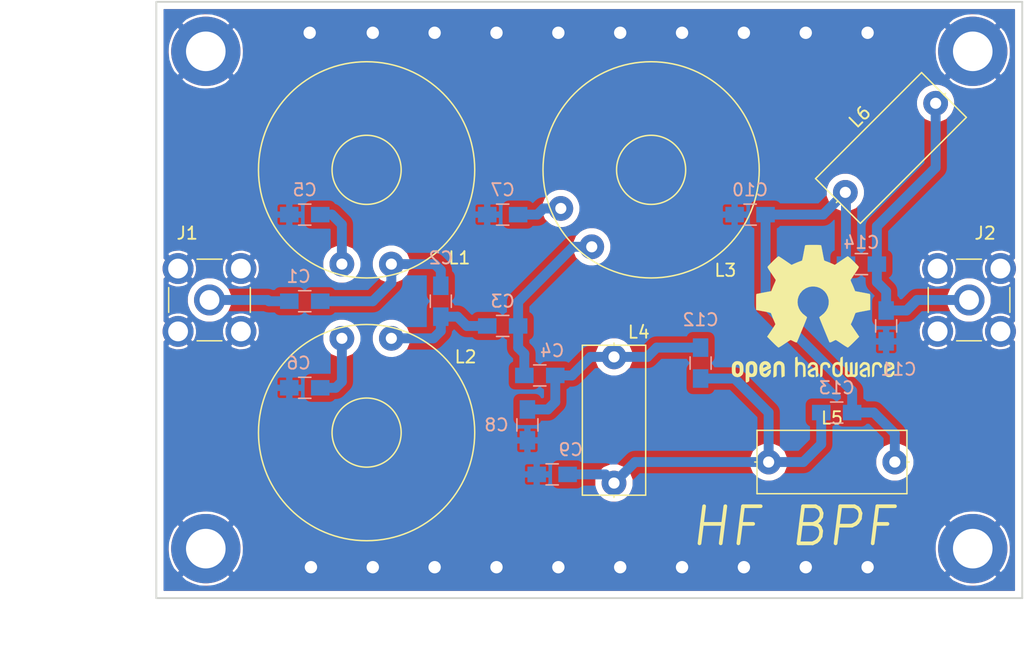
<source format=kicad_pcb>
(kicad_pcb (version 4) (host pcbnew 4.0.7-e2-6376~61~ubuntu18.04.1)

  (general
    (links 42)
    (no_connects 0)
    (area 49.285714 85.725 140.714286 136.175)
    (thickness 1.5)
    (drawings 7)
    (tracks 106)
    (zones 0)
    (modules 27)
    (nets 13)
  )

  (page A4)
  (title_block
    (title "HF BPF")
    (date 2020-02-12)
    (rev A)
    (company EmSoftware)
  )

  (layers
    (0 F.Cu power)
    (31 B.Cu signal)
    (34 B.Paste user)
    (35 F.Paste user)
    (36 B.SilkS user)
    (37 F.SilkS user)
    (38 B.Mask user)
    (39 F.Mask user)
    (40 Dwgs.User user)
    (44 Edge.Cuts user)
  )

  (setup
    (last_trace_width 0.5)
    (user_trace_width 0.5)
    (user_trace_width 0.6)
    (user_trace_width 0.8)
    (user_trace_width 1)
    (trace_clearance 0.5)
    (zone_clearance 0.508)
    (zone_45_only no)
    (trace_min 0.3)
    (segment_width 0.2)
    (edge_width 0.15)
    (via_size 1.5)
    (via_drill 1)
    (via_min_size 1.4)
    (via_min_drill 1)
    (uvia_size 1)
    (uvia_drill 0.7)
    (uvias_allowed no)
    (uvia_min_size 1)
    (uvia_min_drill 0.7)
    (pcb_text_width 0.3)
    (pcb_text_size 1.5 1.5)
    (mod_edge_width 0.15)
    (mod_text_size 1 1)
    (mod_text_width 0.15)
    (pad_size 5.6 5.6)
    (pad_drill 3.2)
    (pad_to_mask_clearance 0.2)
    (aux_axis_origin 60 135)
    (grid_origin 60 135)
    (visible_elements FFFEFF7F)
    (pcbplotparams
      (layerselection 0x00030_80000001)
      (usegerberextensions false)
      (excludeedgelayer true)
      (linewidth 0.100000)
      (plotframeref false)
      (viasonmask false)
      (mode 1)
      (useauxorigin false)
      (hpglpennumber 1)
      (hpglpenspeed 20)
      (hpglpendiameter 15)
      (hpglpenoverlay 2)
      (psnegative false)
      (psa4output false)
      (plotreference true)
      (plotvalue true)
      (plotinvisibletext false)
      (padsonsilk false)
      (subtractmaskfromsilk false)
      (outputformat 1)
      (mirror false)
      (drillshape 1)
      (scaleselection 1)
      (outputdirectory ""))
  )

  (net 0 "")
  (net 1 "Net-(C1-Pad1)")
  (net 2 "Net-(C1-Pad2)")
  (net 3 "Net-(C2-Pad1)")
  (net 4 "Net-(C3-Pad1)")
  (net 5 "Net-(C12-Pad2)")
  (net 6 GND)
  (net 7 "Net-(C5-Pad2)")
  (net 8 "Net-(C6-Pad2)")
  (net 9 "Net-(C7-Pad2)")
  (net 10 "Net-(C12-Pad1)")
  (net 11 "Net-(C10-Pad2)")
  (net 12 "Net-(C11-Pad2)")

  (net_class Default "This is the default net class."
    (clearance 0.5)
    (trace_width 0.5)
    (via_dia 1.5)
    (via_drill 1)
    (uvia_dia 1)
    (uvia_drill 0.7)
    (add_net GND)
    (add_net "Net-(C1-Pad1)")
    (add_net "Net-(C1-Pad2)")
    (add_net "Net-(C10-Pad2)")
    (add_net "Net-(C11-Pad2)")
    (add_net "Net-(C12-Pad1)")
    (add_net "Net-(C12-Pad2)")
    (add_net "Net-(C2-Pad1)")
    (add_net "Net-(C3-Pad1)")
    (add_net "Net-(C5-Pad2)")
    (add_net "Net-(C6-Pad2)")
    (add_net "Net-(C7-Pad2)")
  )

  (module Inductors_THT:L_Axial_L12.0mm_D5.0mm_P15.24mm_Horizontal_Fastron_MISC (layer F.Cu) (tedit 5E445390) (tstamp 5E4428AA)
    (at 97 113 270)
    (descr "L, Axial series, Axial, Horizontal, pin pitch=15.24mm, , length*diameter=12*5mm^2, Fastron, MISC, http://cdn-reichelt.de/documents/datenblatt/B400/DS_MISC.pdf")
    (tags "L Axial series Axial Horizontal pin pitch 15.24mm  length 12mm diameter 5mm Fastron MISC")
    (path /5E442BDF)
    (fp_text reference L4 (at 0.5 -2 360) (layer F.SilkS)
      (effects (font (size 1 1) (thickness 0.15)))
    )
    (fp_text value 370nH (at 7.62 3.56 270) (layer F.Fab)
      (effects (font (size 1 1) (thickness 0.15)))
    )
    (fp_line (start 1.62 -2.5) (end 1.62 2.5) (layer F.Fab) (width 0.1))
    (fp_line (start 1.62 2.5) (end 13.62 2.5) (layer F.Fab) (width 0.1))
    (fp_line (start 13.62 2.5) (end 13.62 -2.5) (layer F.Fab) (width 0.1))
    (fp_line (start 13.62 -2.5) (end 1.62 -2.5) (layer F.Fab) (width 0.1))
    (fp_line (start 0 0) (end 1.62 0) (layer F.Fab) (width 0.1))
    (fp_line (start 15.24 0) (end 13.62 0) (layer F.Fab) (width 0.1))
    (fp_line (start 1.56 -2.56) (end 1.56 2.56) (layer F.SilkS) (width 0.12))
    (fp_line (start 1.56 2.56) (end 13.68 2.56) (layer F.SilkS) (width 0.12))
    (fp_line (start 13.68 2.56) (end 13.68 -2.56) (layer F.SilkS) (width 0.12))
    (fp_line (start 13.68 -2.56) (end 1.56 -2.56) (layer F.SilkS) (width 0.12))
    (fp_line (start 1.38 0) (end 1.56 0) (layer F.SilkS) (width 0.12))
    (fp_line (start 13.86 0) (end 13.68 0) (layer F.SilkS) (width 0.12))
    (fp_line (start -1.45 -2.85) (end -1.45 2.85) (layer F.CrtYd) (width 0.05))
    (fp_line (start -1.45 2.85) (end 16.7 2.85) (layer F.CrtYd) (width 0.05))
    (fp_line (start 16.7 2.85) (end 16.7 -2.85) (layer F.CrtYd) (width 0.05))
    (fp_line (start 16.7 -2.85) (end -1.45 -2.85) (layer F.CrtYd) (width 0.05))
    (pad 1 thru_hole circle (at 2.5 0 270) (size 2 2) (drill 0.9) (layers *.Cu *.Mask)
      (net 5 "Net-(C12-Pad2)"))
    (pad 2 thru_hole circle (at 12.7 0 270) (size 2 2) (drill 0.9) (layers *.Cu *.Mask)
      (net 10 "Net-(C12-Pad1)"))
    (model Inductors_THT.3dshapes/L_Axial_L12.0mm_D5.0mm_P15.24mm_Horizontal_Fastron_MISC.wrl
      (at (xyz 0 0 0))
      (scale (xyz 0.393701 0.393701 0.393701))
      (rotate (xyz 0 0 0))
    )
  )

  (module Inductors_THT:L_Toroid_Horizontal_D17.3mm_P15.24mm_Bourns_2000 (layer F.Cu) (tedit 5E4453CD) (tstamp 5E44285E)
    (at 77 108 90)
    (descr "L_Toroid, Horizontal series, Radial, pin pitch=15.24mm, , diameter=17.3mm, Bourns, 2000series, http://www.bourns.com/docs/Product-Datasheets/2000_series.pdf?sfvrsn=5")
    (tags "L_Toroid Horizontal series Radial pin pitch 15.24mm  diameter 17.3mm Bourns 2000series")
    (path /5E4419C1)
    (fp_text reference L1 (at 0.5 7.5 180) (layer F.SilkS)
      (effects (font (size 1 1) (thickness 0.15)))
    )
    (fp_text value 3.2uH (at 7.62 9.96 90) (layer F.Fab)
      (effects (font (size 1 1) (thickness 0.15)))
    )
    (fp_circle (center 7.62 0) (end 16.27 0) (layer F.Fab) (width 0.1))
    (fp_circle (center 7.62 0) (end 10.503333 0) (layer F.Fab) (width 0.1))
    (fp_circle (center 7.62 0) (end 16.36 0) (layer F.SilkS) (width 0.12))
    (fp_circle (center 7.62 0) (end 10.413333 0) (layer F.SilkS) (width 0.12))
    (fp_line (start 16.1852 0) (end 10.372122 0.737406) (layer F.Fab) (width 0.1))
    (fp_line (start 15.037747 4.282485) (end 9.634735 2.014642) (layer F.Fab) (width 0.1))
    (fp_line (start 11.902829 7.417549) (end 8.357533 2.752087) (layer F.Fab) (width 0.1))
    (fp_line (start 7.620397 8.5652) (end 6.882722 2.752156) (layer F.Fab) (width 0.1))
    (fp_line (start 3.337858 7.417945) (end 5.605451 2.014829) (layer F.Fab) (width 0.1))
    (fp_line (start 0.20265 4.283173) (end 4.867947 0.737661) (layer F.Fab) (width 0.1))
    (fp_line (start -0.9452 0.000794) (end 4.86781 -0.737151) (layer F.Fab) (width 0.1))
    (fp_line (start 0.201856 -4.281798) (end 5.605078 -2.014455) (layer F.Fab) (width 0.1))
    (fp_line (start 3.336484 -7.417152) (end 6.882212 -2.752019) (layer F.Fab) (width 0.1))
    (fp_line (start 7.61881 -8.5652) (end 8.357023 -2.752224) (layer F.Fab) (width 0.1))
    (fp_line (start 11.901454 -7.418342) (end 9.634362 -2.015015) (layer F.Fab) (width 0.1))
    (fp_line (start 15.036953 -4.28386) (end 10.371985 -0.737916) (layer F.Fab) (width 0.1))
    (fp_line (start 16.1852 -0.001587) (end 10.372258 0.736896) (layer F.Fab) (width 0.1))
    (fp_line (start -2.05 -9) (end -2.05 9) (layer F.CrtYd) (width 0.05))
    (fp_line (start -2.05 9) (end 17.3 9) (layer F.CrtYd) (width 0.05))
    (fp_line (start 17.3 9) (end 17.3 -9) (layer F.CrtYd) (width 0.05))
    (fp_line (start 17.3 -9) (end -2.05 -9) (layer F.CrtYd) (width 0.05))
    (pad 1 thru_hole circle (at 0 2 90) (size 2 2) (drill 0.9) (layers *.Cu *.Mask)
      (net 1 "Net-(C1-Pad1)"))
    (pad 2 thru_hole circle (at 0 -2 90) (size 2 2) (drill 0.9) (layers *.Cu *.Mask)
      (net 7 "Net-(C5-Pad2)"))
    (model Inductors_THT.3dshapes/L_Toroid_Horizontal_D17.3mm_P15.24mm_Bourns_2000series.wrl
      (at (xyz 0 0 0))
      (scale (xyz 0.393701 0.393701 0.393701))
      (rotate (xyz 0 0 0))
    )
  )

  (module Capacitors_SMD:C_0805_HandSoldering (layer B.Cu) (tedit 5E4453FA) (tstamp 5E442716)
    (at 72 111 180)
    (descr "Capacitor SMD 0805, hand soldering")
    (tags "capacitor 0805")
    (path /5E4414C4)
    (attr smd)
    (fp_text reference C1 (at 0.5 2 180) (layer B.SilkS)
      (effects (font (size 1 1) (thickness 0.15)) (justify mirror))
    )
    (fp_text value 2.2nF (at 0 -1.75 180) (layer B.Fab)
      (effects (font (size 1 1) (thickness 0.15)) (justify mirror))
    )
    (fp_text user %R (at 0 1.75 180) (layer B.Fab)
      (effects (font (size 1 1) (thickness 0.15)) (justify mirror))
    )
    (fp_line (start -1 -0.62) (end -1 0.62) (layer B.Fab) (width 0.1))
    (fp_line (start 1 -0.62) (end -1 -0.62) (layer B.Fab) (width 0.1))
    (fp_line (start 1 0.62) (end 1 -0.62) (layer B.Fab) (width 0.1))
    (fp_line (start -1 0.62) (end 1 0.62) (layer B.Fab) (width 0.1))
    (fp_line (start 0.5 0.85) (end -0.5 0.85) (layer B.SilkS) (width 0.12))
    (fp_line (start -0.5 -0.85) (end 0.5 -0.85) (layer B.SilkS) (width 0.12))
    (fp_line (start -2.25 0.88) (end 2.25 0.88) (layer B.CrtYd) (width 0.05))
    (fp_line (start -2.25 0.88) (end -2.25 -0.87) (layer B.CrtYd) (width 0.05))
    (fp_line (start 2.25 -0.87) (end 2.25 0.88) (layer B.CrtYd) (width 0.05))
    (fp_line (start 2.25 -0.87) (end -2.25 -0.87) (layer B.CrtYd) (width 0.05))
    (pad 1 smd rect (at -1.25 0 180) (size 1.5 1.25) (layers B.Cu B.Paste B.Mask)
      (net 1 "Net-(C1-Pad1)"))
    (pad 2 smd rect (at 1.25 0 180) (size 1.5 1.25) (layers B.Cu B.Paste B.Mask)
      (net 2 "Net-(C1-Pad2)"))
    (model Capacitors_SMD.3dshapes/C_0805.wrl
      (at (xyz 0 0 0))
      (scale (xyz 1 1 1))
      (rotate (xyz 0 0 0))
    )
  )

  (module Capacitors_SMD:C_0805_HandSoldering (layer B.Cu) (tedit 5E445428) (tstamp 5E442727)
    (at 83 111 90)
    (descr "Capacitor SMD 0805, hand soldering")
    (tags "capacitor 0805")
    (path /5E44181D)
    (attr smd)
    (fp_text reference C2 (at 3.5 0 180) (layer B.SilkS)
      (effects (font (size 1 1) (thickness 0.15)) (justify mirror))
    )
    (fp_text value 1.5nF (at 0 -1.75 90) (layer B.Fab)
      (effects (font (size 1 1) (thickness 0.15)) (justify mirror))
    )
    (fp_text user %R (at 0 1.75 90) (layer B.Fab)
      (effects (font (size 1 1) (thickness 0.15)) (justify mirror))
    )
    (fp_line (start -1 -0.62) (end -1 0.62) (layer B.Fab) (width 0.1))
    (fp_line (start 1 -0.62) (end -1 -0.62) (layer B.Fab) (width 0.1))
    (fp_line (start 1 0.62) (end 1 -0.62) (layer B.Fab) (width 0.1))
    (fp_line (start -1 0.62) (end 1 0.62) (layer B.Fab) (width 0.1))
    (fp_line (start 0.5 0.85) (end -0.5 0.85) (layer B.SilkS) (width 0.12))
    (fp_line (start -0.5 -0.85) (end 0.5 -0.85) (layer B.SilkS) (width 0.12))
    (fp_line (start -2.25 0.88) (end 2.25 0.88) (layer B.CrtYd) (width 0.05))
    (fp_line (start -2.25 0.88) (end -2.25 -0.87) (layer B.CrtYd) (width 0.05))
    (fp_line (start 2.25 -0.87) (end 2.25 0.88) (layer B.CrtYd) (width 0.05))
    (fp_line (start 2.25 -0.87) (end -2.25 -0.87) (layer B.CrtYd) (width 0.05))
    (pad 1 smd rect (at -1.25 0 90) (size 1.5 1.25) (layers B.Cu B.Paste B.Mask)
      (net 3 "Net-(C2-Pad1)"))
    (pad 2 smd rect (at 1.25 0 90) (size 1.5 1.25) (layers B.Cu B.Paste B.Mask)
      (net 1 "Net-(C1-Pad1)"))
    (model Capacitors_SMD.3dshapes/C_0805.wrl
      (at (xyz 0 0 0))
      (scale (xyz 1 1 1))
      (rotate (xyz 0 0 0))
    )
  )

  (module Capacitors_SMD:C_0805_HandSoldering (layer B.Cu) (tedit 5E44541C) (tstamp 5E442738)
    (at 88 113 180)
    (descr "Capacitor SMD 0805, hand soldering")
    (tags "capacitor 0805")
    (path /5E441845)
    (attr smd)
    (fp_text reference C3 (at 0 2 180) (layer B.SilkS)
      (effects (font (size 1 1) (thickness 0.15)) (justify mirror))
    )
    (fp_text value 1.5nF (at 0 -1.75 180) (layer B.Fab)
      (effects (font (size 1 1) (thickness 0.15)) (justify mirror))
    )
    (fp_text user %R (at 0 1.75 180) (layer B.Fab)
      (effects (font (size 1 1) (thickness 0.15)) (justify mirror))
    )
    (fp_line (start -1 -0.62) (end -1 0.62) (layer B.Fab) (width 0.1))
    (fp_line (start 1 -0.62) (end -1 -0.62) (layer B.Fab) (width 0.1))
    (fp_line (start 1 0.62) (end 1 -0.62) (layer B.Fab) (width 0.1))
    (fp_line (start -1 0.62) (end 1 0.62) (layer B.Fab) (width 0.1))
    (fp_line (start 0.5 0.85) (end -0.5 0.85) (layer B.SilkS) (width 0.12))
    (fp_line (start -0.5 -0.85) (end 0.5 -0.85) (layer B.SilkS) (width 0.12))
    (fp_line (start -2.25 0.88) (end 2.25 0.88) (layer B.CrtYd) (width 0.05))
    (fp_line (start -2.25 0.88) (end -2.25 -0.87) (layer B.CrtYd) (width 0.05))
    (fp_line (start 2.25 -0.87) (end 2.25 0.88) (layer B.CrtYd) (width 0.05))
    (fp_line (start 2.25 -0.87) (end -2.25 -0.87) (layer B.CrtYd) (width 0.05))
    (pad 1 smd rect (at -1.25 0 180) (size 1.5 1.25) (layers B.Cu B.Paste B.Mask)
      (net 4 "Net-(C3-Pad1)"))
    (pad 2 smd rect (at 1.25 0 180) (size 1.5 1.25) (layers B.Cu B.Paste B.Mask)
      (net 3 "Net-(C2-Pad1)"))
    (model Capacitors_SMD.3dshapes/C_0805.wrl
      (at (xyz 0 0 0))
      (scale (xyz 1 1 1))
      (rotate (xyz 0 0 0))
    )
  )

  (module Capacitors_SMD:C_0805_HandSoldering (layer B.Cu) (tedit 5E445435) (tstamp 5E442749)
    (at 91 117 180)
    (descr "Capacitor SMD 0805, hand soldering")
    (tags "capacitor 0805")
    (path /5E441875)
    (attr smd)
    (fp_text reference C4 (at -1 2 180) (layer B.SilkS)
      (effects (font (size 1 1) (thickness 0.15)) (justify mirror))
    )
    (fp_text value 2.2nF (at 0 -1.75 180) (layer B.Fab)
      (effects (font (size 1 1) (thickness 0.15)) (justify mirror))
    )
    (fp_text user %R (at 0 1.75 180) (layer B.Fab)
      (effects (font (size 1 1) (thickness 0.15)) (justify mirror))
    )
    (fp_line (start -1 -0.62) (end -1 0.62) (layer B.Fab) (width 0.1))
    (fp_line (start 1 -0.62) (end -1 -0.62) (layer B.Fab) (width 0.1))
    (fp_line (start 1 0.62) (end 1 -0.62) (layer B.Fab) (width 0.1))
    (fp_line (start -1 0.62) (end 1 0.62) (layer B.Fab) (width 0.1))
    (fp_line (start 0.5 0.85) (end -0.5 0.85) (layer B.SilkS) (width 0.12))
    (fp_line (start -0.5 -0.85) (end 0.5 -0.85) (layer B.SilkS) (width 0.12))
    (fp_line (start -2.25 0.88) (end 2.25 0.88) (layer B.CrtYd) (width 0.05))
    (fp_line (start -2.25 0.88) (end -2.25 -0.87) (layer B.CrtYd) (width 0.05))
    (fp_line (start 2.25 -0.87) (end 2.25 0.88) (layer B.CrtYd) (width 0.05))
    (fp_line (start 2.25 -0.87) (end -2.25 -0.87) (layer B.CrtYd) (width 0.05))
    (pad 1 smd rect (at -1.25 0 180) (size 1.5 1.25) (layers B.Cu B.Paste B.Mask)
      (net 5 "Net-(C12-Pad2)"))
    (pad 2 smd rect (at 1.25 0 180) (size 1.5 1.25) (layers B.Cu B.Paste B.Mask)
      (net 4 "Net-(C3-Pad1)"))
    (model Capacitors_SMD.3dshapes/C_0805.wrl
      (at (xyz 0 0 0))
      (scale (xyz 1 1 1))
      (rotate (xyz 0 0 0))
    )
  )

  (module Capacitors_SMD:C_0805_HandSoldering (layer B.Cu) (tedit 5E4453F0) (tstamp 5E44275A)
    (at 72 104)
    (descr "Capacitor SMD 0805, hand soldering")
    (tags "capacitor 0805")
    (path /5E44208A)
    (attr smd)
    (fp_text reference C5 (at 0 -2) (layer B.SilkS)
      (effects (font (size 1 1) (thickness 0.15)) (justify mirror))
    )
    (fp_text value 33nF (at 0 -1.75) (layer B.Fab)
      (effects (font (size 1 1) (thickness 0.15)) (justify mirror))
    )
    (fp_text user %R (at 0 1.75) (layer B.Fab)
      (effects (font (size 1 1) (thickness 0.15)) (justify mirror))
    )
    (fp_line (start -1 -0.62) (end -1 0.62) (layer B.Fab) (width 0.1))
    (fp_line (start 1 -0.62) (end -1 -0.62) (layer B.Fab) (width 0.1))
    (fp_line (start 1 0.62) (end 1 -0.62) (layer B.Fab) (width 0.1))
    (fp_line (start -1 0.62) (end 1 0.62) (layer B.Fab) (width 0.1))
    (fp_line (start 0.5 0.85) (end -0.5 0.85) (layer B.SilkS) (width 0.12))
    (fp_line (start -0.5 -0.85) (end 0.5 -0.85) (layer B.SilkS) (width 0.12))
    (fp_line (start -2.25 0.88) (end 2.25 0.88) (layer B.CrtYd) (width 0.05))
    (fp_line (start -2.25 0.88) (end -2.25 -0.87) (layer B.CrtYd) (width 0.05))
    (fp_line (start 2.25 -0.87) (end 2.25 0.88) (layer B.CrtYd) (width 0.05))
    (fp_line (start 2.25 -0.87) (end -2.25 -0.87) (layer B.CrtYd) (width 0.05))
    (pad 1 smd rect (at -1.25 0) (size 1.5 1.25) (layers B.Cu B.Paste B.Mask)
      (net 6 GND))
    (pad 2 smd rect (at 1.25 0) (size 1.5 1.25) (layers B.Cu B.Paste B.Mask)
      (net 7 "Net-(C5-Pad2)"))
    (model Capacitors_SMD.3dshapes/C_0805.wrl
      (at (xyz 0 0 0))
      (scale (xyz 1 1 1))
      (rotate (xyz 0 0 0))
    )
  )

  (module Capacitors_SMD:C_0805_HandSoldering (layer B.Cu) (tedit 5E445406) (tstamp 5E44276B)
    (at 72 118)
    (descr "Capacitor SMD 0805, hand soldering")
    (tags "capacitor 0805")
    (path /5E44235E)
    (attr smd)
    (fp_text reference C6 (at -0.5 -2) (layer B.SilkS)
      (effects (font (size 1 1) (thickness 0.15)) (justify mirror))
    )
    (fp_text value 10nF (at 0 -1.75) (layer B.Fab)
      (effects (font (size 1 1) (thickness 0.15)) (justify mirror))
    )
    (fp_text user %R (at 0 1.75) (layer B.Fab)
      (effects (font (size 1 1) (thickness 0.15)) (justify mirror))
    )
    (fp_line (start -1 -0.62) (end -1 0.62) (layer B.Fab) (width 0.1))
    (fp_line (start 1 -0.62) (end -1 -0.62) (layer B.Fab) (width 0.1))
    (fp_line (start 1 0.62) (end 1 -0.62) (layer B.Fab) (width 0.1))
    (fp_line (start -1 0.62) (end 1 0.62) (layer B.Fab) (width 0.1))
    (fp_line (start 0.5 0.85) (end -0.5 0.85) (layer B.SilkS) (width 0.12))
    (fp_line (start -0.5 -0.85) (end 0.5 -0.85) (layer B.SilkS) (width 0.12))
    (fp_line (start -2.25 0.88) (end 2.25 0.88) (layer B.CrtYd) (width 0.05))
    (fp_line (start -2.25 0.88) (end -2.25 -0.87) (layer B.CrtYd) (width 0.05))
    (fp_line (start 2.25 -0.87) (end 2.25 0.88) (layer B.CrtYd) (width 0.05))
    (fp_line (start 2.25 -0.87) (end -2.25 -0.87) (layer B.CrtYd) (width 0.05))
    (pad 1 smd rect (at -1.25 0) (size 1.5 1.25) (layers B.Cu B.Paste B.Mask)
      (net 6 GND))
    (pad 2 smd rect (at 1.25 0) (size 1.5 1.25) (layers B.Cu B.Paste B.Mask)
      (net 8 "Net-(C6-Pad2)"))
    (model Capacitors_SMD.3dshapes/C_0805.wrl
      (at (xyz 0 0 0))
      (scale (xyz 1 1 1))
      (rotate (xyz 0 0 0))
    )
  )

  (module Capacitors_SMD:C_0805_HandSoldering (layer B.Cu) (tedit 5E445415) (tstamp 5E44277C)
    (at 88 104)
    (descr "Capacitor SMD 0805, hand soldering")
    (tags "capacitor 0805")
    (path /5E4423A3)
    (attr smd)
    (fp_text reference C7 (at 0 -2) (layer B.SilkS)
      (effects (font (size 1 1) (thickness 0.15)) (justify mirror))
    )
    (fp_text value 10nF (at 0 -1.75) (layer B.Fab)
      (effects (font (size 1 1) (thickness 0.15)) (justify mirror))
    )
    (fp_text user %R (at 0 1.75) (layer B.Fab)
      (effects (font (size 1 1) (thickness 0.15)) (justify mirror))
    )
    (fp_line (start -1 -0.62) (end -1 0.62) (layer B.Fab) (width 0.1))
    (fp_line (start 1 -0.62) (end -1 -0.62) (layer B.Fab) (width 0.1))
    (fp_line (start 1 0.62) (end 1 -0.62) (layer B.Fab) (width 0.1))
    (fp_line (start -1 0.62) (end 1 0.62) (layer B.Fab) (width 0.1))
    (fp_line (start 0.5 0.85) (end -0.5 0.85) (layer B.SilkS) (width 0.12))
    (fp_line (start -0.5 -0.85) (end 0.5 -0.85) (layer B.SilkS) (width 0.12))
    (fp_line (start -2.25 0.88) (end 2.25 0.88) (layer B.CrtYd) (width 0.05))
    (fp_line (start -2.25 0.88) (end -2.25 -0.87) (layer B.CrtYd) (width 0.05))
    (fp_line (start 2.25 -0.87) (end 2.25 0.88) (layer B.CrtYd) (width 0.05))
    (fp_line (start 2.25 -0.87) (end -2.25 -0.87) (layer B.CrtYd) (width 0.05))
    (pad 1 smd rect (at -1.25 0) (size 1.5 1.25) (layers B.Cu B.Paste B.Mask)
      (net 6 GND))
    (pad 2 smd rect (at 1.25 0) (size 1.5 1.25) (layers B.Cu B.Paste B.Mask)
      (net 9 "Net-(C7-Pad2)"))
    (model Capacitors_SMD.3dshapes/C_0805.wrl
      (at (xyz 0 0 0))
      (scale (xyz 1 1 1))
      (rotate (xyz 0 0 0))
    )
  )

  (module Capacitors_SMD:C_0805_HandSoldering (layer B.Cu) (tedit 5E445441) (tstamp 5E44278D)
    (at 90 121 90)
    (descr "Capacitor SMD 0805, hand soldering")
    (tags "capacitor 0805")
    (path /5E443917)
    (attr smd)
    (fp_text reference C8 (at 0 -2.5 180) (layer B.SilkS)
      (effects (font (size 1 1) (thickness 0.15)) (justify mirror))
    )
    (fp_text value 82pF (at 0 -1.75 90) (layer B.Fab)
      (effects (font (size 1 1) (thickness 0.15)) (justify mirror))
    )
    (fp_text user %R (at 0 1.75 90) (layer B.Fab)
      (effects (font (size 1 1) (thickness 0.15)) (justify mirror))
    )
    (fp_line (start -1 -0.62) (end -1 0.62) (layer B.Fab) (width 0.1))
    (fp_line (start 1 -0.62) (end -1 -0.62) (layer B.Fab) (width 0.1))
    (fp_line (start 1 0.62) (end 1 -0.62) (layer B.Fab) (width 0.1))
    (fp_line (start -1 0.62) (end 1 0.62) (layer B.Fab) (width 0.1))
    (fp_line (start 0.5 0.85) (end -0.5 0.85) (layer B.SilkS) (width 0.12))
    (fp_line (start -0.5 -0.85) (end 0.5 -0.85) (layer B.SilkS) (width 0.12))
    (fp_line (start -2.25 0.88) (end 2.25 0.88) (layer B.CrtYd) (width 0.05))
    (fp_line (start -2.25 0.88) (end -2.25 -0.87) (layer B.CrtYd) (width 0.05))
    (fp_line (start 2.25 -0.87) (end 2.25 0.88) (layer B.CrtYd) (width 0.05))
    (fp_line (start 2.25 -0.87) (end -2.25 -0.87) (layer B.CrtYd) (width 0.05))
    (pad 1 smd rect (at -1.25 0 90) (size 1.5 1.25) (layers B.Cu B.Paste B.Mask)
      (net 6 GND))
    (pad 2 smd rect (at 1.25 0 90) (size 1.5 1.25) (layers B.Cu B.Paste B.Mask)
      (net 5 "Net-(C12-Pad2)"))
    (model Capacitors_SMD.3dshapes/C_0805.wrl
      (at (xyz 0 0 0))
      (scale (xyz 1 1 1))
      (rotate (xyz 0 0 0))
    )
  )

  (module Capacitors_SMD:C_0805_HandSoldering (layer B.Cu) (tedit 5E44544B) (tstamp 5E44279E)
    (at 92 125)
    (descr "Capacitor SMD 0805, hand soldering")
    (tags "capacitor 0805")
    (path /5E443996)
    (attr smd)
    (fp_text reference C9 (at 1.5 -2) (layer B.SilkS)
      (effects (font (size 1 1) (thickness 0.15)) (justify mirror))
    )
    (fp_text value 180pF (at 0 -1.75) (layer B.Fab)
      (effects (font (size 1 1) (thickness 0.15)) (justify mirror))
    )
    (fp_text user %R (at 0 1.75) (layer B.Fab)
      (effects (font (size 1 1) (thickness 0.15)) (justify mirror))
    )
    (fp_line (start -1 -0.62) (end -1 0.62) (layer B.Fab) (width 0.1))
    (fp_line (start 1 -0.62) (end -1 -0.62) (layer B.Fab) (width 0.1))
    (fp_line (start 1 0.62) (end 1 -0.62) (layer B.Fab) (width 0.1))
    (fp_line (start -1 0.62) (end 1 0.62) (layer B.Fab) (width 0.1))
    (fp_line (start 0.5 0.85) (end -0.5 0.85) (layer B.SilkS) (width 0.12))
    (fp_line (start -0.5 -0.85) (end 0.5 -0.85) (layer B.SilkS) (width 0.12))
    (fp_line (start -2.25 0.88) (end 2.25 0.88) (layer B.CrtYd) (width 0.05))
    (fp_line (start -2.25 0.88) (end -2.25 -0.87) (layer B.CrtYd) (width 0.05))
    (fp_line (start 2.25 -0.87) (end 2.25 0.88) (layer B.CrtYd) (width 0.05))
    (fp_line (start 2.25 -0.87) (end -2.25 -0.87) (layer B.CrtYd) (width 0.05))
    (pad 1 smd rect (at -1.25 0) (size 1.5 1.25) (layers B.Cu B.Paste B.Mask)
      (net 6 GND))
    (pad 2 smd rect (at 1.25 0) (size 1.5 1.25) (layers B.Cu B.Paste B.Mask)
      (net 10 "Net-(C12-Pad1)"))
    (model Capacitors_SMD.3dshapes/C_0805.wrl
      (at (xyz 0 0 0))
      (scale (xyz 1 1 1))
      (rotate (xyz 0 0 0))
    )
  )

  (module Capacitors_SMD:C_0805_HandSoldering (layer B.Cu) (tedit 5E445464) (tstamp 5E4427AF)
    (at 108 104)
    (descr "Capacitor SMD 0805, hand soldering")
    (tags "capacitor 0805")
    (path /5E4439F2)
    (attr smd)
    (fp_text reference C10 (at 0 -2) (layer B.SilkS)
      (effects (font (size 1 1) (thickness 0.15)) (justify mirror))
    )
    (fp_text value 150pF (at 0 -1.75) (layer B.Fab)
      (effects (font (size 1 1) (thickness 0.15)) (justify mirror))
    )
    (fp_text user %R (at 0 1.75) (layer B.Fab)
      (effects (font (size 1 1) (thickness 0.15)) (justify mirror))
    )
    (fp_line (start -1 -0.62) (end -1 0.62) (layer B.Fab) (width 0.1))
    (fp_line (start 1 -0.62) (end -1 -0.62) (layer B.Fab) (width 0.1))
    (fp_line (start 1 0.62) (end 1 -0.62) (layer B.Fab) (width 0.1))
    (fp_line (start -1 0.62) (end 1 0.62) (layer B.Fab) (width 0.1))
    (fp_line (start 0.5 0.85) (end -0.5 0.85) (layer B.SilkS) (width 0.12))
    (fp_line (start -0.5 -0.85) (end 0.5 -0.85) (layer B.SilkS) (width 0.12))
    (fp_line (start -2.25 0.88) (end 2.25 0.88) (layer B.CrtYd) (width 0.05))
    (fp_line (start -2.25 0.88) (end -2.25 -0.87) (layer B.CrtYd) (width 0.05))
    (fp_line (start 2.25 -0.87) (end 2.25 0.88) (layer B.CrtYd) (width 0.05))
    (fp_line (start 2.25 -0.87) (end -2.25 -0.87) (layer B.CrtYd) (width 0.05))
    (pad 1 smd rect (at -1.25 0) (size 1.5 1.25) (layers B.Cu B.Paste B.Mask)
      (net 6 GND))
    (pad 2 smd rect (at 1.25 0) (size 1.5 1.25) (layers B.Cu B.Paste B.Mask)
      (net 11 "Net-(C10-Pad2)"))
    (model Capacitors_SMD.3dshapes/C_0805.wrl
      (at (xyz 0 0 0))
      (scale (xyz 1 1 1))
      (rotate (xyz 0 0 0))
    )
  )

  (module Capacitors_SMD:C_0805_HandSoldering (layer B.Cu) (tedit 5E445483) (tstamp 5E4427C0)
    (at 119 113 90)
    (descr "Capacitor SMD 0805, hand soldering")
    (tags "capacitor 0805")
    (path /5E443A4D)
    (attr smd)
    (fp_text reference C11 (at -3.5 1 180) (layer B.SilkS)
      (effects (font (size 1 1) (thickness 0.15)) (justify mirror))
    )
    (fp_text value 68pF (at 0 -1.75 90) (layer B.Fab)
      (effects (font (size 1 1) (thickness 0.15)) (justify mirror))
    )
    (fp_text user %R (at 0 1.75 90) (layer B.Fab)
      (effects (font (size 1 1) (thickness 0.15)) (justify mirror))
    )
    (fp_line (start -1 -0.62) (end -1 0.62) (layer B.Fab) (width 0.1))
    (fp_line (start 1 -0.62) (end -1 -0.62) (layer B.Fab) (width 0.1))
    (fp_line (start 1 0.62) (end 1 -0.62) (layer B.Fab) (width 0.1))
    (fp_line (start -1 0.62) (end 1 0.62) (layer B.Fab) (width 0.1))
    (fp_line (start 0.5 0.85) (end -0.5 0.85) (layer B.SilkS) (width 0.12))
    (fp_line (start -0.5 -0.85) (end 0.5 -0.85) (layer B.SilkS) (width 0.12))
    (fp_line (start -2.25 0.88) (end 2.25 0.88) (layer B.CrtYd) (width 0.05))
    (fp_line (start -2.25 0.88) (end -2.25 -0.87) (layer B.CrtYd) (width 0.05))
    (fp_line (start 2.25 -0.87) (end 2.25 0.88) (layer B.CrtYd) (width 0.05))
    (fp_line (start 2.25 -0.87) (end -2.25 -0.87) (layer B.CrtYd) (width 0.05))
    (pad 1 smd rect (at -1.25 0 90) (size 1.5 1.25) (layers B.Cu B.Paste B.Mask)
      (net 6 GND))
    (pad 2 smd rect (at 1.25 0 90) (size 1.5 1.25) (layers B.Cu B.Paste B.Mask)
      (net 12 "Net-(C11-Pad2)"))
    (model Capacitors_SMD.3dshapes/C_0805.wrl
      (at (xyz 0 0 0))
      (scale (xyz 1 1 1))
      (rotate (xyz 0 0 0))
    )
  )

  (module Capacitors_SMD:C_0805_HandSoldering (layer B.Cu) (tedit 5E44546D) (tstamp 5E4427D1)
    (at 104 116 90)
    (descr "Capacitor SMD 0805, hand soldering")
    (tags "capacitor 0805")
    (path /5E44313F)
    (attr smd)
    (fp_text reference C12 (at 3.5 0 180) (layer B.SilkS)
      (effects (font (size 1 1) (thickness 0.15)) (justify mirror))
    )
    (fp_text value 4.7pF (at 0 -1.75 90) (layer B.Fab)
      (effects (font (size 1 1) (thickness 0.15)) (justify mirror))
    )
    (fp_text user %R (at 0 1.75 90) (layer B.Fab)
      (effects (font (size 1 1) (thickness 0.15)) (justify mirror))
    )
    (fp_line (start -1 -0.62) (end -1 0.62) (layer B.Fab) (width 0.1))
    (fp_line (start 1 -0.62) (end -1 -0.62) (layer B.Fab) (width 0.1))
    (fp_line (start 1 0.62) (end 1 -0.62) (layer B.Fab) (width 0.1))
    (fp_line (start -1 0.62) (end 1 0.62) (layer B.Fab) (width 0.1))
    (fp_line (start 0.5 0.85) (end -0.5 0.85) (layer B.SilkS) (width 0.12))
    (fp_line (start -0.5 -0.85) (end 0.5 -0.85) (layer B.SilkS) (width 0.12))
    (fp_line (start -2.25 0.88) (end 2.25 0.88) (layer B.CrtYd) (width 0.05))
    (fp_line (start -2.25 0.88) (end -2.25 -0.87) (layer B.CrtYd) (width 0.05))
    (fp_line (start 2.25 -0.87) (end 2.25 0.88) (layer B.CrtYd) (width 0.05))
    (fp_line (start 2.25 -0.87) (end -2.25 -0.87) (layer B.CrtYd) (width 0.05))
    (pad 1 smd rect (at -1.25 0 90) (size 1.5 1.25) (layers B.Cu B.Paste B.Mask)
      (net 10 "Net-(C12-Pad1)"))
    (pad 2 smd rect (at 1.25 0 90) (size 1.5 1.25) (layers B.Cu B.Paste B.Mask)
      (net 5 "Net-(C12-Pad2)"))
    (model Capacitors_SMD.3dshapes/C_0805.wrl
      (at (xyz 0 0 0))
      (scale (xyz 1 1 1))
      (rotate (xyz 0 0 0))
    )
  )

  (module Capacitors_SMD:C_0805_HandSoldering (layer B.Cu) (tedit 5E445474) (tstamp 5E4427E2)
    (at 115 120 180)
    (descr "Capacitor SMD 0805, hand soldering")
    (tags "capacitor 0805")
    (path /5E4431A0)
    (attr smd)
    (fp_text reference C13 (at 0 2 180) (layer B.SilkS)
      (effects (font (size 1 1) (thickness 0.15)) (justify mirror))
    )
    (fp_text value 22pF (at 0 -1.75 180) (layer B.Fab)
      (effects (font (size 1 1) (thickness 0.15)) (justify mirror))
    )
    (fp_text user %R (at 0 1.75 180) (layer B.Fab)
      (effects (font (size 1 1) (thickness 0.15)) (justify mirror))
    )
    (fp_line (start -1 -0.62) (end -1 0.62) (layer B.Fab) (width 0.1))
    (fp_line (start 1 -0.62) (end -1 -0.62) (layer B.Fab) (width 0.1))
    (fp_line (start 1 0.62) (end 1 -0.62) (layer B.Fab) (width 0.1))
    (fp_line (start -1 0.62) (end 1 0.62) (layer B.Fab) (width 0.1))
    (fp_line (start 0.5 0.85) (end -0.5 0.85) (layer B.SilkS) (width 0.12))
    (fp_line (start -0.5 -0.85) (end 0.5 -0.85) (layer B.SilkS) (width 0.12))
    (fp_line (start -2.25 0.88) (end 2.25 0.88) (layer B.CrtYd) (width 0.05))
    (fp_line (start -2.25 0.88) (end -2.25 -0.87) (layer B.CrtYd) (width 0.05))
    (fp_line (start 2.25 -0.87) (end 2.25 0.88) (layer B.CrtYd) (width 0.05))
    (fp_line (start 2.25 -0.87) (end -2.25 -0.87) (layer B.CrtYd) (width 0.05))
    (pad 1 smd rect (at -1.25 0 180) (size 1.5 1.25) (layers B.Cu B.Paste B.Mask)
      (net 11 "Net-(C10-Pad2)"))
    (pad 2 smd rect (at 1.25 0 180) (size 1.5 1.25) (layers B.Cu B.Paste B.Mask)
      (net 10 "Net-(C12-Pad1)"))
    (model Capacitors_SMD.3dshapes/C_0805.wrl
      (at (xyz 0 0 0))
      (scale (xyz 1 1 1))
      (rotate (xyz 0 0 0))
    )
  )

  (module Capacitors_SMD:C_0805_HandSoldering (layer B.Cu) (tedit 58AA84A8) (tstamp 5E4427F3)
    (at 117 108 180)
    (descr "Capacitor SMD 0805, hand soldering")
    (tags "capacitor 0805")
    (path /5E4431EC)
    (attr smd)
    (fp_text reference C14 (at 0 1.75 180) (layer B.SilkS)
      (effects (font (size 1 1) (thickness 0.15)) (justify mirror))
    )
    (fp_text value 15pF (at 0 -1.75 180) (layer B.Fab)
      (effects (font (size 1 1) (thickness 0.15)) (justify mirror))
    )
    (fp_text user %R (at 0 1.75 180) (layer B.Fab)
      (effects (font (size 1 1) (thickness 0.15)) (justify mirror))
    )
    (fp_line (start -1 -0.62) (end -1 0.62) (layer B.Fab) (width 0.1))
    (fp_line (start 1 -0.62) (end -1 -0.62) (layer B.Fab) (width 0.1))
    (fp_line (start 1 0.62) (end 1 -0.62) (layer B.Fab) (width 0.1))
    (fp_line (start -1 0.62) (end 1 0.62) (layer B.Fab) (width 0.1))
    (fp_line (start 0.5 0.85) (end -0.5 0.85) (layer B.SilkS) (width 0.12))
    (fp_line (start -0.5 -0.85) (end 0.5 -0.85) (layer B.SilkS) (width 0.12))
    (fp_line (start -2.25 0.88) (end 2.25 0.88) (layer B.CrtYd) (width 0.05))
    (fp_line (start -2.25 0.88) (end -2.25 -0.87) (layer B.CrtYd) (width 0.05))
    (fp_line (start 2.25 -0.87) (end 2.25 0.88) (layer B.CrtYd) (width 0.05))
    (fp_line (start 2.25 -0.87) (end -2.25 -0.87) (layer B.CrtYd) (width 0.05))
    (pad 1 smd rect (at -1.25 0 180) (size 1.5 1.25) (layers B.Cu B.Paste B.Mask)
      (net 12 "Net-(C11-Pad2)"))
    (pad 2 smd rect (at 1.25 0 180) (size 1.5 1.25) (layers B.Cu B.Paste B.Mask)
      (net 11 "Net-(C10-Pad2)"))
    (model Capacitors_SMD.3dshapes/C_0805.wrl
      (at (xyz 0 0 0))
      (scale (xyz 1 1 1))
      (rotate (xyz 0 0 0))
    )
  )

  (module Connectors:SMA_THT_Jack_Straight (layer F.Cu) (tedit 5E445346) (tstamp 5E44281B)
    (at 64.3 110.9)
    (descr "SMA pcb through hole jack")
    (tags "SMA THT Jack Straight")
    (path /5E43EA12)
    (fp_text reference J1 (at -1.8 -5.4) (layer F.SilkS)
      (effects (font (size 1 1) (thickness 0.15)))
    )
    (fp_text value SMA-15 (at 0 5) (layer F.Fab)
      (effects (font (size 1 1) (thickness 0.15)))
    )
    (fp_line (start 2.03 -3.05) (end 3.05 -3.05) (layer F.Fab) (width 0.1))
    (fp_line (start -1 -3.3) (end 1 -3.3) (layer F.SilkS) (width 0.12))
    (fp_line (start -1 3.3) (end 1 3.3) (layer F.SilkS) (width 0.12))
    (fp_text user %R (at 0 -5) (layer F.Fab)
      (effects (font (size 1 1) (thickness 0.15)))
    )
    (fp_line (start 3.3 -1) (end 3.3 1) (layer F.SilkS) (width 0.12))
    (fp_line (start -3.3 -1) (end -3.3 1) (layer F.SilkS) (width 0.12))
    (fp_line (start 3.17 -3.17) (end 3.17 3.17) (layer F.Fab) (width 0.1))
    (fp_line (start -3.17 3.17) (end 3.17 3.17) (layer F.Fab) (width 0.1))
    (fp_line (start -3.17 -3.17) (end -3.17 3.17) (layer F.Fab) (width 0.1))
    (fp_line (start -3.17 -3.17) (end 3.17 -3.17) (layer F.Fab) (width 0.1))
    (fp_line (start -2.03 -3.05) (end -2.03 -2.03) (layer F.Fab) (width 0.1))
    (fp_line (start -3.05 -2.03) (end -2.03 -2.03) (layer F.Fab) (width 0.1))
    (fp_line (start -2.03 2.03) (end -2.03 3.05) (layer F.Fab) (width 0.1))
    (fp_line (start -3.05 2.03) (end -2.03 2.03) (layer F.Fab) (width 0.1))
    (fp_line (start 2.03 -3.05) (end 2.03 -2.03) (layer F.Fab) (width 0.1))
    (fp_line (start 2.03 -2.03) (end 3.05 -2.03) (layer F.Fab) (width 0.1))
    (fp_line (start 3.05 2.03) (end 2.03 2.03) (layer F.Fab) (width 0.1))
    (fp_line (start 2.03 2.03) (end 2.03 3.05) (layer F.Fab) (width 0.1))
    (fp_line (start -4.14 -4.14) (end 4.14 -4.14) (layer F.CrtYd) (width 0.05))
    (fp_line (start -4.14 -4.14) (end -4.14 4.14) (layer F.CrtYd) (width 0.05))
    (fp_line (start 4.14 4.14) (end 4.14 -4.14) (layer F.CrtYd) (width 0.05))
    (fp_line (start 4.14 4.14) (end -4.14 4.14) (layer F.CrtYd) (width 0.05))
    (fp_circle (center 0 0) (end 2.04 0) (layer F.Fab) (width 0.1))
    (fp_circle (center 0 0) (end 0.635 0) (layer F.Fab) (width 0.1))
    (fp_line (start 3.05 -3.05) (end 3.05 -2.03) (layer F.Fab) (width 0.1))
    (fp_line (start -3.05 -3.05) (end -3.05 -2.03) (layer F.Fab) (width 0.1))
    (fp_line (start -3.05 -3.05) (end -2.03 -3.05) (layer F.Fab) (width 0.1))
    (fp_line (start -3.05 3.05) (end -2.03 3.05) (layer F.Fab) (width 0.1))
    (fp_line (start -3.05 3.05) (end -3.05 2.03) (layer F.Fab) (width 0.1))
    (fp_line (start 3.05 2.03) (end 3.05 3.05) (layer F.Fab) (width 0.1))
    (fp_line (start 2.03 3.05) (end 3.05 3.05) (layer F.Fab) (width 0.1))
    (pad 2 thru_hole circle (at -2.54 2.54) (size 2.5 2.5) (drill 1.6) (layers *.Cu *.Mask)
      (net 6 GND))
    (pad 2 thru_hole circle (at -2.54 -2.54) (size 2.5 2.5) (drill 1.6) (layers *.Cu *.Mask)
      (net 6 GND))
    (pad 2 thru_hole circle (at 2.54 -2.54) (size 2.5 2.5) (drill 1.6) (layers *.Cu *.Mask)
      (net 6 GND))
    (pad 2 thru_hole circle (at 2.54 2.54) (size 2.5 2.5) (drill 1.6) (layers *.Cu *.Mask)
      (net 6 GND))
    (pad 1 thru_hole circle (at 0 0) (size 2.5 2.5) (drill 1.6) (layers *.Cu *.Mask)
      (net 2 "Net-(C1-Pad2)"))
  )

  (module Connectors:SMA_THT_Jack_Straight (layer F.Cu) (tedit 5E44537B) (tstamp 5E442843)
    (at 125.7 110.9)
    (descr "SMA pcb through hole jack")
    (tags "SMA THT Jack Straight")
    (path /5E4435E9)
    (fp_text reference J2 (at 1.3 -5.4) (layer F.SilkS)
      (effects (font (size 1 1) (thickness 0.15)))
    )
    (fp_text value SMA-15 (at 0 5) (layer F.Fab)
      (effects (font (size 1 1) (thickness 0.15)))
    )
    (fp_line (start 2.03 -3.05) (end 3.05 -3.05) (layer F.Fab) (width 0.1))
    (fp_line (start -1 -3.3) (end 1 -3.3) (layer F.SilkS) (width 0.12))
    (fp_line (start -1 3.3) (end 1 3.3) (layer F.SilkS) (width 0.12))
    (fp_text user %R (at 0 -5) (layer F.Fab)
      (effects (font (size 1 1) (thickness 0.15)))
    )
    (fp_line (start 3.3 -1) (end 3.3 1) (layer F.SilkS) (width 0.12))
    (fp_line (start -3.3 -1) (end -3.3 1) (layer F.SilkS) (width 0.12))
    (fp_line (start 3.17 -3.17) (end 3.17 3.17) (layer F.Fab) (width 0.1))
    (fp_line (start -3.17 3.17) (end 3.17 3.17) (layer F.Fab) (width 0.1))
    (fp_line (start -3.17 -3.17) (end -3.17 3.17) (layer F.Fab) (width 0.1))
    (fp_line (start -3.17 -3.17) (end 3.17 -3.17) (layer F.Fab) (width 0.1))
    (fp_line (start -2.03 -3.05) (end -2.03 -2.03) (layer F.Fab) (width 0.1))
    (fp_line (start -3.05 -2.03) (end -2.03 -2.03) (layer F.Fab) (width 0.1))
    (fp_line (start -2.03 2.03) (end -2.03 3.05) (layer F.Fab) (width 0.1))
    (fp_line (start -3.05 2.03) (end -2.03 2.03) (layer F.Fab) (width 0.1))
    (fp_line (start 2.03 -3.05) (end 2.03 -2.03) (layer F.Fab) (width 0.1))
    (fp_line (start 2.03 -2.03) (end 3.05 -2.03) (layer F.Fab) (width 0.1))
    (fp_line (start 3.05 2.03) (end 2.03 2.03) (layer F.Fab) (width 0.1))
    (fp_line (start 2.03 2.03) (end 2.03 3.05) (layer F.Fab) (width 0.1))
    (fp_line (start -4.14 -4.14) (end 4.14 -4.14) (layer F.CrtYd) (width 0.05))
    (fp_line (start -4.14 -4.14) (end -4.14 4.14) (layer F.CrtYd) (width 0.05))
    (fp_line (start 4.14 4.14) (end 4.14 -4.14) (layer F.CrtYd) (width 0.05))
    (fp_line (start 4.14 4.14) (end -4.14 4.14) (layer F.CrtYd) (width 0.05))
    (fp_circle (center 0 0) (end 2.04 0) (layer F.Fab) (width 0.1))
    (fp_circle (center 0 0) (end 0.635 0) (layer F.Fab) (width 0.1))
    (fp_line (start 3.05 -3.05) (end 3.05 -2.03) (layer F.Fab) (width 0.1))
    (fp_line (start -3.05 -3.05) (end -3.05 -2.03) (layer F.Fab) (width 0.1))
    (fp_line (start -3.05 -3.05) (end -2.03 -3.05) (layer F.Fab) (width 0.1))
    (fp_line (start -3.05 3.05) (end -2.03 3.05) (layer F.Fab) (width 0.1))
    (fp_line (start -3.05 3.05) (end -3.05 2.03) (layer F.Fab) (width 0.1))
    (fp_line (start 3.05 2.03) (end 3.05 3.05) (layer F.Fab) (width 0.1))
    (fp_line (start 2.03 3.05) (end 3.05 3.05) (layer F.Fab) (width 0.1))
    (pad 2 thru_hole circle (at -2.54 2.54) (size 2.5 2.5) (drill 1.6) (layers *.Cu *.Mask)
      (net 6 GND))
    (pad 2 thru_hole circle (at -2.54 -2.54) (size 2.5 2.5) (drill 1.6) (layers *.Cu *.Mask)
      (net 6 GND))
    (pad 2 thru_hole circle (at 2.54 -2.54) (size 2.5 2.5) (drill 1.6) (layers *.Cu *.Mask)
      (net 6 GND))
    (pad 2 thru_hole circle (at 2.54 2.54) (size 2.5 2.5) (drill 1.6) (layers *.Cu *.Mask)
      (net 6 GND))
    (pad 1 thru_hole circle (at 0 0) (size 2.5 2.5) (drill 1.6) (layers *.Cu *.Mask)
      (net 12 "Net-(C11-Pad2)"))
  )

  (module Inductors_THT:L_Toroid_Horizontal_D17.3mm_P15.24mm_Bourns_2000 (layer F.Cu) (tedit 5E4453A6) (tstamp 5E442879)
    (at 77 114 270)
    (descr "L_Toroid, Horizontal series, Radial, pin pitch=15.24mm, , diameter=17.3mm, Bourns, 2000series, http://www.bourns.com/docs/Product-Datasheets/2000_series.pdf?sfvrsn=5")
    (tags "L_Toroid Horizontal series Radial pin pitch 15.24mm  diameter 17.3mm Bourns 2000series")
    (path /5E441F48)
    (fp_text reference L2 (at 1.5 -8 360) (layer F.SilkS)
      (effects (font (size 1 1) (thickness 0.15)))
    )
    (fp_text value 2.5uH (at 7.62 9.96 270) (layer F.Fab)
      (effects (font (size 1 1) (thickness 0.15)))
    )
    (fp_circle (center 7.62 0) (end 16.27 0) (layer F.Fab) (width 0.1))
    (fp_circle (center 7.62 0) (end 10.503333 0) (layer F.Fab) (width 0.1))
    (fp_circle (center 7.62 0) (end 16.36 0) (layer F.SilkS) (width 0.12))
    (fp_circle (center 7.62 0) (end 10.413333 0) (layer F.SilkS) (width 0.12))
    (fp_line (start 16.1852 0) (end 10.372122 0.737406) (layer F.Fab) (width 0.1))
    (fp_line (start 15.037747 4.282485) (end 9.634735 2.014642) (layer F.Fab) (width 0.1))
    (fp_line (start 11.902829 7.417549) (end 8.357533 2.752087) (layer F.Fab) (width 0.1))
    (fp_line (start 7.620397 8.5652) (end 6.882722 2.752156) (layer F.Fab) (width 0.1))
    (fp_line (start 3.337858 7.417945) (end 5.605451 2.014829) (layer F.Fab) (width 0.1))
    (fp_line (start 0.20265 4.283173) (end 4.867947 0.737661) (layer F.Fab) (width 0.1))
    (fp_line (start -0.9452 0.000794) (end 4.86781 -0.737151) (layer F.Fab) (width 0.1))
    (fp_line (start 0.201856 -4.281798) (end 5.605078 -2.014455) (layer F.Fab) (width 0.1))
    (fp_line (start 3.336484 -7.417152) (end 6.882212 -2.752019) (layer F.Fab) (width 0.1))
    (fp_line (start 7.61881 -8.5652) (end 8.357023 -2.752224) (layer F.Fab) (width 0.1))
    (fp_line (start 11.901454 -7.418342) (end 9.634362 -2.015015) (layer F.Fab) (width 0.1))
    (fp_line (start 15.036953 -4.28386) (end 10.371985 -0.737916) (layer F.Fab) (width 0.1))
    (fp_line (start 16.1852 -0.001587) (end 10.372258 0.736896) (layer F.Fab) (width 0.1))
    (fp_line (start -2.05 -9) (end -2.05 9) (layer F.CrtYd) (width 0.05))
    (fp_line (start -2.05 9) (end 17.3 9) (layer F.CrtYd) (width 0.05))
    (fp_line (start 17.3 9) (end 17.3 -9) (layer F.CrtYd) (width 0.05))
    (fp_line (start 17.3 -9) (end -2.05 -9) (layer F.CrtYd) (width 0.05))
    (pad 1 thru_hole circle (at 0 -2 270) (size 2 2) (drill 0.9) (layers *.Cu *.Mask)
      (net 3 "Net-(C2-Pad1)"))
    (pad 2 thru_hole circle (at 0 2 270) (size 2 2) (drill 0.9) (layers *.Cu *.Mask)
      (net 8 "Net-(C6-Pad2)"))
    (model Inductors_THT.3dshapes/L_Toroid_Horizontal_D17.3mm_P15.24mm_Bourns_2000series.wrl
      (at (xyz 0 0 0))
      (scale (xyz 0.393701 0.393701 0.393701))
      (rotate (xyz 0 0 0))
    )
  )

  (module Inductors_THT:L_Toroid_Horizontal_D17.3mm_P15.24mm_Bourns_2000 (layer F.Cu) (tedit 5E4453C3) (tstamp 5E442894)
    (at 100 108 90)
    (descr "L_Toroid, Horizontal series, Radial, pin pitch=15.24mm, , diameter=17.3mm, Bourns, 2000series, http://www.bourns.com/docs/Product-Datasheets/2000_series.pdf?sfvrsn=5")
    (tags "L_Toroid Horizontal series Radial pin pitch 15.24mm  diameter 17.3mm Bourns 2000series")
    (path /5E441F80)
    (fp_text reference L3 (at -0.5 6 180) (layer F.SilkS)
      (effects (font (size 1 1) (thickness 0.15)))
    )
    (fp_text value 3.6uH (at 7.62 9.96 90) (layer F.Fab)
      (effects (font (size 1 1) (thickness 0.15)))
    )
    (fp_circle (center 7.62 0) (end 16.27 0) (layer F.Fab) (width 0.1))
    (fp_circle (center 7.62 0) (end 10.503333 0) (layer F.Fab) (width 0.1))
    (fp_circle (center 7.62 0) (end 16.36 0) (layer F.SilkS) (width 0.12))
    (fp_circle (center 7.62 0) (end 10.413333 0) (layer F.SilkS) (width 0.12))
    (fp_line (start 16.1852 0) (end 10.372122 0.737406) (layer F.Fab) (width 0.1))
    (fp_line (start 15.037747 4.282485) (end 9.634735 2.014642) (layer F.Fab) (width 0.1))
    (fp_line (start 11.902829 7.417549) (end 8.357533 2.752087) (layer F.Fab) (width 0.1))
    (fp_line (start 7.620397 8.5652) (end 6.882722 2.752156) (layer F.Fab) (width 0.1))
    (fp_line (start 3.337858 7.417945) (end 5.605451 2.014829) (layer F.Fab) (width 0.1))
    (fp_line (start 0.20265 4.283173) (end 4.867947 0.737661) (layer F.Fab) (width 0.1))
    (fp_line (start -0.9452 0.000794) (end 4.86781 -0.737151) (layer F.Fab) (width 0.1))
    (fp_line (start 0.201856 -4.281798) (end 5.605078 -2.014455) (layer F.Fab) (width 0.1))
    (fp_line (start 3.336484 -7.417152) (end 6.882212 -2.752019) (layer F.Fab) (width 0.1))
    (fp_line (start 7.61881 -8.5652) (end 8.357023 -2.752224) (layer F.Fab) (width 0.1))
    (fp_line (start 11.901454 -7.418342) (end 9.634362 -2.015015) (layer F.Fab) (width 0.1))
    (fp_line (start 15.036953 -4.28386) (end 10.371985 -0.737916) (layer F.Fab) (width 0.1))
    (fp_line (start 16.1852 -0.001587) (end 10.372258 0.736896) (layer F.Fab) (width 0.1))
    (fp_line (start -2.05 -9) (end -2.05 9) (layer F.CrtYd) (width 0.05))
    (fp_line (start -2.05 9) (end 17.3 9) (layer F.CrtYd) (width 0.05))
    (fp_line (start 17.3 9) (end 17.3 -9) (layer F.CrtYd) (width 0.05))
    (fp_line (start 17.3 -9) (end -2.05 -9) (layer F.CrtYd) (width 0.05))
    (pad 1 thru_hole circle (at 1.4 -4.8 90) (size 2 2) (drill 0.9) (layers *.Cu *.Mask)
      (net 4 "Net-(C3-Pad1)"))
    (pad 2 thru_hole circle (at 4.5 -7.3 90) (size 2 2) (drill 0.9) (layers *.Cu *.Mask)
      (net 9 "Net-(C7-Pad2)"))
    (model Inductors_THT.3dshapes/L_Toroid_Horizontal_D17.3mm_P15.24mm_Bourns_2000series.wrl
      (at (xyz 0 0 0))
      (scale (xyz 0.393701 0.393701 0.393701))
      (rotate (xyz 0 0 0))
    )
  )

  (module Inductors_THT:L_Axial_L12.0mm_D5.0mm_P15.24mm_Horizontal_Fastron_MISC (layer F.Cu) (tedit 5E44504D) (tstamp 5E4428C0)
    (at 107 124)
    (descr "L, Axial series, Axial, Horizontal, pin pitch=15.24mm, , length*diameter=12*5mm^2, Fastron, MISC, http://cdn-reichelt.de/documents/datenblatt/B400/DS_MISC.pdf")
    (tags "L Axial series Axial Horizontal pin pitch 15.24mm  length 12mm diameter 5mm Fastron MISC")
    (path /5E4430AA)
    (fp_text reference L5 (at 7.62 -3.56) (layer F.SilkS)
      (effects (font (size 1 1) (thickness 0.15)))
    )
    (fp_text value 380nH (at 7.62 3.56) (layer F.Fab)
      (effects (font (size 1 1) (thickness 0.15)))
    )
    (fp_line (start 1.62 -2.5) (end 1.62 2.5) (layer F.Fab) (width 0.1))
    (fp_line (start 1.62 2.5) (end 13.62 2.5) (layer F.Fab) (width 0.1))
    (fp_line (start 13.62 2.5) (end 13.62 -2.5) (layer F.Fab) (width 0.1))
    (fp_line (start 13.62 -2.5) (end 1.62 -2.5) (layer F.Fab) (width 0.1))
    (fp_line (start 0 0) (end 1.62 0) (layer F.Fab) (width 0.1))
    (fp_line (start 15.24 0) (end 13.62 0) (layer F.Fab) (width 0.1))
    (fp_line (start 1.56 -2.56) (end 1.56 2.56) (layer F.SilkS) (width 0.12))
    (fp_line (start 1.56 2.56) (end 13.68 2.56) (layer F.SilkS) (width 0.12))
    (fp_line (start 13.68 2.56) (end 13.68 -2.56) (layer F.SilkS) (width 0.12))
    (fp_line (start 13.68 -2.56) (end 1.56 -2.56) (layer F.SilkS) (width 0.12))
    (fp_line (start 1.38 0) (end 1.56 0) (layer F.SilkS) (width 0.12))
    (fp_line (start 13.86 0) (end 13.68 0) (layer F.SilkS) (width 0.12))
    (fp_line (start -1.45 -2.85) (end -1.45 2.85) (layer F.CrtYd) (width 0.05))
    (fp_line (start -1.45 2.85) (end 16.7 2.85) (layer F.CrtYd) (width 0.05))
    (fp_line (start 16.7 2.85) (end 16.7 -2.85) (layer F.CrtYd) (width 0.05))
    (fp_line (start 16.7 -2.85) (end -1.45 -2.85) (layer F.CrtYd) (width 0.05))
    (pad 1 thru_hole circle (at 2.5 0) (size 2 2) (drill 0.9) (layers *.Cu *.Mask)
      (net 10 "Net-(C12-Pad1)"))
    (pad 2 thru_hole circle (at 12.7 0) (size 2 2) (drill 0.9) (layers *.Cu *.Mask)
      (net 11 "Net-(C10-Pad2)"))
    (model Inductors_THT.3dshapes/L_Axial_L12.0mm_D5.0mm_P15.24mm_Horizontal_Fastron_MISC.wrl
      (at (xyz 0 0 0))
      (scale (xyz 0.393701 0.393701 0.393701))
      (rotate (xyz 0 0 0))
    )
  )

  (module Inductors_THT:L_Axial_L12.0mm_D5.0mm_P15.24mm_Horizontal_Fastron_MISC (layer F.Cu) (tedit 5E4451BE) (tstamp 5E4428D6)
    (at 114 104 45)
    (descr "L, Axial series, Axial, Horizontal, pin pitch=15.24mm, , length*diameter=12*5mm^2, Fastron, MISC, http://cdn-reichelt.de/documents/datenblatt/B400/DS_MISC.pdf")
    (tags "L Axial series Axial Horizontal pin pitch 15.24mm  length 12mm diameter 5mm Fastron MISC")
    (path /5E4430F9)
    (fp_text reference L6 (at 7.62 -3.56 45) (layer F.SilkS)
      (effects (font (size 1 1) (thickness 0.15)))
    )
    (fp_text value 360nH (at 7.62 3.56 45) (layer F.Fab)
      (effects (font (size 1 1) (thickness 0.15)))
    )
    (fp_line (start 1.62 -2.5) (end 1.62 2.5) (layer F.Fab) (width 0.1))
    (fp_line (start 1.62 2.5) (end 13.62 2.5) (layer F.Fab) (width 0.1))
    (fp_line (start 13.62 2.5) (end 13.62 -2.5) (layer F.Fab) (width 0.1))
    (fp_line (start 13.62 -2.5) (end 1.62 -2.5) (layer F.Fab) (width 0.1))
    (fp_line (start 0 0) (end 1.62 0) (layer F.Fab) (width 0.1))
    (fp_line (start 15.24 0) (end 13.62 0) (layer F.Fab) (width 0.1))
    (fp_line (start 1.56 -2.56) (end 1.56 2.56) (layer F.SilkS) (width 0.12))
    (fp_line (start 1.56 2.56) (end 13.68 2.56) (layer F.SilkS) (width 0.12))
    (fp_line (start 13.68 2.56) (end 13.68 -2.56) (layer F.SilkS) (width 0.12))
    (fp_line (start 13.68 -2.56) (end 1.56 -2.56) (layer F.SilkS) (width 0.12))
    (fp_line (start 1.38 0) (end 1.56 0) (layer F.SilkS) (width 0.12))
    (fp_line (start 13.86 0) (end 13.68 0) (layer F.SilkS) (width 0.12))
    (fp_line (start -1.45 -2.85) (end -1.45 2.85) (layer F.CrtYd) (width 0.05))
    (fp_line (start -1.45 2.85) (end 16.7 2.85) (layer F.CrtYd) (width 0.05))
    (fp_line (start 16.7 2.85) (end 16.7 -2.85) (layer F.CrtYd) (width 0.05))
    (fp_line (start 16.7 -2.85) (end -1.45 -2.85) (layer F.CrtYd) (width 0.05))
    (pad 1 thru_hole circle (at 2.474873 -0.070711 45) (size 2 2) (drill 0.9) (layers *.Cu *.Mask)
      (net 11 "Net-(C10-Pad2)"))
    (pad 2 thru_hole circle (at 12.727923 0 45) (size 2 2) (drill 0.9) (layers *.Cu *.Mask)
      (net 12 "Net-(C11-Pad2)"))
    (model Inductors_THT.3dshapes/L_Axial_L12.0mm_D5.0mm_P15.24mm_Horizontal_Fastron_MISC.wrl
      (at (xyz 0 0 0))
      (scale (xyz 0.393701 0.393701 0.393701))
      (rotate (xyz 0 0 0))
    )
  )

  (module Symbols:OSHW-Logo2_14.6x12mm_SilkScreen (layer F.Cu) (tedit 0) (tstamp 5E445B02)
    (at 113.1 112)
    (descr "Open Source Hardware Symbol")
    (tags "Logo Symbol OSHW")
    (attr virtual)
    (fp_text reference REF*** (at 0 0) (layer F.SilkS) hide
      (effects (font (size 1 1) (thickness 0.15)))
    )
    (fp_text value OSHW-Logo2_14.6x12mm_SilkScreen (at 0.75 0) (layer F.Fab) hide
      (effects (font (size 1 1) (thickness 0.15)))
    )
    (fp_poly (pts (xy -4.8281 3.861903) (xy -4.71655 3.917522) (xy -4.618092 4.019931) (xy -4.590977 4.057864)
      (xy -4.561438 4.1075) (xy -4.542272 4.161412) (xy -4.531307 4.233364) (xy -4.526371 4.337122)
      (xy -4.525287 4.474101) (xy -4.530182 4.661815) (xy -4.547196 4.802758) (xy -4.579823 4.907908)
      (xy -4.631558 4.988243) (xy -4.705896 5.054741) (xy -4.711358 5.058678) (xy -4.78462 5.098953)
      (xy -4.87284 5.11888) (xy -4.985038 5.123793) (xy -5.167433 5.123793) (xy -5.167509 5.300857)
      (xy -5.169207 5.39947) (xy -5.17955 5.457314) (xy -5.206578 5.492006) (xy -5.258332 5.521164)
      (xy -5.270761 5.527121) (xy -5.328923 5.555039) (xy -5.373956 5.572672) (xy -5.407441 5.574194)
      (xy -5.430962 5.553781) (xy -5.4461 5.505607) (xy -5.454437 5.423846) (xy -5.457556 5.302672)
      (xy -5.45704 5.13626) (xy -5.454471 4.918785) (xy -5.453668 4.853736) (xy -5.450778 4.629502)
      (xy -5.448188 4.482821) (xy -5.167586 4.482821) (xy -5.166009 4.607326) (xy -5.159 4.688787)
      (xy -5.143142 4.742515) (xy -5.115019 4.783823) (xy -5.095925 4.803971) (xy -5.017865 4.862921)
      (xy -4.948753 4.86772) (xy -4.87744 4.819038) (xy -4.875632 4.817241) (xy -4.846617 4.779618)
      (xy -4.828967 4.728484) (xy -4.820064 4.649738) (xy -4.817291 4.529276) (xy -4.817241 4.502588)
      (xy -4.823942 4.336583) (xy -4.845752 4.221505) (xy -4.885235 4.151254) (xy -4.944956 4.119729)
      (xy -4.979472 4.116552) (xy -5.061389 4.13146) (xy -5.117579 4.180548) (xy -5.151402 4.270362)
      (xy -5.16622 4.407445) (xy -5.167586 4.482821) (xy -5.448188 4.482821) (xy -5.447713 4.455952)
      (xy -5.443753 4.325382) (xy -5.438174 4.230087) (xy -5.430254 4.162364) (xy -5.419269 4.114507)
      (xy -5.404499 4.078813) (xy -5.385218 4.047578) (xy -5.376951 4.035824) (xy -5.267288 3.924797)
      (xy -5.128635 3.861847) (xy -4.968246 3.844297) (xy -4.8281 3.861903)) (layer F.SilkS) (width 0.01))
    (fp_poly (pts (xy -2.582571 3.877719) (xy -2.488877 3.931914) (xy -2.423736 3.985707) (xy -2.376093 4.042066)
      (xy -2.343272 4.110987) (xy -2.322594 4.202468) (xy -2.31138 4.326506) (xy -2.306951 4.493098)
      (xy -2.306437 4.612851) (xy -2.306437 5.053659) (xy -2.430517 5.109283) (xy -2.554598 5.164907)
      (xy -2.569195 4.682095) (xy -2.575227 4.501779) (xy -2.581555 4.370901) (xy -2.589394 4.280511)
      (xy -2.599963 4.221664) (xy -2.614477 4.185413) (xy -2.634152 4.16281) (xy -2.640465 4.157917)
      (xy -2.736112 4.119706) (xy -2.832793 4.134827) (xy -2.890345 4.174943) (xy -2.913755 4.20337)
      (xy -2.929961 4.240672) (xy -2.940259 4.297223) (xy -2.945951 4.383394) (xy -2.948336 4.509558)
      (xy -2.948736 4.641042) (xy -2.948814 4.805999) (xy -2.951639 4.922761) (xy -2.961093 5.00151)
      (xy -2.98106 5.052431) (xy -3.015424 5.085706) (xy -3.068068 5.11152) (xy -3.138383 5.138344)
      (xy -3.21518 5.167542) (xy -3.206038 4.649346) (xy -3.202357 4.462539) (xy -3.19805 4.32449)
      (xy -3.191877 4.225568) (xy -3.182598 4.156145) (xy -3.168973 4.10659) (xy -3.149761 4.067273)
      (xy -3.126598 4.032584) (xy -3.014848 3.92177) (xy -2.878487 3.857689) (xy -2.730175 3.842339)
      (xy -2.582571 3.877719)) (layer F.SilkS) (width 0.01))
    (fp_poly (pts (xy -5.951779 3.866015) (xy -5.814939 3.937968) (xy -5.713949 4.053766) (xy -5.678075 4.128213)
      (xy -5.650161 4.239992) (xy -5.635871 4.381227) (xy -5.634516 4.535371) (xy -5.645405 4.685879)
      (xy -5.667847 4.816205) (xy -5.70115 4.909803) (xy -5.711385 4.925922) (xy -5.832618 5.046249)
      (xy -5.976613 5.118317) (xy -6.132861 5.139408) (xy -6.290852 5.106802) (xy -6.33482 5.087253)
      (xy -6.420444 5.027012) (xy -6.495592 4.947135) (xy -6.502694 4.937004) (xy -6.531561 4.888181)
      (xy -6.550643 4.83599) (xy -6.561916 4.767285) (xy -6.567355 4.668918) (xy -6.568938 4.527744)
      (xy -6.568965 4.496092) (xy -6.568893 4.486019) (xy -6.277011 4.486019) (xy -6.275313 4.619256)
      (xy -6.268628 4.707674) (xy -6.254575 4.764785) (xy -6.230771 4.804102) (xy -6.218621 4.817241)
      (xy -6.148764 4.867172) (xy -6.080941 4.864895) (xy -6.012365 4.821584) (xy -5.971465 4.775346)
      (xy -5.947242 4.707857) (xy -5.933639 4.601433) (xy -5.932706 4.58902) (xy -5.930384 4.396147)
      (xy -5.95465 4.2529) (xy -6.005176 4.16016) (xy -6.081632 4.118807) (xy -6.108924 4.116552)
      (xy -6.180589 4.127893) (xy -6.22961 4.167184) (xy -6.259582 4.242326) (xy -6.274101 4.361222)
      (xy -6.277011 4.486019) (xy -6.568893 4.486019) (xy -6.567878 4.345659) (xy -6.563312 4.240549)
      (xy -6.553312 4.167714) (xy -6.535921 4.114108) (xy -6.509184 4.066681) (xy -6.503276 4.057864)
      (xy -6.403968 3.939007) (xy -6.295758 3.870008) (xy -6.164019 3.842619) (xy -6.119283 3.841281)
      (xy -5.951779 3.866015)) (layer F.SilkS) (width 0.01))
    (fp_poly (pts (xy -3.684448 3.884676) (xy -3.569342 3.962111) (xy -3.480389 4.073949) (xy -3.427251 4.216265)
      (xy -3.416503 4.321015) (xy -3.417724 4.364726) (xy -3.427944 4.398194) (xy -3.456039 4.428179)
      (xy -3.510884 4.46144) (xy -3.601355 4.504738) (xy -3.736328 4.564833) (xy -3.737011 4.565134)
      (xy -3.861249 4.622037) (xy -3.963127 4.672565) (xy -4.032233 4.71128) (xy -4.058154 4.73274)
      (xy -4.058161 4.732913) (xy -4.035315 4.779644) (xy -3.981891 4.831154) (xy -3.920558 4.868261)
      (xy -3.889485 4.875632) (xy -3.804711 4.850138) (xy -3.731707 4.786291) (xy -3.696087 4.716094)
      (xy -3.66182 4.664343) (xy -3.594697 4.605409) (xy -3.515792 4.554496) (xy -3.446179 4.526809)
      (xy -3.431623 4.525287) (xy -3.415237 4.550321) (xy -3.41425 4.614311) (xy -3.426292 4.700593)
      (xy -3.448993 4.792501) (xy -3.479986 4.873369) (xy -3.481552 4.876509) (xy -3.574819 5.006734)
      (xy -3.695696 5.095311) (xy -3.832973 5.138786) (xy -3.97544 5.133706) (xy -4.111888 5.076616)
      (xy -4.117955 5.072602) (xy -4.22529 4.975326) (xy -4.295868 4.848409) (xy -4.334926 4.681526)
      (xy -4.340168 4.634639) (xy -4.349452 4.413329) (xy -4.338322 4.310124) (xy -4.058161 4.310124)
      (xy -4.054521 4.374503) (xy -4.034611 4.393291) (xy -3.984974 4.379235) (xy -3.906733 4.346009)
      (xy -3.819274 4.304359) (xy -3.817101 4.303256) (xy -3.74297 4.264265) (xy -3.713219 4.238244)
      (xy -3.720555 4.210965) (xy -3.751447 4.175121) (xy -3.83004 4.123251) (xy -3.914677 4.119439)
      (xy -3.990597 4.157189) (xy -4.043035 4.230001) (xy -4.058161 4.310124) (xy -4.338322 4.310124)
      (xy -4.330356 4.236261) (xy -4.281366 4.095829) (xy -4.213164 3.997447) (xy -4.090065 3.89803)
      (xy -3.954472 3.848711) (xy -3.816045 3.845568) (xy -3.684448 3.884676)) (layer F.SilkS) (width 0.01))
    (fp_poly (pts (xy -1.255402 3.723857) (xy -1.246846 3.843188) (xy -1.237019 3.913506) (xy -1.223401 3.944179)
      (xy -1.203473 3.944571) (xy -1.197011 3.94091) (xy -1.11106 3.914398) (xy -0.999255 3.915946)
      (xy -0.885586 3.943199) (xy -0.81449 3.978455) (xy -0.741595 4.034778) (xy -0.688307 4.098519)
      (xy -0.651725 4.17951) (xy -0.62895 4.287586) (xy -0.617081 4.43258) (xy -0.613218 4.624326)
      (xy -0.613149 4.661109) (xy -0.613103 5.074288) (xy -0.705046 5.106339) (xy -0.770348 5.128144)
      (xy -0.806176 5.138297) (xy -0.80723 5.138391) (xy -0.810758 5.11086) (xy -0.813761 5.034923)
      (xy -0.81601 4.920565) (xy -0.817276 4.777769) (xy -0.817471 4.690951) (xy -0.817877 4.519773)
      (xy -0.819968 4.397088) (xy -0.825053 4.313) (xy -0.83444 4.257614) (xy -0.849439 4.221032)
      (xy -0.871358 4.193359) (xy -0.885043 4.180032) (xy -0.979051 4.126328) (xy -1.081636 4.122307)
      (xy -1.17471 4.167725) (xy -1.191922 4.184123) (xy -1.217168 4.214957) (xy -1.23468 4.251531)
      (xy -1.245858 4.304415) (xy -1.252104 4.384177) (xy -1.254818 4.501385) (xy -1.255402 4.662991)
      (xy -1.255402 5.074288) (xy -1.347345 5.106339) (xy -1.412647 5.128144) (xy -1.448475 5.138297)
      (xy -1.449529 5.138391) (xy -1.452225 5.110448) (xy -1.454655 5.03163) (xy -1.456722 4.909453)
      (xy -1.458329 4.751432) (xy -1.459377 4.565083) (xy -1.459769 4.35792) (xy -1.45977 4.348706)
      (xy -1.45977 3.55902) (xy -1.364885 3.518997) (xy -1.27 3.478973) (xy -1.255402 3.723857)) (layer F.SilkS) (width 0.01))
    (fp_poly (pts (xy 0.079944 3.92436) (xy 0.194343 3.966842) (xy 0.195652 3.967658) (xy 0.266403 4.01973)
      (xy 0.318636 4.080584) (xy 0.355371 4.159887) (xy 0.379634 4.267309) (xy 0.394445 4.412517)
      (xy 0.402829 4.605179) (xy 0.403564 4.632628) (xy 0.41412 5.046521) (xy 0.325291 5.092456)
      (xy 0.261018 5.123498) (xy 0.22221 5.138206) (xy 0.220415 5.138391) (xy 0.2137 5.11125)
      (xy 0.208365 5.038041) (xy 0.205083 4.931081) (xy 0.204368 4.844469) (xy 0.204351 4.704162)
      (xy 0.197937 4.616051) (xy 0.17558 4.574025) (xy 0.127732 4.571975) (xy 0.044849 4.60379)
      (xy -0.080287 4.662272) (xy -0.172303 4.710845) (xy -0.219629 4.752986) (xy -0.233542 4.798916)
      (xy -0.233563 4.801189) (xy -0.210605 4.880311) (xy -0.14263 4.923055) (xy -0.038602 4.929246)
      (xy 0.03633 4.928172) (xy 0.075839 4.949753) (xy 0.100478 5.001591) (xy 0.114659 5.067632)
      (xy 0.094223 5.105104) (xy 0.086528 5.110467) (xy 0.014083 5.132006) (xy -0.087367 5.135055)
      (xy -0.191843 5.120778) (xy -0.265875 5.094688) (xy -0.368228 5.007785) (xy -0.426409 4.886816)
      (xy -0.437931 4.792308) (xy -0.429138 4.707062) (xy -0.39732 4.637476) (xy -0.334316 4.575672)
      (xy -0.231969 4.513772) (xy -0.082118 4.443897) (xy -0.072988 4.439948) (xy 0.061997 4.377588)
      (xy 0.145294 4.326446) (xy 0.180997 4.280488) (xy 0.173203 4.233683) (xy 0.126007 4.179998)
      (xy 0.111894 4.167644) (xy 0.017359 4.119741) (xy -0.080594 4.121758) (xy -0.165903 4.168724)
      (xy -0.222504 4.255669) (xy -0.227763 4.272734) (xy -0.278977 4.355504) (xy -0.343963 4.395372)
      (xy -0.437931 4.434882) (xy -0.437931 4.332658) (xy -0.409347 4.184072) (xy -0.324505 4.047784)
      (xy -0.280355 4.002191) (xy -0.179995 3.943674) (xy -0.052365 3.917184) (xy 0.079944 3.92436)) (layer F.SilkS) (width 0.01))
    (fp_poly (pts (xy 1.065943 3.92192) (xy 1.198565 3.970859) (xy 1.30601 4.057419) (xy 1.348032 4.118352)
      (xy 1.393843 4.230161) (xy 1.392891 4.311006) (xy 1.344808 4.365378) (xy 1.327017 4.374624)
      (xy 1.250204 4.40345) (xy 1.210976 4.396065) (xy 1.197689 4.347658) (xy 1.197012 4.32092)
      (xy 1.172686 4.222548) (xy 1.109281 4.153734) (xy 1.021154 4.120498) (xy 0.922663 4.128861)
      (xy 0.842602 4.172296) (xy 0.815561 4.197072) (xy 0.796394 4.227129) (xy 0.783446 4.272565)
      (xy 0.775064 4.343476) (xy 0.769593 4.44996) (xy 0.765378 4.602112) (xy 0.764287 4.650287)
      (xy 0.760307 4.815095) (xy 0.755781 4.931088) (xy 0.748995 5.007833) (xy 0.738231 5.054893)
      (xy 0.721773 5.081835) (xy 0.697906 5.098223) (xy 0.682626 5.105463) (xy 0.617733 5.13022)
      (xy 0.579534 5.138391) (xy 0.566912 5.111103) (xy 0.559208 5.028603) (xy 0.55638 4.889941)
      (xy 0.558386 4.694162) (xy 0.559011 4.663965) (xy 0.563421 4.485349) (xy 0.568635 4.354923)
      (xy 0.576055 4.262492) (xy 0.587082 4.197858) (xy 0.603117 4.150825) (xy 0.625561 4.111196)
      (xy 0.637302 4.094215) (xy 0.704619 4.01908) (xy 0.77991 3.960638) (xy 0.789128 3.955536)
      (xy 0.924133 3.91526) (xy 1.065943 3.92192)) (layer F.SilkS) (width 0.01))
    (fp_poly (pts (xy 2.393914 4.154455) (xy 2.393543 4.372661) (xy 2.392108 4.540519) (xy 2.389002 4.66607)
      (xy 2.383622 4.757355) (xy 2.375362 4.822415) (xy 2.363616 4.869291) (xy 2.347781 4.906024)
      (xy 2.33579 4.926991) (xy 2.23649 5.040694) (xy 2.110588 5.111965) (xy 1.971291 5.137538)
      (xy 1.831805 5.11415) (xy 1.748743 5.072119) (xy 1.661545 4.999411) (xy 1.602117 4.910612)
      (xy 1.566261 4.79432) (xy 1.549781 4.639135) (xy 1.547447 4.525287) (xy 1.547761 4.517106)
      (xy 1.751724 4.517106) (xy 1.75297 4.647657) (xy 1.758678 4.73408) (xy 1.771804 4.790618)
      (xy 1.795306 4.831514) (xy 1.823386 4.862362) (xy 1.917688 4.921905) (xy 2.01894 4.926992)
      (xy 2.114636 4.877279) (xy 2.122084 4.870543) (xy 2.153874 4.835502) (xy 2.173808 4.793811)
      (xy 2.1846 4.731762) (xy 2.188965 4.635644) (xy 2.189655 4.529379) (xy 2.188159 4.39588)
      (xy 2.181964 4.306822) (xy 2.168514 4.248293) (xy 2.145251 4.206382) (xy 2.126175 4.184123)
      (xy 2.037563 4.127985) (xy 1.935508 4.121235) (xy 1.838095 4.164114) (xy 1.819296 4.180032)
      (xy 1.787293 4.215382) (xy 1.767318 4.257502) (xy 1.756593 4.320251) (xy 1.752339 4.417487)
      (xy 1.751724 4.517106) (xy 1.547761 4.517106) (xy 1.554504 4.341947) (xy 1.578472 4.204195)
      (xy 1.623548 4.100632) (xy 1.693928 4.019856) (xy 1.748743 3.978455) (xy 1.848376 3.933728)
      (xy 1.963855 3.912967) (xy 2.071199 3.918525) (xy 2.131264 3.940943) (xy 2.154835 3.947323)
      (xy 2.170477 3.923535) (xy 2.181395 3.859788) (xy 2.189655 3.762687) (xy 2.198699 3.654541)
      (xy 2.211261 3.589475) (xy 2.234119 3.552268) (xy 2.274051 3.527699) (xy 2.299138 3.516819)
      (xy 2.394023 3.477072) (xy 2.393914 4.154455)) (layer F.SilkS) (width 0.01))
    (fp_poly (pts (xy 3.580124 3.93984) (xy 3.584579 4.016653) (xy 3.588071 4.133391) (xy 3.590315 4.280821)
      (xy 3.591035 4.435455) (xy 3.591035 4.958727) (xy 3.498645 5.051117) (xy 3.434978 5.108047)
      (xy 3.379089 5.131107) (xy 3.302702 5.129647) (xy 3.27238 5.125934) (xy 3.17761 5.115126)
      (xy 3.099222 5.108933) (xy 3.080115 5.108361) (xy 3.015699 5.112102) (xy 2.923571 5.121494)
      (xy 2.88785 5.125934) (xy 2.800114 5.132801) (xy 2.741153 5.117885) (xy 2.68269 5.071835)
      (xy 2.661585 5.051117) (xy 2.569195 4.958727) (xy 2.569195 3.979947) (xy 2.643558 3.946066)
      (xy 2.70759 3.92097) (xy 2.745052 3.912184) (xy 2.754657 3.93995) (xy 2.763635 4.01753)
      (xy 2.771386 4.136348) (xy 2.777314 4.287828) (xy 2.780173 4.415805) (xy 2.788161 4.919425)
      (xy 2.857848 4.929278) (xy 2.921229 4.922389) (xy 2.952286 4.900083) (xy 2.960967 4.858379)
      (xy 2.968378 4.769544) (xy 2.973931 4.644834) (xy 2.977036 4.495507) (xy 2.977484 4.418661)
      (xy 2.977931 3.976287) (xy 3.069874 3.944235) (xy 3.134949 3.922443) (xy 3.170347 3.912281)
      (xy 3.171368 3.912184) (xy 3.17492 3.939809) (xy 3.178823 4.016411) (xy 3.182751 4.132579)
      (xy 3.186376 4.278904) (xy 3.188908 4.415805) (xy 3.196897 4.919425) (xy 3.372069 4.919425)
      (xy 3.380107 4.459965) (xy 3.388146 4.000505) (xy 3.473543 3.956344) (xy 3.536593 3.926019)
      (xy 3.57391 3.912258) (xy 3.574987 3.912184) (xy 3.580124 3.93984)) (layer F.SilkS) (width 0.01))
    (fp_poly (pts (xy 4.314406 3.935156) (xy 4.398469 3.973393) (xy 4.46445 4.019726) (xy 4.512794 4.071532)
      (xy 4.546172 4.138363) (xy 4.567253 4.229769) (xy 4.578707 4.355301) (xy 4.583203 4.524508)
      (xy 4.583678 4.635933) (xy 4.583678 5.070627) (xy 4.509316 5.104509) (xy 4.450746 5.129272)
      (xy 4.42173 5.138391) (xy 4.416179 5.111257) (xy 4.411775 5.038094) (xy 4.409078 4.931263)
      (xy 4.408506 4.846437) (xy 4.406046 4.723887) (xy 4.399412 4.626668) (xy 4.389726 4.567134)
      (xy 4.382032 4.554483) (xy 4.330311 4.567402) (xy 4.249117 4.600539) (xy 4.155102 4.645461)
      (xy 4.064917 4.693735) (xy 3.995215 4.736928) (xy 3.962648 4.766608) (xy 3.962519 4.766929)
      (xy 3.96532 4.821857) (xy 3.990439 4.874292) (xy 4.034541 4.916881) (xy 4.098909 4.931126)
      (xy 4.153921 4.929466) (xy 4.231835 4.928245) (xy 4.272732 4.946498) (xy 4.297295 4.994726)
      (xy 4.300392 5.00382) (xy 4.31104 5.072598) (xy 4.282565 5.11436) (xy 4.208344 5.134263)
      (xy 4.128168 5.137944) (xy 3.98389 5.110658) (xy 3.909203 5.07169) (xy 3.816963 4.980148)
      (xy 3.768043 4.867782) (xy 3.763654 4.749051) (xy 3.805001 4.638411) (xy 3.867197 4.56908)
      (xy 3.929294 4.530265) (xy 4.026895 4.481125) (xy 4.140632 4.431292) (xy 4.15959 4.423677)
      (xy 4.284521 4.368545) (xy 4.356539 4.319954) (xy 4.3797 4.271647) (xy 4.358064 4.21737)
      (xy 4.32092 4.174943) (xy 4.233127 4.122702) (xy 4.13653 4.118784) (xy 4.047944 4.159041)
      (xy 3.984186 4.239326) (xy 3.975817 4.26004) (xy 3.927096 4.336225) (xy 3.855965 4.392785)
      (xy 3.766207 4.439201) (xy 3.766207 4.307584) (xy 3.77149 4.227168) (xy 3.794142 4.163786)
      (xy 3.844367 4.096163) (xy 3.892582 4.044076) (xy 3.967554 3.970322) (xy 4.025806 3.930702)
      (xy 4.088372 3.91481) (xy 4.159193 3.912184) (xy 4.314406 3.935156)) (layer F.SilkS) (width 0.01))
    (fp_poly (pts (xy 5.33569 3.940018) (xy 5.370585 3.955269) (xy 5.453877 4.021235) (xy 5.525103 4.116618)
      (xy 5.569153 4.218406) (xy 5.576322 4.268587) (xy 5.552285 4.338647) (xy 5.499561 4.375717)
      (xy 5.443031 4.398164) (xy 5.417146 4.4023) (xy 5.404542 4.372283) (xy 5.379654 4.306961)
      (xy 5.368735 4.277445) (xy 5.307508 4.175348) (xy 5.218861 4.124423) (xy 5.105193 4.125989)
      (xy 5.096774 4.127994) (xy 5.036088 4.156767) (xy 4.991474 4.212859) (xy 4.961002 4.303163)
      (xy 4.942744 4.434571) (xy 4.934771 4.613974) (xy 4.934023 4.709433) (xy 4.933652 4.859913)
      (xy 4.931223 4.962495) (xy 4.92476 5.027672) (xy 4.912288 5.065938) (xy 4.891833 5.087785)
      (xy 4.861419 5.103707) (xy 4.859661 5.104509) (xy 4.801091 5.129272) (xy 4.772075 5.138391)
      (xy 4.767616 5.110822) (xy 4.763799 5.03462) (xy 4.760899 4.919541) (xy 4.759191 4.775341)
      (xy 4.758851 4.669814) (xy 4.760588 4.465613) (xy 4.767382 4.310697) (xy 4.781607 4.196024)
      (xy 4.805638 4.112551) (xy 4.841848 4.051236) (xy 4.892612 4.003034) (xy 4.942739 3.969393)
      (xy 5.063275 3.924619) (xy 5.203557 3.914521) (xy 5.33569 3.940018)) (layer F.SilkS) (width 0.01))
    (fp_poly (pts (xy 6.343439 3.95654) (xy 6.45895 4.032034) (xy 6.514664 4.099617) (xy 6.558804 4.222255)
      (xy 6.562309 4.319298) (xy 6.554368 4.449056) (xy 6.255115 4.580039) (xy 6.109611 4.646958)
      (xy 6.014537 4.70079) (xy 5.965101 4.747416) (xy 5.956511 4.79272) (xy 5.983972 4.842582)
      (xy 6.014253 4.875632) (xy 6.102363 4.928633) (xy 6.198196 4.932347) (xy 6.286212 4.891041)
      (xy 6.350869 4.808983) (xy 6.362433 4.780008) (xy 6.417825 4.689509) (xy 6.481553 4.65094)
      (xy 6.568966 4.617946) (xy 6.568966 4.743034) (xy 6.561238 4.828156) (xy 6.530966 4.899938)
      (xy 6.467518 4.982356) (xy 6.458088 4.993066) (xy 6.387513 5.066391) (xy 6.326847 5.105742)
      (xy 6.25095 5.123845) (xy 6.18803 5.129774) (xy 6.075487 5.131251) (xy 5.99537 5.112535)
      (xy 5.94539 5.084747) (xy 5.866838 5.023641) (xy 5.812463 4.957554) (xy 5.778052 4.874441)
      (xy 5.759388 4.762254) (xy 5.752256 4.608946) (xy 5.751687 4.531136) (xy 5.753622 4.437853)
      (xy 5.929899 4.437853) (xy 5.931944 4.487896) (xy 5.937039 4.496092) (xy 5.970666 4.484958)
      (xy 6.04303 4.455493) (xy 6.139747 4.413601) (xy 6.159973 4.404597) (xy 6.282203 4.342442)
      (xy 6.349547 4.287815) (xy 6.364348 4.236649) (xy 6.328947 4.184876) (xy 6.299711 4.162)
      (xy 6.194216 4.11625) (xy 6.095476 4.123808) (xy 6.012812 4.179651) (xy 5.955548 4.278753)
      (xy 5.937188 4.357414) (xy 5.929899 4.437853) (xy 5.753622 4.437853) (xy 5.755459 4.349351)
      (xy 5.769359 4.214853) (xy 5.796894 4.116916) (xy 5.841572 4.044811) (xy 5.906901 3.987813)
      (xy 5.935383 3.969393) (xy 6.064763 3.921422) (xy 6.206412 3.918403) (xy 6.343439 3.95654)) (layer F.SilkS) (width 0.01))
    (fp_poly (pts (xy 0.209014 -5.547002) (xy 0.367006 -5.546137) (xy 0.481347 -5.543795) (xy 0.559407 -5.539238)
      (xy 0.608554 -5.53173) (xy 0.636159 -5.520534) (xy 0.649592 -5.504912) (xy 0.656221 -5.484127)
      (xy 0.656865 -5.481437) (xy 0.666935 -5.432887) (xy 0.685575 -5.337095) (xy 0.710845 -5.204257)
      (xy 0.740807 -5.044569) (xy 0.773522 -4.868226) (xy 0.774664 -4.862033) (xy 0.807433 -4.689218)
      (xy 0.838093 -4.536531) (xy 0.864664 -4.413129) (xy 0.885167 -4.328169) (xy 0.897626 -4.29081)
      (xy 0.89822 -4.290148) (xy 0.934919 -4.271905) (xy 1.010586 -4.241503) (xy 1.108878 -4.205507)
      (xy 1.109425 -4.205315) (xy 1.233233 -4.158778) (xy 1.379196 -4.099496) (xy 1.516781 -4.039891)
      (xy 1.523293 -4.036944) (xy 1.74739 -3.935235) (xy 2.243619 -4.274103) (xy 2.395846 -4.377408)
      (xy 2.533741 -4.469763) (xy 2.649315 -4.545916) (xy 2.734579 -4.600615) (xy 2.781544 -4.628607)
      (xy 2.786004 -4.630683) (xy 2.820134 -4.62144) (xy 2.883881 -4.576844) (xy 2.979731 -4.494791)
      (xy 3.110169 -4.373179) (xy 3.243328 -4.243795) (xy 3.371694 -4.116298) (xy 3.486581 -3.999954)
      (xy 3.581073 -3.901948) (xy 3.648253 -3.829464) (xy 3.681206 -3.789687) (xy 3.682432 -3.787639)
      (xy 3.686074 -3.760344) (xy 3.67235 -3.715766) (xy 3.637869 -3.647888) (xy 3.579239 -3.550689)
      (xy 3.49307 -3.418149) (xy 3.3782 -3.247524) (xy 3.276254 -3.097345) (xy 3.185123 -2.96265)
      (xy 3.110073 -2.85126) (xy 3.056369 -2.770995) (xy 3.02928 -2.729675) (xy 3.027574 -2.72687)
      (xy 3.030882 -2.687279) (xy 3.055953 -2.610331) (xy 3.097798 -2.510568) (xy 3.112712 -2.478709)
      (xy 3.177786 -2.336774) (xy 3.247212 -2.175727) (xy 3.303609 -2.036379) (xy 3.344247 -1.932956)
      (xy 3.376526 -1.854358) (xy 3.395178 -1.81328) (xy 3.397497 -1.810115) (xy 3.431803 -1.804872)
      (xy 3.512669 -1.790506) (xy 3.629343 -1.769063) (xy 3.771075 -1.742587) (xy 3.92711 -1.713123)
      (xy 4.086698 -1.682717) (xy 4.239085 -1.653412) (xy 4.373521 -1.627255) (xy 4.479252 -1.60629)
      (xy 4.545526 -1.592561) (xy 4.561782 -1.58868) (xy 4.578573 -1.5791) (xy 4.591249 -1.557464)
      (xy 4.600378 -1.516469) (xy 4.606531 -1.448811) (xy 4.61028 -1.347188) (xy 4.612192 -1.204297)
      (xy 4.61284 -1.012835) (xy 4.612874 -0.934355) (xy 4.612874 -0.296094) (xy 4.459598 -0.26584)
      (xy 4.374322 -0.249436) (xy 4.24707 -0.225491) (xy 4.093315 -0.196893) (xy 3.928534 -0.166533)
      (xy 3.882989 -0.158194) (xy 3.730932 -0.12863) (xy 3.598468 -0.099558) (xy 3.496714 -0.073671)
      (xy 3.436788 -0.053663) (xy 3.426805 -0.047699) (xy 3.402293 -0.005466) (xy 3.367148 0.07637)
      (xy 3.328173 0.181683) (xy 3.320442 0.204368) (xy 3.26936 0.345018) (xy 3.205954 0.503714)
      (xy 3.143904 0.646225) (xy 3.143598 0.646886) (xy 3.040267 0.87044) (xy 3.719961 1.870232)
      (xy 3.283621 2.3073) (xy 3.151649 2.437381) (xy 3.031279 2.552048) (xy 2.929273 2.645181)
      (xy 2.852391 2.710658) (xy 2.807393 2.742357) (xy 2.800938 2.744368) (xy 2.76304 2.728529)
      (xy 2.685708 2.684496) (xy 2.577389 2.61749) (xy 2.446532 2.532734) (xy 2.305052 2.437816)
      (xy 2.161461 2.340998) (xy 2.033435 2.256751) (xy 1.929105 2.190258) (xy 1.8566 2.146702)
      (xy 1.824158 2.131264) (xy 1.784576 2.144328) (xy 1.709519 2.17875) (xy 1.614468 2.22738)
      (xy 1.604392 2.232785) (xy 1.476391 2.29698) (xy 1.388618 2.328463) (xy 1.334028 2.328798)
      (xy 1.305575 2.299548) (xy 1.30541 2.299138) (xy 1.291188 2.264498) (xy 1.257269 2.182269)
      (xy 1.206284 2.058814) (xy 1.140862 1.900498) (xy 1.063634 1.713686) (xy 0.977229 1.504742)
      (xy 0.893551 1.302446) (xy 0.801588 1.0792) (xy 0.71715 0.872392) (xy 0.642769 0.688362)
      (xy 0.580974 0.533451) (xy 0.534297 0.413996) (xy 0.505268 0.336339) (xy 0.496322 0.307356)
      (xy 0.518756 0.27411) (xy 0.577439 0.221123) (xy 0.655689 0.162704) (xy 0.878534 -0.022048)
      (xy 1.052718 -0.233818) (xy 1.176154 -0.468144) (xy 1.246754 -0.720566) (xy 1.262431 -0.986623)
      (xy 1.251036 -1.109425) (xy 1.18895 -1.364207) (xy 1.082023 -1.589199) (xy 0.936889 -1.782183)
      (xy 0.760178 -1.940939) (xy 0.558522 -2.06325) (xy 0.338554 -2.146895) (xy 0.106906 -2.189656)
      (xy -0.129791 -2.189313) (xy -0.364905 -2.143648) (xy -0.591804 -2.050441) (xy -0.803856 -1.907473)
      (xy -0.892364 -1.826617) (xy -1.062111 -1.618993) (xy -1.180301 -1.392105) (xy -1.247722 -1.152567)
      (xy -1.26516 -0.906993) (xy -1.233402 -0.661997) (xy -1.153235 -0.424192) (xy -1.025445 -0.200193)
      (xy -0.85082 0.003387) (xy -0.655688 0.162704) (xy -0.574409 0.223602) (xy -0.516991 0.276015)
      (xy -0.496322 0.307406) (xy -0.507144 0.341639) (xy -0.537923 0.423419) (xy -0.586126 0.546407)
      (xy -0.649222 0.704263) (xy -0.724678 0.890649) (xy -0.809962 1.099226) (xy -0.893781 1.302496)
      (xy -0.986255 1.525933) (xy -1.071911 1.732984) (xy -1.148118 1.917286) (xy -1.212247 2.072475)
      (xy -1.261668 2.192188) (xy -1.293752 2.270061) (xy -1.305641 2.299138) (xy -1.333726 2.328677)
      (xy -1.388051 2.328591) (xy -1.475605 2.297326) (xy -1.603381 2.233329) (xy -1.604392 2.232785)
      (xy -1.700598 2.183121) (xy -1.778369 2.146945) (xy -1.822223 2.131408) (xy -1.824158 2.131264)
      (xy -1.857171 2.147024) (xy -1.930054 2.19085) (xy -2.034678 2.257557) (xy -2.16291 2.341964)
      (xy -2.305052 2.437816) (xy -2.449767 2.534867) (xy -2.580196 2.61927) (xy -2.68789 2.685801)
      (xy -2.764402 2.729238) (xy -2.800938 2.744368) (xy -2.834582 2.724482) (xy -2.902224 2.668903)
      (xy -2.997107 2.583754) (xy -3.11247 2.475153) (xy -3.241555 2.349221) (xy -3.283771 2.307149)
      (xy -3.720261 1.869931) (xy -3.388023 1.38234) (xy -3.287054 1.232605) (xy -3.198438 1.09822)
      (xy -3.127146 0.986969) (xy -3.07815 0.906639) (xy -3.056422 0.865014) (xy -3.055785 0.862053)
      (xy -3.06724 0.822818) (xy -3.098051 0.743895) (xy -3.142884 0.638509) (xy -3.174353 0.567954)
      (xy -3.233192 0.432876) (xy -3.288604 0.296409) (xy -3.331564 0.181103) (xy -3.343234 0.145977)
      (xy -3.376389 0.052174) (xy -3.408799 -0.020306) (xy -3.426601 -0.047699) (xy -3.465886 -0.064464)
      (xy -3.551626 -0.08823) (xy -3.672697 -0.116303) (xy -3.817973 -0.145991) (xy -3.882988 -0.158194)
      (xy -4.048087 -0.188532) (xy -4.206448 -0.217907) (xy -4.342596 -0.243431) (xy -4.441057 -0.262215)
      (xy -4.459598 -0.26584) (xy -4.612873 -0.296094) (xy -4.612873 -0.934355) (xy -4.612529 -1.14423)
      (xy -4.611116 -1.30302) (xy -4.608064 -1.418027) (xy -4.602803 -1.496554) (xy -4.594763 -1.545904)
      (xy -4.583373 -1.573381) (xy -4.568063 -1.586287) (xy -4.561782 -1.58868) (xy -4.523896 -1.597167)
      (xy -4.440195 -1.6141) (xy -4.321433 -1.637434) (xy -4.178361 -1.665125) (xy -4.021732 -1.695127)
      (xy -3.862297 -1.725396) (xy -3.710809 -1.753885) (xy -3.578019 -1.778551) (xy -3.474681 -1.797349)
      (xy -3.411545 -1.808233) (xy -3.397497 -1.810115) (xy -3.38477 -1.835296) (xy -3.3566 -1.902378)
      (xy -3.318252 -1.998667) (xy -3.303609 -2.036379) (xy -3.244548 -2.182079) (xy -3.175 -2.343049)
      (xy -3.112712 -2.478709) (xy -3.066879 -2.582439) (xy -3.036387 -2.667674) (xy -3.026208 -2.719874)
      (xy -3.027831 -2.72687) (xy -3.049343 -2.759898) (xy -3.098465 -2.833357) (xy -3.169923 -2.939423)
      (xy -3.258445 -3.070274) (xy -3.358759 -3.218088) (xy -3.378594 -3.247266) (xy -3.494988 -3.420137)
      (xy -3.580548 -3.551774) (xy -3.638684 -3.648239) (xy -3.672808 -3.715592) (xy -3.686331 -3.759894)
      (xy -3.682664 -3.787206) (xy -3.68257 -3.78738) (xy -3.653707 -3.823254) (xy -3.589867 -3.892609)
      (xy -3.497969 -3.988255) (xy -3.384933 -4.103001) (xy -3.257679 -4.229659) (xy -3.243328 -4.243795)
      (xy -3.082957 -4.399097) (xy -2.959195 -4.51313) (xy -2.869555 -4.587998) (xy -2.811552 -4.625804)
      (xy -2.786004 -4.630683) (xy -2.748718 -4.609397) (xy -2.671343 -4.560227) (xy -2.561867 -4.488425)
      (xy -2.42828 -4.399245) (xy -2.27857 -4.297937) (xy -2.243618 -4.274103) (xy -1.74739 -3.935235)
      (xy -1.523293 -4.036944) (xy -1.387011 -4.096217) (xy -1.240724 -4.15583) (xy -1.114965 -4.20336)
      (xy -1.109425 -4.205315) (xy -1.011057 -4.241323) (xy -0.935229 -4.271771) (xy -0.898282 -4.290095)
      (xy -0.89822 -4.290148) (xy -0.886496 -4.323271) (xy -0.866568 -4.404733) (xy -0.840413 -4.525375)
      (xy -0.81001 -4.676041) (xy -0.777337 -4.847572) (xy -0.774664 -4.862033) (xy -0.74189 -5.038765)
      (xy -0.711802 -5.19919) (xy -0.686339 -5.333112) (xy -0.667441 -5.430337) (xy -0.657047 -5.480668)
      (xy -0.656865 -5.481437) (xy -0.650539 -5.502847) (xy -0.638239 -5.519012) (xy -0.612594 -5.530669)
      (xy -0.566235 -5.538555) (xy -0.491792 -5.543407) (xy -0.381895 -5.545961) (xy -0.229175 -5.546955)
      (xy -0.026262 -5.547126) (xy 0 -5.547126) (xy 0.209014 -5.547002)) (layer F.SilkS) (width 0.01))
  )

  (module Mounting_Holes:MountingHole_3.2mm_M3_DIN965_Pad (layer F.Cu) (tedit 5E446A72) (tstamp 5E4462A5)
    (at 64 131)
    (descr "Mounting Hole 3.2mm, M3, DIN965")
    (tags "mounting hole 3.2mm m3 din965")
    (attr virtual)
    (fp_text reference REF** (at 0 -3.8) (layer F.SilkS) hide
      (effects (font (size 1 1) (thickness 0.15)))
    )
    (fp_text value MountingHole_3.2mm_M3_DIN965_Pad (at 0 3.8) (layer F.Fab)
      (effects (font (size 1 1) (thickness 0.15)))
    )
    (fp_text user %R (at 0.3 0) (layer F.Fab)
      (effects (font (size 1 1) (thickness 0.15)))
    )
    (fp_circle (center 0 0) (end 2.8 0) (layer Cmts.User) (width 0.15))
    (fp_circle (center 0 0) (end 3.05 0) (layer F.CrtYd) (width 0.05))
    (pad 1 thru_hole circle (at 0 0) (size 5.6 5.6) (drill 3.2) (layers *.Cu *.Mask)
      (net 6 GND))
  )

  (module Mounting_Holes:MountingHole_3.2mm_M3_DIN965_Pad (layer F.Cu) (tedit 5E446A7E) (tstamp 5E4462EE)
    (at 126 131)
    (descr "Mounting Hole 3.2mm, M3, DIN965")
    (tags "mounting hole 3.2mm m3 din965")
    (attr virtual)
    (fp_text reference REF** (at 0 -3.8) (layer F.SilkS) hide
      (effects (font (size 1 1) (thickness 0.15)))
    )
    (fp_text value MountingHole_3.2mm_M3_DIN965_Pad (at 0 3.8) (layer F.Fab)
      (effects (font (size 1 1) (thickness 0.15)))
    )
    (fp_text user %R (at 0.3 0) (layer F.Fab)
      (effects (font (size 1 1) (thickness 0.15)))
    )
    (fp_circle (center 0 0) (end 2.8 0) (layer Cmts.User) (width 0.15))
    (fp_circle (center 0 0) (end 3.05 0) (layer F.CrtYd) (width 0.05))
    (pad 1 thru_hole circle (at 0 0) (size 5.6 5.6) (drill 3.2) (layers *.Cu *.Mask)
      (net 6 GND))
  )

  (module Mounting_Holes:MountingHole_3.2mm_M3_DIN965_Pad (layer F.Cu) (tedit 5E446A4F) (tstamp 5E44636C)
    (at 126 90.8)
    (descr "Mounting Hole 3.2mm, M3, DIN965")
    (tags "mounting hole 3.2mm m3 din965")
    (attr virtual)
    (fp_text reference REF** (at 0 -3.8) (layer F.SilkS) hide
      (effects (font (size 1 1) (thickness 0.15)))
    )
    (fp_text value MountingHole_3.2mm_M3_DIN965_Pad (at 0 3.8) (layer F.Fab)
      (effects (font (size 1 1) (thickness 0.15)))
    )
    (fp_text user %R (at 0.3 0) (layer F.Fab)
      (effects (font (size 1 1) (thickness 0.15)))
    )
    (fp_circle (center 0 0) (end 2.8 0) (layer Cmts.User) (width 0.15))
    (fp_circle (center 0 0) (end 3.05 0) (layer F.CrtYd) (width 0.05))
    (pad 1 thru_hole circle (at 0 0) (size 5.6 5.6) (drill 3.2) (layers *.Cu *.Mask)
      (net 6 GND))
  )

  (module Mounting_Holes:MountingHole_3.2mm_M3_DIN965_Pad (layer F.Cu) (tedit 5E446A60) (tstamp 5E446396)
    (at 64 90.8)
    (descr "Mounting Hole 3.2mm, M3, DIN965")
    (tags "mounting hole 3.2mm m3 din965")
    (attr virtual)
    (fp_text reference REF** (at 0 -3.8) (layer F.SilkS) hide
      (effects (font (size 1 1) (thickness 0.15)))
    )
    (fp_text value MountingHole_3.2mm_M3_DIN965_Pad (at 0 3.8) (layer F.Fab)
      (effects (font (size 1 1) (thickness 0.15)))
    )
    (fp_text user %R (at 0.3 0) (layer F.Fab)
      (effects (font (size 1 1) (thickness 0.15)))
    )
    (fp_circle (center 0 0) (end 2.8 0) (layer Cmts.User) (width 0.15))
    (fp_circle (center 0 0) (end 3.05 0) (layer F.CrtYd) (width 0.05))
    (pad 1 thru_hole circle (at 0 0) (size 5.6 5.6) (drill 3.2) (layers *.Cu *.Mask)
      (net 6 GND))
  )

  (dimension 48.2 (width 0.3) (layer Dwgs.User)
    (gr_text "48.200 mm" (at 53.65 110.9 90) (layer Dwgs.User)
      (effects (font (size 1.5 1.5) (thickness 0.3)))
    )
    (feature1 (pts (xy 60 86.8) (xy 52.3 86.8)))
    (feature2 (pts (xy 60 135) (xy 52.3 135)))
    (crossbar (pts (xy 55 135) (xy 55 86.8)))
    (arrow1a (pts (xy 55 86.8) (xy 55.586421 87.926504)))
    (arrow1b (pts (xy 55 86.8) (xy 54.413579 87.926504)))
    (arrow2a (pts (xy 55 135) (xy 55.586421 133.873496)))
    (arrow2b (pts (xy 55 135) (xy 54.413579 133.873496)))
  )
  (dimension 70 (width 0.3) (layer Dwgs.User)
    (gr_text "70.000 mm" (at 95 141.35) (layer Dwgs.User)
      (effects (font (size 1.5 1.5) (thickness 0.3)))
    )
    (feature1 (pts (xy 130 135) (xy 130 142.7)))
    (feature2 (pts (xy 60 135) (xy 60 142.7)))
    (crossbar (pts (xy 60 140) (xy 130 140)))
    (arrow1a (pts (xy 130 140) (xy 128.873496 140.586421)))
    (arrow1b (pts (xy 130 140) (xy 128.873496 139.413579)))
    (arrow2a (pts (xy 60 140) (xy 61.126504 140.586421)))
    (arrow2b (pts (xy 60 140) (xy 61.126504 139.413579)))
  )
  (gr_text "HF BPF" (at 111.5 129.2) (layer F.SilkS)
    (effects (font (size 3 3) (thickness 0.3) italic))
  )
  (gr_line (start 130 135) (end 60 135) (angle 90) (layer Edge.Cuts) (width 0.15))
  (gr_line (start 130 86.8) (end 130 135) (angle 90) (layer Edge.Cuts) (width 0.15))
  (gr_line (start 60 86.8) (end 130 86.8) (angle 90) (layer Edge.Cuts) (width 0.15))
  (gr_line (start 60 135) (end 60 86.8) (angle 90) (layer Edge.Cuts) (width 0.15))

  (via (at 72.4 89.3) (size 1.5) (drill 1) (layers F.Cu B.Cu) (net 0))
  (via (at 117.5 89.3) (size 1.5) (drill 1) (layers F.Cu B.Cu) (net 0))
  (segment (start 117.5 89.3) (end 112.5 89.3) (width 1) (layer B.Cu) (net 0) (tstamp 5E446DA9))
  (via (at 112.5 89.3) (size 1.5) (drill 1) (layers F.Cu B.Cu) (net 0))
  (segment (start 107.5 89.3) (end 112.5 89.3) (width 1) (layer F.Cu) (net 0) (tstamp 5E446DA6))
  (via (at 107.5 89.3) (size 1.5) (drill 1) (layers F.Cu B.Cu) (net 0))
  (segment (start 102.5 89.3) (end 107.5 89.3) (width 1) (layer B.Cu) (net 0) (tstamp 5E446DA3))
  (via (at 102.5 89.3) (size 1.5) (drill 1) (layers F.Cu B.Cu) (net 0))
  (segment (start 97.5 89.3) (end 102.5 89.3) (width 1) (layer F.Cu) (net 0) (tstamp 5E446DA0))
  (via (at 97.5 89.3) (size 1.5) (drill 1) (layers F.Cu B.Cu) (net 0))
  (segment (start 92.5 89.3) (end 97.5 89.3) (width 1) (layer B.Cu) (net 0) (tstamp 5E446D9D))
  (via (at 92.5 89.3) (size 1.5) (drill 1) (layers F.Cu B.Cu) (net 0))
  (segment (start 87.5 89.3) (end 92.5 89.3) (width 1) (layer F.Cu) (net 0) (tstamp 5E446D9A))
  (via (at 87.5 89.3) (size 1.5) (drill 1) (layers F.Cu B.Cu) (net 0))
  (segment (start 82.5 89.3) (end 87.5 89.3) (width 1) (layer B.Cu) (net 0) (tstamp 5E446D97))
  (via (at 82.5 89.3) (size 1.5) (drill 1) (layers F.Cu B.Cu) (net 0))
  (segment (start 77.5 89.3) (end 82.5 89.3) (width 1) (layer F.Cu) (net 0) (tstamp 5E446D91))
  (via (at 77.5 89.3) (size 1.5) (drill 1) (layers F.Cu B.Cu) (net 0))
  (segment (start 77.5 89.3) (end 72.4 89.3) (width 1) (layer B.Cu) (net 0) (tstamp 5E446D8C))
  (via (at 72.5 132.5) (size 1.5) (drill 1) (layers F.Cu B.Cu) (net 0))
  (via (at 117.5 132.5) (size 1.5) (drill 1) (layers F.Cu B.Cu) (net 0))
  (segment (start 117.5 132.5) (end 112.5 132.5) (width 1) (layer B.Cu) (net 0) (tstamp 5E446C65))
  (via (at 112.5 132.5) (size 1.5) (drill 1) (layers F.Cu B.Cu) (net 0))
  (segment (start 107.5 132.5) (end 112.5 132.5) (width 1) (layer F.Cu) (net 0) (tstamp 5E446C62))
  (via (at 107.5 132.5) (size 1.5) (drill 1) (layers F.Cu B.Cu) (net 0))
  (segment (start 102.5 132.5) (end 107.5 132.5) (width 1) (layer B.Cu) (net 0) (tstamp 5E446C5F))
  (via (at 102.5 132.5) (size 1.5) (drill 1) (layers F.Cu B.Cu) (net 0))
  (segment (start 97.5 132.5) (end 102.5 132.5) (width 1) (layer F.Cu) (net 0) (tstamp 5E446C5C))
  (via (at 97.5 132.5) (size 1.5) (drill 1) (layers F.Cu B.Cu) (net 0))
  (segment (start 92.5 132.5) (end 97.5 132.5) (width 1) (layer B.Cu) (net 0) (tstamp 5E446C59))
  (via (at 92.5 132.5) (size 1.5) (drill 1) (layers F.Cu B.Cu) (net 0))
  (segment (start 87.5 132.5) (end 92.5 132.5) (width 1) (layer F.Cu) (net 0) (tstamp 5E446C56))
  (via (at 87.5 132.5) (size 1.5) (drill 1) (layers F.Cu B.Cu) (net 0))
  (segment (start 82.5 132.5) (end 87.5 132.5) (width 1) (layer B.Cu) (net 0) (tstamp 5E446C53))
  (via (at 82.5 132.5) (size 1.5) (drill 1) (layers F.Cu B.Cu) (net 0))
  (segment (start 77.5 132.5) (end 82.5 132.5) (width 1) (layer F.Cu) (net 0) (tstamp 5E446C50))
  (via (at 77.5 132.5) (size 1.5) (drill 1) (layers F.Cu B.Cu) (net 0))
  (segment (start 77.5 132.5) (end 72.5 132.5) (width 1) (layer B.Cu) (net 0) (tstamp 5E446C4B))
  (segment (start 79 108) (end 82.5 108) (width 0.8) (layer B.Cu) (net 1))
  (segment (start 83 108.5) (end 83 109.75) (width 0.8) (layer B.Cu) (net 1) (tstamp 5E4455F9))
  (segment (start 82.5 108) (end 83 108.5) (width 0.8) (layer B.Cu) (net 1) (tstamp 5E4455F8))
  (segment (start 73.25 111) (end 77.5 111) (width 0.8) (layer B.Cu) (net 1))
  (segment (start 79 109.5) (end 79 108) (width 0.8) (layer B.Cu) (net 1) (tstamp 5E4455F5))
  (segment (start 77.5 111) (end 79 109.5) (width 0.8) (layer B.Cu) (net 1) (tstamp 5E4455F4))
  (segment (start 64.3 110.9) (end 69 110.9) (width 0.8) (layer B.Cu) (net 2))
  (segment (start 69.1 111) (end 70.75 111) (width 0.8) (layer B.Cu) (net 2) (tstamp 5E4455F1))
  (segment (start 69 110.9) (end 69.1 111) (width 0.8) (layer B.Cu) (net 2) (tstamp 5E4455F0))
  (segment (start 83 112.25) (end 84.35 112.25) (width 0.8) (layer B.Cu) (net 3))
  (segment (start 85.1 113) (end 86.75 113) (width 0.8) (layer B.Cu) (net 3) (tstamp 5E445609))
  (segment (start 84.35 112.25) (end 85.1 113) (width 0.8) (layer B.Cu) (net 3) (tstamp 5E445608))
  (segment (start 83 112.25) (end 83 113.4) (width 0.8) (layer B.Cu) (net 3))
  (segment (start 82.4 114) (end 79 114) (width 0.8) (layer B.Cu) (net 3) (tstamp 5E445605))
  (segment (start 83 113.4) (end 82.4 114) (width 0.8) (layer B.Cu) (net 3) (tstamp 5E445604))
  (segment (start 89.25 113) (end 89.25 114.75) (width 0.8) (layer B.Cu) (net 4))
  (segment (start 89.75 115.25) (end 89.75 117) (width 0.8) (layer B.Cu) (net 4) (tstamp 5E445636))
  (segment (start 89.25 114.75) (end 89.75 115.25) (width 0.8) (layer B.Cu) (net 4) (tstamp 5E445633))
  (segment (start 89.25 113) (end 89.25 111.05) (width 0.8) (layer B.Cu) (net 4))
  (segment (start 93.7 106.6) (end 95.2 106.6) (width 0.8) (layer B.Cu) (net 4) (tstamp 5E445614))
  (segment (start 89.25 111.05) (end 93.7 106.6) (width 0.8) (layer B.Cu) (net 4) (tstamp 5E44560C))
  (segment (start 104 114.75) (end 100.45 114.75) (width 0.8) (layer B.Cu) (net 5))
  (segment (start 99.7 115.5) (end 97 115.5) (width 0.8) (layer B.Cu) (net 5) (tstamp 5E445664))
  (segment (start 100.45 114.75) (end 99.7 115.5) (width 0.8) (layer B.Cu) (net 5) (tstamp 5E445663))
  (segment (start 90 119.75) (end 91.65 119.75) (width 0.8) (layer B.Cu) (net 5))
  (segment (start 92.25 119.15) (end 92.25 117) (width 0.8) (layer B.Cu) (net 5) (tstamp 5E44564B))
  (segment (start 91.65 119.75) (end 92.25 119.15) (width 0.8) (layer B.Cu) (net 5) (tstamp 5E445648))
  (segment (start 92.25 117) (end 93.6 117) (width 0.8) (layer B.Cu) (net 5))
  (segment (start 95.1 115.5) (end 97 115.5) (width 0.8) (layer B.Cu) (net 5) (tstamp 5E445644))
  (segment (start 93.6 117) (end 95.1 115.5) (width 0.8) (layer B.Cu) (net 5) (tstamp 5E44563A))
  (segment (start 75 108) (end 75 104.8) (width 0.8) (layer B.Cu) (net 7))
  (segment (start 74.2 104) (end 73.25 104) (width 0.8) (layer B.Cu) (net 7) (tstamp 5E4455FD))
  (segment (start 75 104.8) (end 74.2 104) (width 0.8) (layer B.Cu) (net 7) (tstamp 5E4455FC))
  (segment (start 75 114) (end 75 117.5) (width 0.8) (layer B.Cu) (net 8))
  (segment (start 74.5 118) (end 73.25 118) (width 0.8) (layer B.Cu) (net 8) (tstamp 5E445601))
  (segment (start 75 117.5) (end 74.5 118) (width 0.8) (layer B.Cu) (net 8) (tstamp 5E445600))
  (segment (start 89.25 104) (end 90.8 104) (width 0.8) (layer B.Cu) (net 9))
  (segment (start 91.3 103.5) (end 92.7 103.5) (width 0.8) (layer B.Cu) (net 9) (tstamp 5E445625))
  (segment (start 90.8 104) (end 91.3 103.5) (width 0.8) (layer B.Cu) (net 9) (tstamp 5E445619))
  (segment (start 109.5 124) (end 112.3 124) (width 0.8) (layer B.Cu) (net 10))
  (segment (start 113.75 122.55) (end 113.75 120) (width 0.8) (layer B.Cu) (net 10) (tstamp 5E445673))
  (segment (start 112.3 124) (end 113.75 122.55) (width 0.8) (layer B.Cu) (net 10) (tstamp 5E445671))
  (segment (start 104 117.25) (end 106.75 117.25) (width 0.8) (layer B.Cu) (net 10))
  (segment (start 109.5 120) (end 109.5 124) (width 0.8) (layer B.Cu) (net 10) (tstamp 5E44566C))
  (segment (start 106.75 117.25) (end 109.5 120) (width 0.8) (layer B.Cu) (net 10) (tstamp 5E445669))
  (segment (start 109.5 124) (end 98.7 124) (width 0.8) (layer B.Cu) (net 10))
  (segment (start 98.7 124) (end 97 125.7) (width 0.8) (layer B.Cu) (net 10) (tstamp 5E44565A))
  (segment (start 93.25 125) (end 96.3 125) (width 0.8) (layer B.Cu) (net 10))
  (segment (start 96.3 125) (end 97 125.7) (width 0.8) (layer B.Cu) (net 10) (tstamp 5E445654))
  (segment (start 115.75 108) (end 115.75 102.25) (width 0.8) (layer B.Cu) (net 11))
  (segment (start 115.75 102.25) (end 115.7 102.2) (width 0.8) (layer B.Cu) (net 11) (tstamp 5E4456A3))
  (segment (start 109.25 104) (end 113.9 104) (width 0.8) (layer B.Cu) (net 11))
  (segment (start 113.9 104) (end 115.7 102.2) (width 0.8) (layer B.Cu) (net 11) (tstamp 5E44569B))
  (segment (start 116.25 120) (end 116.25 118.25) (width 0.8) (layer B.Cu) (net 11))
  (segment (start 109.25 111.25) (end 109.25 104) (width 0.8) (layer B.Cu) (net 11) (tstamp 5E445693))
  (segment (start 116.25 118.25) (end 109.25 111.25) (width 0.8) (layer B.Cu) (net 11) (tstamp 5E445685))
  (segment (start 119.7 124) (end 119.7 121.7) (width 0.8) (layer B.Cu) (net 11))
  (segment (start 118 120) (end 116.25 120) (width 0.8) (layer B.Cu) (net 11) (tstamp 5E445681))
  (segment (start 119.7 121.7) (end 118 120) (width 0.8) (layer B.Cu) (net 11) (tstamp 5E44567E))
  (segment (start 125.7 110.9) (end 121.5 110.9) (width 0.8) (layer B.Cu) (net 12))
  (segment (start 120.65 111.75) (end 119 111.75) (width 0.8) (layer B.Cu) (net 12) (tstamp 5E4456CB))
  (segment (start 121.5 110.9) (end 120.65 111.75) (width 0.8) (layer B.Cu) (net 12) (tstamp 5E4456C9))
  (segment (start 118.25 108) (end 118.25 109.45) (width 0.8) (layer B.Cu) (net 12))
  (segment (start 119 110.2) (end 119 111.75) (width 0.8) (layer B.Cu) (net 12) (tstamp 5E4456C3))
  (segment (start 118.25 109.45) (end 119 110.2) (width 0.8) (layer B.Cu) (net 12) (tstamp 5E4456BD))
  (segment (start 118.25 108) (end 118.25 104.95) (width 0.8) (layer B.Cu) (net 12))
  (segment (start 123 100.2) (end 123 95) (width 0.8) (layer B.Cu) (net 12) (tstamp 5E4456B9))
  (segment (start 118.25 104.95) (end 123 100.2) (width 0.8) (layer B.Cu) (net 12) (tstamp 5E4456B5))

  (zone (net 6) (net_name GND) (layer B.Cu) (tstamp 5E44577F) (hatch full 0.508)
    (connect_pads (clearance 0.508))
    (min_thickness 0.1)
    (fill yes (arc_segments 32) (thermal_gap 0.2) (thermal_bridge_width 0.508))
    (polygon
      (pts
        (xy 60 86.8) (xy 60 135) (xy 130 135) (xy 130 86.8)
      )
    )
    (filled_polygon
      (pts
        (xy 129.367 107.5215) (xy 128.5285 108.36) (xy 129.367 109.1985) (xy 129.367 112.6015) (xy 128.5285 113.44)
        (xy 129.367 114.2785) (xy 129.367 134.367) (xy 60.633 134.367) (xy 60.633 133.26226) (xy 62.026239 133.26226)
        (xy 62.367615 133.593851) (xy 62.905016 133.862474) (xy 63.484497 134.021093) (xy 64.083787 134.063613) (xy 64.679858 133.988401)
        (xy 65.249803 133.798346) (xy 65.632385 133.593851) (xy 65.973761 133.26226) (xy 124.026239 133.26226) (xy 124.367615 133.593851)
        (xy 124.905016 133.862474) (xy 125.484497 134.021093) (xy 126.083787 134.063613) (xy 126.679858 133.988401) (xy 127.249803 133.798346)
        (xy 127.632385 133.593851) (xy 127.973761 133.26226) (xy 126 131.2885) (xy 124.026239 133.26226) (xy 65.973761 133.26226)
        (xy 64 131.2885) (xy 62.026239 133.26226) (xy 60.633 133.26226) (xy 60.633 131.083787) (xy 60.936387 131.083787)
        (xy 61.011599 131.679858) (xy 61.201654 132.249803) (xy 61.406149 132.632385) (xy 61.73774 132.973761) (xy 63.7115 131)
        (xy 64.2885 131) (xy 66.26226 132.973761) (xy 66.593851 132.632385) (xy 66.862474 132.094984) (xy 67.021093 131.515503)
        (xy 67.051723 131.083787) (xy 122.936387 131.083787) (xy 123.011599 131.679858) (xy 123.201654 132.249803) (xy 123.406149 132.632385)
        (xy 123.73774 132.973761) (xy 125.7115 131) (xy 126.2885 131) (xy 128.26226 132.973761) (xy 128.593851 132.632385)
        (xy 128.862474 132.094984) (xy 129.021093 131.515503) (xy 129.063613 130.916213) (xy 128.988401 130.320142) (xy 128.798346 129.750197)
        (xy 128.593851 129.367615) (xy 128.26226 129.026239) (xy 126.2885 131) (xy 125.7115 131) (xy 123.73774 129.026239)
        (xy 123.406149 129.367615) (xy 123.137526 129.905016) (xy 122.978907 130.484497) (xy 122.936387 131.083787) (xy 67.051723 131.083787)
        (xy 67.063613 130.916213) (xy 66.988401 130.320142) (xy 66.798346 129.750197) (xy 66.593851 129.367615) (xy 66.26226 129.026239)
        (xy 64.2885 131) (xy 63.7115 131) (xy 61.73774 129.026239) (xy 61.406149 129.367615) (xy 61.137526 129.905016)
        (xy 60.978907 130.484497) (xy 60.936387 131.083787) (xy 60.633 131.083787) (xy 60.633 128.73774) (xy 62.026239 128.73774)
        (xy 64 130.7115) (xy 65.973761 128.73774) (xy 124.026239 128.73774) (xy 126 130.7115) (xy 127.973761 128.73774)
        (xy 127.632385 128.406149) (xy 127.094984 128.137526) (xy 126.515503 127.978907) (xy 125.916213 127.936387) (xy 125.320142 128.011599)
        (xy 124.750197 128.201654) (xy 124.367615 128.406149) (xy 124.026239 128.73774) (xy 65.973761 128.73774) (xy 65.632385 128.406149)
        (xy 65.094984 128.137526) (xy 64.515503 127.978907) (xy 63.916213 127.936387) (xy 63.320142 128.011599) (xy 62.750197 128.201654)
        (xy 62.367615 128.406149) (xy 62.026239 128.73774) (xy 60.633 128.73774) (xy 60.633 125.2665) (xy 89.75 125.2665)
        (xy 89.75 125.649623) (xy 89.759607 125.697922) (xy 89.778453 125.743419) (xy 89.805812 125.784366) (xy 89.840634 125.819188)
        (xy 89.88158 125.846547) (xy 89.927078 125.865393) (xy 89.975377 125.875) (xy 90.4835 125.875) (xy 90.546 125.8125)
        (xy 90.546 125.204) (xy 90.954 125.204) (xy 90.954 125.8125) (xy 91.0165 125.875) (xy 91.524623 125.875)
        (xy 91.572922 125.865393) (xy 91.61842 125.846547) (xy 91.659366 125.819188) (xy 91.694188 125.784366) (xy 91.721547 125.743419)
        (xy 91.740393 125.697922) (xy 91.75 125.649623) (xy 91.75 125.2665) (xy 91.6875 125.204) (xy 90.954 125.204)
        (xy 90.546 125.204) (xy 89.8125 125.204) (xy 89.75 125.2665) (xy 60.633 125.2665) (xy 60.633 124.350377)
        (xy 89.75 124.350377) (xy 89.75 124.7335) (xy 89.8125 124.796) (xy 90.546 124.796) (xy 90.546 124.1875)
        (xy 90.954 124.1875) (xy 90.954 124.796) (xy 91.6875 124.796) (xy 91.75 124.7335) (xy 91.75 124.350377)
        (xy 91.740393 124.302078) (xy 91.721547 124.256581) (xy 91.694188 124.215634) (xy 91.659366 124.180812) (xy 91.61842 124.153453)
        (xy 91.572922 124.134607) (xy 91.524623 124.125) (xy 91.0165 124.125) (xy 90.954 124.1875) (xy 90.546 124.1875)
        (xy 90.4835 124.125) (xy 89.975377 124.125) (xy 89.927078 124.134607) (xy 89.88158 124.153453) (xy 89.840634 124.180812)
        (xy 89.805812 124.215634) (xy 89.778453 124.256581) (xy 89.759607 124.302078) (xy 89.75 124.350377) (xy 60.633 124.350377)
        (xy 60.633 122.5165) (xy 89.125 122.5165) (xy 89.125 123.024623) (xy 89.134607 123.072922) (xy 89.153453 123.11842)
        (xy 89.180812 123.159366) (xy 89.215634 123.194188) (xy 89.256581 123.221547) (xy 89.302078 123.240393) (xy 89.350377 123.25)
        (xy 89.7335 123.25) (xy 89.796 123.1875) (xy 89.796 122.454) (xy 90.204 122.454) (xy 90.204 123.1875)
        (xy 90.2665 123.25) (xy 90.649623 123.25) (xy 90.697922 123.240393) (xy 90.743419 123.221547) (xy 90.784366 123.194188)
        (xy 90.819188 123.159366) (xy 90.846547 123.11842) (xy 90.865393 123.072922) (xy 90.875 123.024623) (xy 90.875 122.5165)
        (xy 90.8125 122.454) (xy 90.204 122.454) (xy 89.796 122.454) (xy 89.1875 122.454) (xy 89.125 122.5165)
        (xy 60.633 122.5165) (xy 60.633 121.475377) (xy 89.125 121.475377) (xy 89.125 121.9835) (xy 89.1875 122.046)
        (xy 89.796 122.046) (xy 89.796 121.3125) (xy 90.204 121.3125) (xy 90.204 122.046) (xy 90.8125 122.046)
        (xy 90.875 121.9835) (xy 90.875 121.475377) (xy 90.865393 121.427078) (xy 90.846547 121.38158) (xy 90.819188 121.340634)
        (xy 90.784366 121.305812) (xy 90.743419 121.278453) (xy 90.697922 121.259607) (xy 90.649623 121.25) (xy 90.2665 121.25)
        (xy 90.204 121.3125) (xy 89.796 121.3125) (xy 89.7335 121.25) (xy 89.350377 121.25) (xy 89.302078 121.259607)
        (xy 89.256581 121.278453) (xy 89.215634 121.305812) (xy 89.180812 121.340634) (xy 89.153453 121.38158) (xy 89.134607 121.427078)
        (xy 89.125 121.475377) (xy 60.633 121.475377) (xy 60.633 118.2665) (xy 69.75 118.2665) (xy 69.75 118.649623)
        (xy 69.759607 118.697922) (xy 69.778453 118.743419) (xy 69.805812 118.784366) (xy 69.840634 118.819188) (xy 69.88158 118.846547)
        (xy 69.927078 118.865393) (xy 69.975377 118.875) (xy 70.4835 118.875) (xy 70.546 118.8125) (xy 70.546 118.204)
        (xy 70.954 118.204) (xy 70.954 118.8125) (xy 71.0165 118.875) (xy 71.524623 118.875) (xy 71.572922 118.865393)
        (xy 71.61842 118.846547) (xy 71.659366 118.819188) (xy 71.694188 118.784366) (xy 71.721547 118.743419) (xy 71.740393 118.697922)
        (xy 71.75 118.649623) (xy 71.75 118.2665) (xy 71.6875 118.204) (xy 70.954 118.204) (xy 70.546 118.204)
        (xy 69.8125 118.204) (xy 69.75 118.2665) (xy 60.633 118.2665) (xy 60.633 117.350377) (xy 69.75 117.350377)
        (xy 69.75 117.7335) (xy 69.8125 117.796) (xy 70.546 117.796) (xy 70.546 117.1875) (xy 70.954 117.1875)
        (xy 70.954 117.796) (xy 71.6875 117.796) (xy 71.75 117.7335) (xy 71.75 117.375) (xy 71.939301 117.375)
        (xy 71.939301 118.625) (xy 71.946387 118.713859) (xy 71.993061 118.864574) (xy 72.079875 118.996319) (xy 72.199955 119.098663)
        (xy 72.343793 119.1635) (xy 72.5 119.185699) (xy 74 119.185699) (xy 74.088859 119.178613) (xy 74.239574 119.131939)
        (xy 74.371319 119.045125) (xy 74.445576 118.958) (xy 74.5 118.958) (xy 74.588092 118.949362) (xy 74.676226 118.941652)
        (xy 74.681063 118.940247) (xy 74.686077 118.939755) (xy 74.770794 118.914177) (xy 74.855771 118.889489) (xy 74.860243 118.887171)
        (xy 74.865065 118.885715) (xy 74.943224 118.844157) (xy 75.021764 118.803446) (xy 75.025698 118.800306) (xy 75.030149 118.797939)
        (xy 75.098753 118.741987) (xy 75.167884 118.686801) (xy 75.17489 118.679891) (xy 75.17504 118.679769) (xy 75.175155 118.67963)
        (xy 75.177408 118.677408) (xy 75.677408 118.177408) (xy 75.733588 118.109014) (xy 75.790459 118.041238) (xy 75.792884 118.036826)
        (xy 75.796084 118.032931) (xy 75.837906 117.954933) (xy 75.880532 117.877396) (xy 75.882056 117.872592) (xy 75.884435 117.868155)
        (xy 75.910311 117.783519) (xy 75.937065 117.699179) (xy 75.937626 117.694177) (xy 75.9391 117.689356) (xy 75.948048 117.601268)
        (xy 75.957907 117.513376) (xy 75.957975 117.503537) (xy 75.957995 117.503344) (xy 75.957978 117.503164) (xy 75.958 117.5)
        (xy 75.958 115.237368) (xy 75.963841 115.233661) (xy 76.185105 115.022955) (xy 76.361227 114.773285) (xy 76.485501 114.494161)
        (xy 76.553193 114.196214) (xy 76.558066 113.84723) (xy 76.49872 113.54751) (xy 76.382288 113.265024) (xy 76.213205 113.010534)
        (xy 75.997911 112.793732) (xy 75.744608 112.622877) (xy 75.462942 112.504475) (xy 75.163643 112.443038) (xy 74.858111 112.440905)
        (xy 74.557984 112.498158) (xy 74.274692 112.612615) (xy 74.019028 112.779917) (xy 73.800728 112.993692) (xy 73.628109 113.245796)
        (xy 73.507744 113.526628) (xy 73.444219 113.825491) (xy 73.439953 114.131001) (xy 73.495108 114.431521) (xy 73.607585 114.715604)
        (xy 73.773098 114.97243) (xy 73.985344 115.192217) (xy 74.042 115.231594) (xy 74.042 116.82027) (xy 74 116.814301)
        (xy 72.5 116.814301) (xy 72.411141 116.821387) (xy 72.260426 116.868061) (xy 72.128681 116.954875) (xy 72.026337 117.074955)
        (xy 71.9615 117.218793) (xy 71.939301 117.375) (xy 71.75 117.375) (xy 71.75 117.350377) (xy 71.740393 117.302078)
        (xy 71.721547 117.256581) (xy 71.694188 117.215634) (xy 71.659366 117.180812) (xy 71.61842 117.153453) (xy 71.572922 117.134607)
        (xy 71.524623 117.125) (xy 71.0165 117.125) (xy 70.954 117.1875) (xy 70.546 117.1875) (xy 70.4835 117.125)
        (xy 69.975377 117.125) (xy 69.927078 117.134607) (xy 69.88158 117.153453) (xy 69.840634 117.180812) (xy 69.805812 117.215634)
        (xy 69.778453 117.256581) (xy 69.759607 117.302078) (xy 69.75 117.350377) (xy 60.633 117.350377) (xy 60.633 114.595613)
        (xy 60.892887 114.595613) (xy 61.047248 114.768085) (xy 61.32004 114.881617) (xy 61.609739 114.939749) (xy 61.905213 114.940246)
        (xy 62.195106 114.88309) (xy 62.468278 114.770476) (xy 62.472752 114.768085) (xy 62.627113 114.595613) (xy 65.972887 114.595613)
        (xy 66.127248 114.768085) (xy 66.40004 114.881617) (xy 66.689739 114.939749) (xy 66.985213 114.940246) (xy 67.275106 114.88309)
        (xy 67.548278 114.770476) (xy 67.552752 114.768085) (xy 67.707113 114.595613) (xy 66.84 113.7285) (xy 65.972887 114.595613)
        (xy 62.627113 114.595613) (xy 61.76 113.7285) (xy 60.892887 114.595613) (xy 60.633 114.595613) (xy 60.633 114.2785)
        (xy 61.4715 113.44) (xy 62.0485 113.44) (xy 62.915613 114.307113) (xy 63.088085 114.152752) (xy 63.201617 113.87996)
        (xy 63.259749 113.590261) (xy 63.259757 113.585213) (xy 65.339754 113.585213) (xy 65.39691 113.875106) (xy 65.509524 114.148278)
        (xy 65.511915 114.152752) (xy 65.684387 114.307113) (xy 66.5515 113.44) (xy 67.1285 113.44) (xy 67.995613 114.307113)
        (xy 68.168085 114.152752) (xy 68.281617 113.87996) (xy 68.339749 113.590261) (xy 68.340246 113.294787) (xy 68.28309 113.004894)
        (xy 68.170476 112.731722) (xy 68.168085 112.727248) (xy 67.995613 112.572887) (xy 67.1285 113.44) (xy 66.5515 113.44)
        (xy 65.684387 112.572887) (xy 65.511915 112.727248) (xy 65.398383 113.00004) (xy 65.340251 113.289739) (xy 65.339754 113.585213)
        (xy 63.259757 113.585213) (xy 63.260246 113.294787) (xy 63.20309 113.004894) (xy 63.090476 112.731722) (xy 63.088085 112.727248)
        (xy 62.915613 112.572887) (xy 62.0485 113.44) (xy 61.4715 113.44) (xy 60.633 112.6015) (xy 60.633 112.284387)
        (xy 60.892887 112.284387) (xy 61.76 113.1515) (xy 62.627113 112.284387) (xy 62.472752 112.111915) (xy 62.19996 111.998383)
        (xy 61.910261 111.940251) (xy 61.614787 111.939754) (xy 61.324894 111.99691) (xy 61.051722 112.109524) (xy 61.047248 112.111915)
        (xy 60.892887 112.284387) (xy 60.633 112.284387) (xy 60.633 111.052022) (xy 62.489624 111.052022) (xy 62.55363 111.400764)
        (xy 62.684155 111.730432) (xy 62.876226 112.028469) (xy 63.122529 112.283523) (xy 63.413682 112.485879) (xy 63.738594 112.62783)
        (xy 64.08489 112.703968) (xy 64.439379 112.711394) (xy 64.78856 112.649824) (xy 65.119131 112.521604) (xy 65.418502 112.331617)
        (xy 65.468098 112.284387) (xy 65.972887 112.284387) (xy 66.84 113.1515) (xy 67.707113 112.284387) (xy 67.552752 112.111915)
        (xy 67.27996 111.998383) (xy 66.990261 111.940251) (xy 66.694787 111.939754) (xy 66.404894 111.99691) (xy 66.131722 112.109524)
        (xy 66.127248 112.111915) (xy 65.972887 112.284387) (xy 65.468098 112.284387) (xy 65.675269 112.087101) (xy 65.836882 111.858)
        (xy 68.681618 111.858) (xy 68.722604 111.880532) (xy 68.727408 111.882056) (xy 68.731845 111.884435) (xy 68.816481 111.910311)
        (xy 68.900821 111.937065) (xy 68.905823 111.937626) (xy 68.910644 111.9391) (xy 68.998688 111.948043) (xy 69.086624 111.957907)
        (xy 69.096474 111.957975) (xy 69.096656 111.957994) (xy 69.096826 111.957978) (xy 69.1 111.958) (xy 69.554625 111.958)
        (xy 69.579875 111.996319) (xy 69.699955 112.098663) (xy 69.843793 112.1635) (xy 70 112.185699) (xy 71.5 112.185699)
        (xy 71.588859 112.178613) (xy 71.739574 112.131939) (xy 71.871319 112.045125) (xy 71.973663 111.925045) (xy 71.997728 111.871657)
        (xy 72.079875 111.996319) (xy 72.199955 112.098663) (xy 72.343793 112.1635) (xy 72.5 112.185699) (xy 74 112.185699)
        (xy 74.088859 112.178613) (xy 74.239574 112.131939) (xy 74.371319 112.045125) (xy 74.445576 111.958) (xy 77.5 111.958)
        (xy 77.588092 111.949362) (xy 77.676226 111.941652) (xy 77.681063 111.940247) (xy 77.686077 111.939755) (xy 77.770794 111.914177)
        (xy 77.855771 111.889489) (xy 77.860243 111.887171) (xy 77.865065 111.885715) (xy 77.943224 111.844157) (xy 78.021764 111.803446)
        (xy 78.025698 111.800306) (xy 78.030149 111.797939) (xy 78.098753 111.741987) (xy 78.167884 111.686801) (xy 78.17489 111.679891)
        (xy 78.17504 111.679769) (xy 78.175155 111.67963) (xy 78.177408 111.677408) (xy 79.677408 110.177409) (xy 79.733586 110.109016)
        (xy 79.790459 110.041238) (xy 79.792886 110.036823) (xy 79.796083 110.032931) (xy 79.837884 109.954971) (xy 79.880532 109.877396)
        (xy 79.882056 109.872592) (xy 79.884435 109.868155) (xy 79.910311 109.783519) (xy 79.937065 109.699179) (xy 79.937626 109.694177)
        (xy 79.9391 109.689356) (xy 79.948043 109.601312) (xy 79.957907 109.513376) (xy 79.957975 109.503526) (xy 79.957994 109.503344)
        (xy 79.957978 109.503174) (xy 79.958 109.5) (xy 79.958 109.237368) (xy 79.963841 109.233661) (xy 80.185105 109.022955)
        (xy 80.230926 108.958) (xy 81.82027 108.958) (xy 81.814301 109) (xy 81.814301 110.5) (xy 81.821387 110.588859)
        (xy 81.868061 110.739574) (xy 81.954875 110.871319) (xy 82.074955 110.973663) (xy 82.128343 110.997728) (xy 82.003681 111.079875)
        (xy 81.901337 111.199955) (xy 81.8365 111.343793) (xy 81.814301 111.5) (xy 81.814301 113) (xy 81.81765 113.042)
        (xy 80.234111 113.042) (xy 80.213205 113.010534) (xy 79.997911 112.793732) (xy 79.744608 112.622877) (xy 79.462942 112.504475)
        (xy 79.163643 112.443038) (xy 78.858111 112.440905) (xy 78.557984 112.498158) (xy 78.274692 112.612615) (xy 78.019028 112.779917)
        (xy 77.800728 112.993692) (xy 77.628109 113.245796) (xy 77.507744 113.526628) (xy 77.444219 113.825491) (xy 77.439953 114.131001)
        (xy 77.495108 114.431521) (xy 77.607585 114.715604) (xy 77.773098 114.97243) (xy 77.985344 115.192217) (xy 78.236237 115.366593)
        (xy 78.516222 115.488915) (xy 78.814634 115.554525) (xy 79.120107 115.560924) (xy 79.421004 115.507868) (xy 79.705866 115.397377)
        (xy 79.963841 115.233661) (xy 80.185105 115.022955) (xy 80.230926 114.958) (xy 82.4 114.958) (xy 82.488092 114.949362)
        (xy 82.576226 114.941652) (xy 82.581063 114.940247) (xy 82.586077 114.939755) (xy 82.670794 114.914177) (xy 82.755771 114.889489)
        (xy 82.760243 114.887171) (xy 82.765065 114.885715) (xy 82.843224 114.844157) (xy 82.921764 114.803446) (xy 82.925698 114.800306)
        (xy 82.930149 114.797939) (xy 82.998753 114.741987) (xy 83.067884 114.686801) (xy 83.07489 114.679891) (xy 83.07504 114.679769)
        (xy 83.075155 114.67963) (xy 83.077408 114.677408) (xy 83.677408 114.077408) (xy 83.733566 114.00904) (xy 83.790459 113.941238)
        (xy 83.792886 113.936823) (xy 83.796083 113.932931) (xy 83.837884 113.854971) (xy 83.880532 113.777396) (xy 83.882056 113.772592)
        (xy 83.884435 113.768155) (xy 83.910311 113.683519) (xy 83.937065 113.599179) (xy 83.937626 113.594177) (xy 83.9391 113.589356)
        (xy 83.948048 113.501268) (xy 83.954024 113.447996) (xy 83.996319 113.420125) (xy 84.074076 113.328892) (xy 84.422592 113.677408)
        (xy 84.49096 113.733566) (xy 84.558762 113.790459) (xy 84.563177 113.792886) (xy 84.567069 113.796083) (xy 84.645029 113.837884)
        (xy 84.722604 113.880532) (xy 84.727408 113.882056) (xy 84.731845 113.884435) (xy 84.816481 113.910311) (xy 84.900821 113.937065)
        (xy 84.905823 113.937626) (xy 84.910644 113.9391) (xy 84.998732 113.948048) (xy 85.086624 113.957907) (xy 85.096463 113.957975)
        (xy 85.096656 113.957995) (xy 85.096836 113.957978) (xy 85.1 113.958) (xy 85.554625 113.958) (xy 85.579875 113.996319)
        (xy 85.699955 114.098663) (xy 85.843793 114.1635) (xy 86 114.185699) (xy 87.5 114.185699) (xy 87.588859 114.178613)
        (xy 87.739574 114.131939) (xy 87.871319 114.045125) (xy 87.973663 113.925045) (xy 87.997728 113.871657) (xy 88.079875 113.996319)
        (xy 88.199955 114.098663) (xy 88.292 114.140154) (xy 88.292 114.75) (xy 88.300638 114.838092) (xy 88.308348 114.926226)
        (xy 88.309753 114.931063) (xy 88.310245 114.936077) (xy 88.335823 115.020794) (xy 88.360511 115.105771) (xy 88.362829 115.110243)
        (xy 88.364285 115.115065) (xy 88.405843 115.193224) (xy 88.446554 115.271764) (xy 88.449694 115.275698) (xy 88.452061 115.280149)
        (xy 88.508013 115.348753) (xy 88.563199 115.417884) (xy 88.570109 115.42489) (xy 88.570231 115.42504) (xy 88.57037 115.425155)
        (xy 88.572592 115.427408) (xy 88.792 115.646816) (xy 88.792 115.858283) (xy 88.760426 115.868061) (xy 88.628681 115.954875)
        (xy 88.526337 116.074955) (xy 88.4615 116.218793) (xy 88.439301 116.375) (xy 88.439301 117.625) (xy 88.446387 117.713859)
        (xy 88.493061 117.864574) (xy 88.579875 117.996319) (xy 88.699955 118.098663) (xy 88.843793 118.1635) (xy 89 118.185699)
        (xy 90.5 118.185699) (xy 90.588859 118.178613) (xy 90.739574 118.131939) (xy 90.871319 118.045125) (xy 90.973663 117.925045)
        (xy 90.997728 117.871657) (xy 91.079875 117.996319) (xy 91.199955 118.098663) (xy 91.292 118.140154) (xy 91.292 118.753184)
        (xy 91.253184 118.792) (xy 91.141717 118.792) (xy 91.131939 118.760426) (xy 91.045125 118.628681) (xy 90.925045 118.526337)
        (xy 90.781207 118.4615) (xy 90.625 118.439301) (xy 89.375 118.439301) (xy 89.286141 118.446387) (xy 89.135426 118.493061)
        (xy 89.003681 118.579875) (xy 88.901337 118.699955) (xy 88.8365 118.843793) (xy 88.814301 119) (xy 88.814301 120.5)
        (xy 88.821387 120.588859) (xy 88.868061 120.739574) (xy 88.954875 120.871319) (xy 89.074955 120.973663) (xy 89.218793 121.0385)
        (xy 89.375 121.060699) (xy 90.625 121.060699) (xy 90.713859 121.053613) (xy 90.864574 121.006939) (xy 90.996319 120.920125)
        (xy 91.098663 120.800045) (xy 91.140154 120.708) (xy 91.65 120.708) (xy 91.738092 120.699362) (xy 91.826226 120.691652)
        (xy 91.831063 120.690247) (xy 91.836077 120.689755) (xy 91.920794 120.664177) (xy 92.005771 120.639489) (xy 92.010243 120.637171)
        (xy 92.015065 120.635715) (xy 92.093224 120.594157) (xy 92.171764 120.553446) (xy 92.175698 120.550306) (xy 92.180149 120.547939)
        (xy 92.248753 120.491987) (xy 92.317884 120.436801) (xy 92.32489 120.429891) (xy 92.32504 120.429769) (xy 92.325155 120.42963)
        (xy 92.327408 120.427408) (xy 92.927408 119.827408) (xy 92.983566 119.75904) (xy 93.040459 119.691238) (xy 93.042886 119.686823)
        (xy 93.046083 119.682931) (xy 93.087884 119.604971) (xy 93.130532 119.527396) (xy 93.132056 119.522592) (xy 93.134435 119.518155)
        (xy 93.160311 119.433519) (xy 93.187065 119.349179) (xy 93.187626 119.344177) (xy 93.1891 119.339356) (xy 93.198048 119.251268)
        (xy 93.207907 119.163376) (xy 93.207975 119.153537) (xy 93.207995 119.153344) (xy 93.207978 119.153164) (xy 93.208 119.15)
        (xy 93.208 118.141717) (xy 93.239574 118.131939) (xy 93.371319 118.045125) (xy 93.445576 117.958) (xy 93.6 117.958)
        (xy 93.688092 117.949362) (xy 93.776226 117.941652) (xy 93.781063 117.940247) (xy 93.786077 117.939755) (xy 93.870794 117.914177)
        (xy 93.955771 117.889489) (xy 93.960243 117.887171) (xy 93.965065 117.885715) (xy 94.043224 117.844157) (xy 94.121764 117.803446)
        (xy 94.125698 117.800306) (xy 94.130149 117.797939) (xy 94.198753 117.741987) (xy 94.267884 117.686801) (xy 94.27489 117.679891)
        (xy 94.27504 117.679769) (xy 94.275155 117.67963) (xy 94.277408 117.677408) (xy 95.496817 116.458) (xy 95.763799 116.458)
        (xy 95.773098 116.47243) (xy 95.985344 116.692217) (xy 96.236237 116.866593) (xy 96.516222 116.988915) (xy 96.814634 117.054525)
        (xy 97.120107 117.060924) (xy 97.421004 117.007868) (xy 97.705866 116.897377) (xy 97.963841 116.733661) (xy 98.185105 116.522955)
        (xy 98.230926 116.458) (xy 99.7 116.458) (xy 99.788092 116.449362) (xy 99.876226 116.441652) (xy 99.881063 116.440247)
        (xy 99.886077 116.439755) (xy 99.970794 116.414177) (xy 100.055771 116.389489) (xy 100.060243 116.387171) (xy 100.065065 116.385715)
        (xy 100.143224 116.344157) (xy 100.221764 116.303446) (xy 100.225698 116.300306) (xy 100.230149 116.297939) (xy 100.298753 116.241987)
        (xy 100.367884 116.186801) (xy 100.37489 116.179891) (xy 100.37504 116.179769) (xy 100.375155 116.17963) (xy 100.377408 116.177408)
        (xy 100.846816 115.708) (xy 102.858283 115.708) (xy 102.868061 115.739574) (xy 102.954875 115.871319) (xy 103.074955 115.973663)
        (xy 103.128343 115.997728) (xy 103.003681 116.079875) (xy 102.901337 116.199955) (xy 102.8365 116.343793) (xy 102.814301 116.5)
        (xy 102.814301 118) (xy 102.821387 118.088859) (xy 102.868061 118.239574) (xy 102.954875 118.371319) (xy 103.074955 118.473663)
        (xy 103.218793 118.5385) (xy 103.375 118.560699) (xy 104.625 118.560699) (xy 104.713859 118.553613) (xy 104.864574 118.506939)
        (xy 104.996319 118.420125) (xy 105.098663 118.300045) (xy 105.140154 118.208) (xy 106.353184 118.208) (xy 108.542 120.396817)
        (xy 108.542 122.764885) (xy 108.519028 122.779917) (xy 108.300728 122.993692) (xy 108.267651 123.042) (xy 98.7 123.042)
        (xy 98.611908 123.050638) (xy 98.523774 123.058348) (xy 98.518937 123.059753) (xy 98.513923 123.060245) (xy 98.429206 123.085823)
        (xy 98.344229 123.110511) (xy 98.339757 123.112829) (xy 98.334935 123.114285) (xy 98.256776 123.155843) (xy 98.178236 123.196554)
        (xy 98.174302 123.199694) (xy 98.169851 123.202061) (xy 98.101247 123.258013) (xy 98.032116 123.313199) (xy 98.02511 123.320109)
        (xy 98.02496 123.320231) (xy 98.024845 123.32037) (xy 98.022592 123.322592) (xy 97.195589 124.149595) (xy 97.163643 124.143038)
        (xy 96.858111 124.140905) (xy 96.752898 124.160976) (xy 96.677396 124.119468) (xy 96.672592 124.117944) (xy 96.668155 124.115565)
        (xy 96.583519 124.089689) (xy 96.499179 124.062935) (xy 96.494177 124.062374) (xy 96.489356 124.0609) (xy 96.401268 124.051952)
        (xy 96.313376 124.042093) (xy 96.303537 124.042025) (xy 96.303344 124.042005) (xy 96.303164 124.042022) (xy 96.3 124.042)
        (xy 94.445375 124.042) (xy 94.420125 124.003681) (xy 94.300045 123.901337) (xy 94.156207 123.8365) (xy 94 123.814301)
        (xy 92.5 123.814301) (xy 92.411141 123.821387) (xy 92.260426 123.868061) (xy 92.128681 123.954875) (xy 92.026337 124.074955)
        (xy 91.9615 124.218793) (xy 91.939301 124.375) (xy 91.939301 125.625) (xy 91.946387 125.713859) (xy 91.993061 125.864574)
        (xy 92.079875 125.996319) (xy 92.199955 126.098663) (xy 92.343793 126.1635) (xy 92.5 126.185699) (xy 94 126.185699)
        (xy 94.088859 126.178613) (xy 94.239574 126.131939) (xy 94.371319 126.045125) (xy 94.445576 125.958) (xy 95.463261 125.958)
        (xy 95.495108 126.131521) (xy 95.607585 126.415604) (xy 95.773098 126.67243) (xy 95.985344 126.892217) (xy 96.236237 127.066593)
        (xy 96.516222 127.188915) (xy 96.814634 127.254525) (xy 97.120107 127.260924) (xy 97.421004 127.207868) (xy 97.705866 127.097377)
        (xy 97.963841 126.933661) (xy 98.185105 126.722955) (xy 98.361227 126.473285) (xy 98.485501 126.194161) (xy 98.553193 125.896214)
        (xy 98.558066 125.54723) (xy 98.549723 125.505093) (xy 99.096816 124.958) (xy 108.263799 124.958) (xy 108.273098 124.97243)
        (xy 108.485344 125.192217) (xy 108.736237 125.366593) (xy 109.016222 125.488915) (xy 109.314634 125.554525) (xy 109.620107 125.560924)
        (xy 109.921004 125.507868) (xy 110.205866 125.397377) (xy 110.463841 125.233661) (xy 110.685105 125.022955) (xy 110.730926 124.958)
        (xy 112.3 124.958) (xy 112.388092 124.949362) (xy 112.476226 124.941652) (xy 112.481063 124.940247) (xy 112.486077 124.939755)
        (xy 112.570794 124.914177) (xy 112.655771 124.889489) (xy 112.660243 124.887171) (xy 112.665065 124.885715) (xy 112.743224 124.844157)
        (xy 112.821764 124.803446) (xy 112.825698 124.800306) (xy 112.830149 124.797939) (xy 112.898753 124.741987) (xy 112.967884 124.686801)
        (xy 112.97489 124.679891) (xy 112.97504 124.679769) (xy 112.975155 124.67963) (xy 112.977408 124.677408) (xy 114.427409 123.227408)
        (xy 114.483613 123.158984) (xy 114.540459 123.091238) (xy 114.542884 123.086826) (xy 114.546084 123.082931) (xy 114.587906 123.004933)
        (xy 114.630532 122.927396) (xy 114.632056 122.922592) (xy 114.634435 122.918155) (xy 114.660311 122.833519) (xy 114.687065 122.749179)
        (xy 114.687626 122.744177) (xy 114.6891 122.739356) (xy 114.698048 122.651268) (xy 114.707907 122.563376) (xy 114.707975 122.553537)
        (xy 114.707995 122.553344) (xy 114.707978 122.553164) (xy 114.708 122.55) (xy 114.708 121.141717) (xy 114.739574 121.131939)
        (xy 114.871319 121.045125) (xy 114.973663 120.925045) (xy 114.997728 120.871657) (xy 115.079875 120.996319) (xy 115.199955 121.098663)
        (xy 115.343793 121.1635) (xy 115.5 121.185699) (xy 117 121.185699) (xy 117.088859 121.178613) (xy 117.239574 121.131939)
        (xy 117.371319 121.045125) (xy 117.445576 120.958) (xy 117.603184 120.958) (xy 118.742 122.096816) (xy 118.742 122.764885)
        (xy 118.719028 122.779917) (xy 118.500728 122.993692) (xy 118.328109 123.245796) (xy 118.207744 123.526628) (xy 118.144219 123.825491)
        (xy 118.139953 124.131001) (xy 118.195108 124.431521) (xy 118.307585 124.715604) (xy 118.473098 124.97243) (xy 118.685344 125.192217)
        (xy 118.936237 125.366593) (xy 119.216222 125.488915) (xy 119.514634 125.554525) (xy 119.820107 125.560924) (xy 120.121004 125.507868)
        (xy 120.405866 125.397377) (xy 120.663841 125.233661) (xy 120.885105 125.022955) (xy 121.061227 124.773285) (xy 121.185501 124.494161)
        (xy 121.253193 124.196214) (xy 121.258066 123.84723) (xy 121.19872 123.54751) (xy 121.082288 123.265024) (xy 120.913205 123.010534)
        (xy 120.697911 122.793732) (xy 120.658 122.766812) (xy 120.658 121.7) (xy 120.649362 121.611908) (xy 120.641652 121.523774)
        (xy 120.640247 121.518937) (xy 120.639755 121.513923) (xy 120.614177 121.429206) (xy 120.589489 121.344229) (xy 120.587171 121.339757)
        (xy 120.585715 121.334935) (xy 120.544157 121.256776) (xy 120.503446 121.178236) (xy 120.500306 121.174302) (xy 120.497939 121.169851)
        (xy 120.441987 121.101247) (xy 120.386801 121.032116) (xy 120.379891 121.02511) (xy 120.379769 121.02496) (xy 120.37963 121.024845)
        (xy 120.377408 121.022592) (xy 118.677408 119.322592) (xy 118.60904 119.266434) (xy 118.541238 119.209541) (xy 118.536823 119.207114)
        (xy 118.532931 119.203917) (xy 118.454971 119.162116) (xy 118.377396 119.119468) (xy 118.372592 119.117944) (xy 118.368155 119.115565)
        (xy 118.283519 119.089689) (xy 118.199179 119.062935) (xy 118.194177 119.062374) (xy 118.189356 119.0609) (xy 118.101268 119.051952)
        (xy 118.013376 119.042093) (xy 118.003537 119.042025) (xy 118.003344 119.042005) (xy 118.003164 119.042022) (xy 118 119.042)
        (xy 117.445375 119.042) (xy 117.420125 119.003681) (xy 117.300045 118.901337) (xy 117.208 118.859846) (xy 117.208 118.25)
        (xy 117.199362 118.161908) (xy 117.191652 118.073774) (xy 117.190247 118.068937) (xy 117.189755 118.063923) (xy 117.164177 117.979206)
        (xy 117.139489 117.894229) (xy 117.137171 117.889757) (xy 117.135715 117.884935) (xy 117.094157 117.806776) (xy 117.053446 117.728236)
        (xy 117.050306 117.724302) (xy 117.047939 117.719851) (xy 116.991987 117.651247) (xy 116.936801 117.582116) (xy 116.929891 117.57511)
        (xy 116.929769 117.57496) (xy 116.92963 117.574845) (xy 116.927408 117.572592) (xy 113.871316 114.5165) (xy 118.125 114.5165)
        (xy 118.125 115.024623) (xy 118.134607 115.072922) (xy 118.153453 115.11842) (xy 118.180812 115.159366) (xy 118.215634 115.194188)
        (xy 118.256581 115.221547) (xy 118.302078 115.240393) (xy 118.350377 115.25) (xy 118.7335 115.25) (xy 118.796 115.1875)
        (xy 118.796 114.454) (xy 119.204 114.454) (xy 119.204 115.1875) (xy 119.2665 115.25) (xy 119.649623 115.25)
        (xy 119.697922 115.240393) (xy 119.743419 115.221547) (xy 119.784366 115.194188) (xy 119.819188 115.159366) (xy 119.846547 115.11842)
        (xy 119.865393 115.072922) (xy 119.875 115.024623) (xy 119.875 114.595613) (xy 122.292887 114.595613) (xy 122.447248 114.768085)
        (xy 122.72004 114.881617) (xy 123.009739 114.939749) (xy 123.305213 114.940246) (xy 123.595106 114.88309) (xy 123.868278 114.770476)
        (xy 123.872752 114.768085) (xy 124.027113 114.595613) (xy 127.372887 114.595613) (xy 127.527248 114.768085) (xy 127.80004 114.881617)
        (xy 128.089739 114.939749) (xy 128.385213 114.940246) (xy 128.675106 114.88309) (xy 128.948278 114.770476) (xy 128.952752 114.768085)
        (xy 129.107113 114.595613) (xy 128.24 113.7285) (xy 127.372887 114.595613) (xy 124.027113 114.595613) (xy 123.16 113.7285)
        (xy 122.292887 114.595613) (xy 119.875 114.595613) (xy 119.875 114.5165) (xy 119.8125 114.454) (xy 119.204 114.454)
        (xy 118.796 114.454) (xy 118.1875 114.454) (xy 118.125 114.5165) (xy 113.871316 114.5165) (xy 112.830193 113.475377)
        (xy 118.125 113.475377) (xy 118.125 113.9835) (xy 118.1875 114.046) (xy 118.796 114.046) (xy 118.796 113.3125)
        (xy 119.204 113.3125) (xy 119.204 114.046) (xy 119.8125 114.046) (xy 119.875 113.9835) (xy 119.875 113.585213)
        (xy 121.659754 113.585213) (xy 121.71691 113.875106) (xy 121.829524 114.148278) (xy 121.831915 114.152752) (xy 122.004387 114.307113)
        (xy 122.8715 113.44) (xy 123.4485 113.44) (xy 124.315613 114.307113) (xy 124.488085 114.152752) (xy 124.601617 113.87996)
        (xy 124.659749 113.590261) (xy 124.659757 113.585213) (xy 126.739754 113.585213) (xy 126.79691 113.875106) (xy 126.909524 114.148278)
        (xy 126.911915 114.152752) (xy 127.084387 114.307113) (xy 127.9515 113.44) (xy 127.084387 112.572887) (xy 126.911915 112.727248)
        (xy 126.798383 113.00004) (xy 126.740251 113.289739) (xy 126.739754 113.585213) (xy 124.659757 113.585213) (xy 124.660246 113.294787)
        (xy 124.60309 113.004894) (xy 124.490476 112.731722) (xy 124.488085 112.727248) (xy 124.315613 112.572887) (xy 123.4485 113.44)
        (xy 122.8715 113.44) (xy 122.004387 112.572887) (xy 121.831915 112.727248) (xy 121.718383 113.00004) (xy 121.660251 113.289739)
        (xy 121.659754 113.585213) (xy 119.875 113.585213) (xy 119.875 113.475377) (xy 119.865393 113.427078) (xy 119.846547 113.38158)
        (xy 119.819188 113.340634) (xy 119.784366 113.305812) (xy 119.743419 113.278453) (xy 119.697922 113.259607) (xy 119.649623 113.25)
        (xy 119.2665 113.25) (xy 119.204 113.3125) (xy 118.796 113.3125) (xy 118.7335 113.25) (xy 118.350377 113.25)
        (xy 118.302078 113.259607) (xy 118.256581 113.278453) (xy 118.215634 113.305812) (xy 118.180812 113.340634) (xy 118.153453 113.38158)
        (xy 118.134607 113.427078) (xy 118.125 113.475377) (xy 112.830193 113.475377) (xy 110.208 110.853184) (xy 110.208 105.141717)
        (xy 110.239574 105.131939) (xy 110.371319 105.045125) (xy 110.445576 104.958) (xy 113.9 104.958) (xy 113.988092 104.949362)
        (xy 114.076226 104.941652) (xy 114.081063 104.940247) (xy 114.086077 104.939755) (xy 114.170794 104.914177) (xy 114.255771 104.889489)
        (xy 114.260243 104.887171) (xy 114.265065 104.885715) (xy 114.343224 104.844157) (xy 114.421764 104.803446) (xy 114.425698 104.800306)
        (xy 114.430149 104.797939) (xy 114.498753 104.741987) (xy 114.567884 104.686801) (xy 114.57489 104.679891) (xy 114.57504 104.679769)
        (xy 114.575155 104.67963) (xy 114.577408 104.677408) (xy 114.792 104.462816) (xy 114.792 106.858283) (xy 114.760426 106.868061)
        (xy 114.628681 106.954875) (xy 114.526337 107.074955) (xy 114.4615 107.218793) (xy 114.439301 107.375) (xy 114.439301 108.625)
        (xy 114.446387 108.713859) (xy 114.493061 108.864574) (xy 114.579875 108.996319) (xy 114.699955 109.098663) (xy 114.843793 109.1635)
        (xy 115 109.185699) (xy 116.5 109.185699) (xy 116.588859 109.178613) (xy 116.739574 109.131939) (xy 116.871319 109.045125)
        (xy 116.973663 108.925045) (xy 116.997728 108.871657) (xy 117.079875 108.996319) (xy 117.199955 109.098663) (xy 117.292 109.140154)
        (xy 117.292 109.45) (xy 117.300638 109.538092) (xy 117.308348 109.626226) (xy 117.309753 109.631063) (xy 117.310245 109.636077)
        (xy 117.335823 109.720794) (xy 117.360511 109.805771) (xy 117.362829 109.810243) (xy 117.364285 109.815065) (xy 117.405843 109.893224)
        (xy 117.446554 109.971764) (xy 117.449694 109.975698) (xy 117.452061 109.980149) (xy 117.508013 110.048753) (xy 117.563199 110.117884)
        (xy 117.570109 110.12489) (xy 117.570231 110.12504) (xy 117.57037 110.125155) (xy 117.572592 110.127408) (xy 118.016567 110.571383)
        (xy 118.003681 110.579875) (xy 117.901337 110.699955) (xy 117.8365 110.843793) (xy 117.814301 111) (xy 117.814301 112.5)
        (xy 117.821387 112.588859) (xy 117.868061 112.739574) (xy 117.954875 112.871319) (xy 118.074955 112.973663) (xy 118.218793 113.0385)
        (xy 118.375 113.060699) (xy 119.625 113.060699) (xy 119.713859 113.053613) (xy 119.864574 113.006939) (xy 119.996319 112.920125)
        (xy 120.098663 112.800045) (xy 120.140154 112.708) (xy 120.65 112.708) (xy 120.738092 112.699362) (xy 120.826226 112.691652)
        (xy 120.831063 112.690247) (xy 120.836077 112.689755) (xy 120.920794 112.664177) (xy 121.005771 112.639489) (xy 121.010243 112.637171)
        (xy 121.015065 112.635715) (xy 121.093224 112.594157) (xy 121.171764 112.553446) (xy 121.175698 112.550306) (xy 121.180149 112.547939)
        (xy 121.248753 112.491987) (xy 121.317884 112.436801) (xy 121.32489 112.429891) (xy 121.32504 112.429769) (xy 121.325155 112.42963)
        (xy 121.327408 112.427408) (xy 121.470429 112.284387) (xy 122.292887 112.284387) (xy 123.16 113.1515) (xy 124.027113 112.284387)
        (xy 123.872752 112.111915) (xy 123.59996 111.998383) (xy 123.310261 111.940251) (xy 123.014787 111.939754) (xy 122.724894 111.99691)
        (xy 122.451722 112.109524) (xy 122.447248 112.111915) (xy 122.292887 112.284387) (xy 121.470429 112.284387) (xy 121.896817 111.858)
        (xy 124.166367 111.858) (xy 124.276226 112.028469) (xy 124.522529 112.283523) (xy 124.813682 112.485879) (xy 125.138594 112.62783)
        (xy 125.48489 112.703968) (xy 125.839379 112.711394) (xy 126.18856 112.649824) (xy 126.519131 112.521604) (xy 126.818502 112.331617)
        (xy 126.868098 112.284387) (xy 127.372887 112.284387) (xy 128.24 113.1515) (xy 129.107113 112.284387) (xy 128.952752 112.111915)
        (xy 128.67996 111.998383) (xy 128.390261 111.940251) (xy 128.094787 111.939754) (xy 127.804894 111.99691) (xy 127.531722 112.109524)
        (xy 127.527248 112.111915) (xy 127.372887 112.284387) (xy 126.868098 112.284387) (xy 127.075269 112.087101) (xy 127.279653 111.797368)
        (xy 127.423869 111.473455) (xy 127.502422 111.127699) (xy 127.508077 110.722716) (xy 127.439208 110.374902) (xy 127.304093 110.047088)
        (xy 127.107879 109.751762) (xy 126.873373 109.515613) (xy 127.372887 109.515613) (xy 127.527248 109.688085) (xy 127.80004 109.801617)
        (xy 128.089739 109.859749) (xy 128.385213 109.860246) (xy 128.675106 109.80309) (xy 128.948278 109.690476) (xy 128.952752 109.688085)
        (xy 129.107113 109.515613) (xy 128.24 108.6485) (xy 127.372887 109.515613) (xy 126.873373 109.515613) (xy 126.858039 109.500172)
        (xy 126.564089 109.3019) (xy 126.237227 109.1645) (xy 125.889902 109.093204) (xy 125.535343 109.090729) (xy 125.187057 109.157168)
        (xy 124.858308 109.289991) (xy 124.561619 109.484139) (xy 124.30829 109.732217) (xy 124.164649 109.942) (xy 121.5 109.942)
        (xy 121.411949 109.950633) (xy 121.323774 109.958348) (xy 121.318936 109.959753) (xy 121.313923 109.960245) (xy 121.229252 109.985809)
        (xy 121.144229 110.01051) (xy 121.139752 110.012831) (xy 121.134935 110.014285) (xy 121.056811 110.055824) (xy 120.978236 110.096554)
        (xy 120.974302 110.099694) (xy 120.969851 110.102061) (xy 120.901247 110.158013) (xy 120.832116 110.213199) (xy 120.825106 110.220112)
        (xy 120.82496 110.220231) (xy 120.824849 110.220366) (xy 120.822592 110.222591) (xy 120.253184 110.792) (xy 120.141717 110.792)
        (xy 120.131939 110.760426) (xy 120.045125 110.628681) (xy 119.958 110.554424) (xy 119.958 110.2) (xy 119.949362 110.111908)
        (xy 119.941652 110.023774) (xy 119.940247 110.018937) (xy 119.939755 110.013923) (xy 119.914177 109.929206) (xy 119.889489 109.844229)
        (xy 119.887171 109.839757) (xy 119.885715 109.834935) (xy 119.844157 109.756776) (xy 119.803446 109.678236) (xy 119.800306 109.674302)
        (xy 119.797939 109.669851) (xy 119.741987 109.601247) (xy 119.686801 109.532116) (xy 119.679891 109.52511) (xy 119.679769 109.52496)
        (xy 119.67963 109.524845) (xy 119.677408 109.522592) (xy 119.670429 109.515613) (xy 122.292887 109.515613) (xy 122.447248 109.688085)
        (xy 122.72004 109.801617) (xy 123.009739 109.859749) (xy 123.305213 109.860246) (xy 123.595106 109.80309) (xy 123.868278 109.690476)
        (xy 123.872752 109.688085) (xy 124.027113 109.515613) (xy 123.16 108.6485) (xy 122.292887 109.515613) (xy 119.670429 109.515613)
        (xy 119.268014 109.113198) (xy 119.371319 109.045125) (xy 119.473663 108.925045) (xy 119.5385 108.781207) (xy 119.560699 108.625)
        (xy 119.560699 108.505213) (xy 121.659754 108.505213) (xy 121.71691 108.795106) (xy 121.829524 109.068278) (xy 121.831915 109.072752)
        (xy 122.004387 109.227113) (xy 122.8715 108.36) (xy 123.4485 108.36) (xy 124.315613 109.227113) (xy 124.488085 109.072752)
        (xy 124.601617 108.79996) (xy 124.659749 108.510261) (xy 124.659757 108.505213) (xy 126.739754 108.505213) (xy 126.79691 108.795106)
        (xy 126.909524 109.068278) (xy 126.911915 109.072752) (xy 127.084387 109.227113) (xy 127.9515 108.36) (xy 127.084387 107.492887)
        (xy 126.911915 107.647248) (xy 126.798383 107.92004) (xy 126.740251 108.209739) (xy 126.739754 108.505213) (xy 124.659757 108.505213)
        (xy 124.660246 108.214787) (xy 124.60309 107.924894) (xy 124.490476 107.651722) (xy 124.488085 107.647248) (xy 124.315613 107.492887)
        (xy 123.4485 108.36) (xy 122.8715 108.36) (xy 122.004387 107.492887) (xy 121.831915 107.647248) (xy 121.718383 107.92004)
        (xy 121.660251 108.209739) (xy 121.659754 108.505213) (xy 119.560699 108.505213) (xy 119.560699 107.375) (xy 119.553613 107.286141)
        (xy 119.528296 107.204387) (xy 122.292887 107.204387) (xy 123.16 108.0715) (xy 124.027113 107.204387) (xy 127.372887 107.204387)
        (xy 128.24 108.0715) (xy 129.107113 107.204387) (xy 128.952752 107.031915) (xy 128.67996 106.918383) (xy 128.390261 106.860251)
        (xy 128.094787 106.859754) (xy 127.804894 106.91691) (xy 127.531722 107.029524) (xy 127.527248 107.031915) (xy 127.372887 107.204387)
        (xy 124.027113 107.204387) (xy 123.872752 107.031915) (xy 123.59996 106.918383) (xy 123.310261 106.860251) (xy 123.014787 106.859754)
        (xy 122.724894 106.91691) (xy 122.451722 107.029524) (xy 122.447248 107.031915) (xy 122.292887 107.204387) (xy 119.528296 107.204387)
        (xy 119.506939 107.135426) (xy 119.420125 107.003681) (xy 119.300045 106.901337) (xy 119.208 106.859846) (xy 119.208 105.346816)
        (xy 123.677408 100.877409) (xy 123.733586 100.809016) (xy 123.790459 100.741238) (xy 123.792886 100.736823) (xy 123.796083 100.732931)
        (xy 123.837884 100.654971) (xy 123.880532 100.577396) (xy 123.882056 100.572592) (xy 123.884435 100.568155) (xy 123.910311 100.483519)
        (xy 123.937065 100.399179) (xy 123.937626 100.394177) (xy 123.9391 100.389356) (xy 123.948043 100.301312) (xy 123.957907 100.213376)
        (xy 123.957975 100.203526) (xy 123.957994 100.203344) (xy 123.957978 100.203174) (xy 123.958 100.2) (xy 123.958 96.237367)
        (xy 123.963842 96.23366) (xy 124.185106 96.022954) (xy 124.361228 95.773284) (xy 124.485502 95.49416) (xy 124.553194 95.196213)
        (xy 124.558067 94.847229) (xy 124.498721 94.547509) (xy 124.382289 94.265023) (xy 124.213206 94.010533) (xy 123.997912 93.793731)
        (xy 123.744609 93.622876) (xy 123.462943 93.504474) (xy 123.163644 93.443037) (xy 122.858112 93.440904) (xy 122.557985 93.498157)
        (xy 122.274693 93.612614) (xy 122.019029 93.779916) (xy 121.800729 93.993691) (xy 121.62811 94.245795) (xy 121.507745 94.526627)
        (xy 121.44422 94.82549) (xy 121.439954 95.131) (xy 121.495109 95.43152) (xy 121.607586 95.715603) (xy 121.773099 95.972429)
        (xy 121.985345 96.192216) (xy 122.042 96.231592) (xy 122.042 99.803183) (xy 117.572592 104.272592) (xy 117.516434 104.34096)
        (xy 117.459541 104.408762) (xy 117.457114 104.413177) (xy 117.453917 104.417069) (xy 117.412116 104.495029) (xy 117.369468 104.572604)
        (xy 117.367944 104.577408) (xy 117.365565 104.581845) (xy 117.339689 104.666481) (xy 117.312935 104.750821) (xy 117.312374 104.755823)
        (xy 117.3109 104.760644) (xy 117.301952 104.848732) (xy 117.292093 104.936624) (xy 117.292025 104.946463) (xy 117.292005 104.946656)
        (xy 117.292022 104.946836) (xy 117.292 104.95) (xy 117.292 106.858283) (xy 117.260426 106.868061) (xy 117.128681 106.954875)
        (xy 117.026337 107.074955) (xy 117.002272 107.128343) (xy 116.920125 107.003681) (xy 116.800045 106.901337) (xy 116.708 106.859846)
        (xy 116.708 103.391608) (xy 116.885104 103.222955) (xy 117.061226 102.973285) (xy 117.1855 102.694161) (xy 117.253192 102.396214)
        (xy 117.258065 102.04723) (xy 117.198719 101.74751) (xy 117.082287 101.465024) (xy 116.913204 101.210534) (xy 116.69791 100.993732)
        (xy 116.444607 100.822877) (xy 116.162941 100.704475) (xy 115.863642 100.643038) (xy 115.55811 100.640905) (xy 115.257983 100.698158)
        (xy 114.974691 100.812615) (xy 114.719027 100.979917) (xy 114.500727 101.193692) (xy 114.328108 101.445796) (xy 114.207743 101.726628)
        (xy 114.144218 102.025491) (xy 114.139952 102.331001) (xy 114.151463 102.39372) (xy 113.503184 103.042) (xy 110.445375 103.042)
        (xy 110.420125 103.003681) (xy 110.300045 102.901337) (xy 110.156207 102.8365) (xy 110 102.814301) (xy 108.5 102.814301)
        (xy 108.411141 102.821387) (xy 108.260426 102.868061) (xy 108.128681 102.954875) (xy 108.026337 103.074955) (xy 107.9615 103.218793)
        (xy 107.939301 103.375) (xy 107.939301 104.625) (xy 107.946387 104.713859) (xy 107.993061 104.864574) (xy 108.079875 104.996319)
        (xy 108.199955 105.098663) (xy 108.292 105.140154) (xy 108.292 111.25) (xy 108.300638 111.338092) (xy 108.308348 111.426226)
        (xy 108.309753 111.431063) (xy 108.310245 111.436077) (xy 108.335823 111.520794) (xy 108.360511 111.605771) (xy 108.362829 111.610243)
        (xy 108.364285 111.615065) (xy 108.405843 111.693224) (xy 108.446554 111.771764) (xy 108.449694 111.775698) (xy 108.452061 111.780149)
        (xy 108.508013 111.848753) (xy 108.563199 111.917884) (xy 108.570109 111.92489) (xy 108.570231 111.92504) (xy 108.57037 111.925155)
        (xy 108.572592 111.927408) (xy 115.292 118.646816) (xy 115.292 118.858283) (xy 115.260426 118.868061) (xy 115.128681 118.954875)
        (xy 115.026337 119.074955) (xy 115.002272 119.128343) (xy 114.920125 119.003681) (xy 114.800045 118.901337) (xy 114.656207 118.8365)
        (xy 114.5 118.814301) (xy 113 118.814301) (xy 112.911141 118.821387) (xy 112.760426 118.868061) (xy 112.628681 118.954875)
        (xy 112.526337 119.074955) (xy 112.4615 119.218793) (xy 112.439301 119.375) (xy 112.439301 120.625) (xy 112.446387 120.713859)
        (xy 112.493061 120.864574) (xy 112.579875 120.996319) (xy 112.699955 121.098663) (xy 112.792 121.140154) (xy 112.792 122.153183)
        (xy 111.903184 123.042) (xy 110.734111 123.042) (xy 110.713205 123.010534) (xy 110.497911 122.793732) (xy 110.458 122.766812)
        (xy 110.458 120) (xy 110.449362 119.911908) (xy 110.441652 119.823774) (xy 110.440247 119.818937) (xy 110.439755 119.813923)
        (xy 110.414177 119.729206) (xy 110.389489 119.644229) (xy 110.387171 119.639757) (xy 110.385715 119.634935) (xy 110.344157 119.556776)
        (xy 110.303446 119.478236) (xy 110.300306 119.474302) (xy 110.297939 119.469851) (xy 110.241987 119.401247) (xy 110.186801 119.332116)
        (xy 110.179888 119.325106) (xy 110.179769 119.32496) (xy 110.179634 119.324848) (xy 110.177408 119.322591) (xy 107.427408 116.572592)
        (xy 107.35904 116.516434) (xy 107.291238 116.459541) (xy 107.286823 116.457114) (xy 107.282931 116.453917) (xy 107.204971 116.412116)
        (xy 107.127396 116.369468) (xy 107.122592 116.367944) (xy 107.118155 116.365565) (xy 107.033519 116.339689) (xy 106.949179 116.312935)
        (xy 106.944177 116.312374) (xy 106.939356 116.3109) (xy 106.851268 116.301952) (xy 106.763376 116.292093) (xy 106.753537 116.292025)
        (xy 106.753344 116.292005) (xy 106.753164 116.292022) (xy 106.75 116.292) (xy 105.141717 116.292) (xy 105.131939 116.260426)
        (xy 105.045125 116.128681) (xy 104.925045 116.026337) (xy 104.871657 116.002272) (xy 104.996319 115.920125) (xy 105.098663 115.800045)
        (xy 105.1635 115.656207) (xy 105.185699 115.5) (xy 105.185699 114) (xy 105.178613 113.911141) (xy 105.131939 113.760426)
        (xy 105.045125 113.628681) (xy 104.925045 113.526337) (xy 104.781207 113.4615) (xy 104.625 113.439301) (xy 103.375 113.439301)
        (xy 103.286141 113.446387) (xy 103.135426 113.493061) (xy 103.003681 113.579875) (xy 102.901337 113.699955) (xy 102.859846 113.792)
        (xy 100.45 113.792) (xy 100.361908 113.800638) (xy 100.273774 113.808348) (xy 100.268937 113.809753) (xy 100.263923 113.810245)
        (xy 100.179206 113.835823) (xy 100.094229 113.860511) (xy 100.089757 113.862829) (xy 100.084935 113.864285) (xy 100.006776 113.905843)
        (xy 99.928236 113.946554) (xy 99.924302 113.949694) (xy 99.919851 113.952061) (xy 99.851247 114.008013) (xy 99.782116 114.063199)
        (xy 99.77511 114.070109) (xy 99.77496 114.070231) (xy 99.774845 114.07037) (xy 99.772592 114.072592) (xy 99.303184 114.542)
        (xy 98.234111 114.542) (xy 98.213205 114.510534) (xy 97.997911 114.293732) (xy 97.744608 114.122877) (xy 97.462942 114.004475)
        (xy 97.163643 113.943038) (xy 96.858111 113.940905) (xy 96.557984 113.998158) (xy 96.274692 114.112615) (xy 96.019028 114.279917)
        (xy 95.800728 114.493692) (xy 95.767651 114.542) (xy 95.1 114.542) (xy 95.011908 114.550638) (xy 94.923774 114.558348)
        (xy 94.918937 114.559753) (xy 94.913923 114.560245) (xy 94.829206 114.585823) (xy 94.744229 114.610511) (xy 94.739757 114.612829)
        (xy 94.734935 114.614285) (xy 94.656776 114.655843) (xy 94.578236 114.696554) (xy 94.574302 114.699694) (xy 94.569851 114.702061)
        (xy 94.501272 114.757993) (xy 94.432115 114.813199) (xy 94.425104 114.820114) (xy 94.42496 114.820231) (xy 94.42485 114.820365)
        (xy 94.422591 114.822592) (xy 93.323692 115.921492) (xy 93.300045 115.901337) (xy 93.156207 115.8365) (xy 93 115.814301)
        (xy 91.5 115.814301) (xy 91.411141 115.821387) (xy 91.260426 115.868061) (xy 91.128681 115.954875) (xy 91.026337 116.074955)
        (xy 91.002272 116.128343) (xy 90.920125 116.003681) (xy 90.800045 115.901337) (xy 90.708 115.859846) (xy 90.708 115.25)
        (xy 90.699362 115.161904) (xy 90.691652 115.073774) (xy 90.690247 115.068936) (xy 90.689755 115.063923) (xy 90.664191 114.979252)
        (xy 90.63949 114.894229) (xy 90.637169 114.889752) (xy 90.635715 114.884935) (xy 90.594176 114.806811) (xy 90.553446 114.728236)
        (xy 90.550306 114.724302) (xy 90.547939 114.719851) (xy 90.491987 114.651247) (xy 90.436801 114.582116) (xy 90.429891 114.57511)
        (xy 90.429769 114.57496) (xy 90.42963 114.574845) (xy 90.427408 114.572592) (xy 90.208 114.353184) (xy 90.208 114.141717)
        (xy 90.239574 114.131939) (xy 90.371319 114.045125) (xy 90.473663 113.925045) (xy 90.5385 113.781207) (xy 90.560699 113.625)
        (xy 90.560699 112.375) (xy 90.553613 112.286141) (xy 90.506939 112.135426) (xy 90.420125 112.003681) (xy 90.300045 111.901337)
        (xy 90.208 111.859846) (xy 90.208 111.446816) (xy 94.026789 107.628028) (xy 94.185344 107.792217) (xy 94.436237 107.966593)
        (xy 94.716222 108.088915) (xy 95.014634 108.154525) (xy 95.320107 108.160924) (xy 95.621004 108.107868) (xy 95.905866 107.997377)
        (xy 96.163841 107.833661) (xy 96.385105 107.622955) (xy 96.561227 107.373285) (xy 96.685501 107.094161) (xy 96.753193 106.796214)
        (xy 96.758066 106.44723) (xy 96.69872 106.14751) (xy 96.582288 105.865024) (xy 96.413205 105.610534) (xy 96.197911 105.393732)
        (xy 95.944608 105.222877) (xy 95.662942 105.104475) (xy 95.363643 105.043038) (xy 95.058111 105.040905) (xy 94.757984 105.098158)
        (xy 94.474692 105.212615) (xy 94.219028 105.379917) (xy 94.000728 105.593692) (xy 93.967651 105.642) (xy 93.7 105.642)
        (xy 93.611908 105.650638) (xy 93.523774 105.658348) (xy 93.518937 105.659753) (xy 93.513923 105.660245) (xy 93.429206 105.685823)
        (xy 93.344229 105.710511) (xy 93.339757 105.712829) (xy 93.334935 105.714285) (xy 93.256776 105.755843) (xy 93.178236 105.796554)
        (xy 93.174302 105.799694) (xy 93.169851 105.802061) (xy 93.101272 105.857993) (xy 93.032115 105.913199) (xy 93.025104 105.920114)
        (xy 93.02496 105.920231) (xy 93.02485 105.920365) (xy 93.022591 105.922592) (xy 88.572592 110.372592) (xy 88.516434 110.44096)
        (xy 88.459541 110.508762) (xy 88.457114 110.513177) (xy 88.453917 110.517069) (xy 88.412116 110.595029) (xy 88.369468 110.672604)
        (xy 88.367944 110.677408) (xy 88.365565 110.681845) (xy 88.339689 110.766481) (xy 88.312935 110.850821) (xy 88.312374 110.855823)
        (xy 88.3109 110.860644) (xy 88.301952 110.948732) (xy 88.292093 111.036624) (xy 88.292025 111.046463) (xy 88.292005 111.046656)
        (xy 88.292022 111.046836) (xy 88.292 111.05) (xy 88.292 111.858283) (xy 88.260426 111.868061) (xy 88.128681 111.954875)
        (xy 88.026337 112.074955) (xy 88.002272 112.128343) (xy 87.920125 112.003681) (xy 87.800045 111.901337) (xy 87.656207 111.8365)
        (xy 87.5 111.814301) (xy 86 111.814301) (xy 85.911141 111.821387) (xy 85.760426 111.868061) (xy 85.628681 111.954875)
        (xy 85.554424 112.042) (xy 85.496816 112.042) (xy 85.027408 111.572592) (xy 84.95904 111.516434) (xy 84.891238 111.459541)
        (xy 84.886823 111.457114) (xy 84.882931 111.453917) (xy 84.804971 111.412116) (xy 84.727396 111.369468) (xy 84.722592 111.367944)
        (xy 84.718155 111.365565) (xy 84.633519 111.339689) (xy 84.549179 111.312935) (xy 84.544177 111.312374) (xy 84.539356 111.3109)
        (xy 84.451268 111.301952) (xy 84.363376 111.292093) (xy 84.353537 111.292025) (xy 84.353344 111.292005) (xy 84.353164 111.292022)
        (xy 84.35 111.292) (xy 84.141717 111.292) (xy 84.131939 111.260426) (xy 84.045125 111.128681) (xy 83.925045 111.026337)
        (xy 83.871657 111.002272) (xy 83.996319 110.920125) (xy 84.098663 110.800045) (xy 84.1635 110.656207) (xy 84.185699 110.5)
        (xy 84.185699 109) (xy 84.178613 108.911141) (xy 84.131939 108.760426) (xy 84.045125 108.628681) (xy 83.958 108.554424)
        (xy 83.958 108.5) (xy 83.949362 108.411904) (xy 83.941652 108.323774) (xy 83.940247 108.318936) (xy 83.939755 108.313923)
        (xy 83.914191 108.229252) (xy 83.88949 108.144229) (xy 83.887169 108.139752) (xy 83.885715 108.134935) (xy 83.844176 108.056811)
        (xy 83.803446 107.978236) (xy 83.800306 107.974302) (xy 83.797939 107.969851) (xy 83.741987 107.901247) (xy 83.686801 107.832116)
        (xy 83.679891 107.82511) (xy 83.679769 107.82496) (xy 83.67963 107.824845) (xy 83.677408 107.822592) (xy 83.177408 107.322592)
        (xy 83.10904 107.266434) (xy 83.041238 107.209541) (xy 83.036823 107.207114) (xy 83.032931 107.203917) (xy 82.954971 107.162116)
        (xy 82.877396 107.119468) (xy 82.872592 107.117944) (xy 82.868155 107.115565) (xy 82.783519 107.089689) (xy 82.699179 107.062935)
        (xy 82.694177 107.062374) (xy 82.689356 107.0609) (xy 82.601268 107.051952) (xy 82.513376 107.042093) (xy 82.503537 107.042025)
        (xy 82.503344 107.042005) (xy 82.503164 107.042022) (xy 82.5 107.042) (xy 80.234111 107.042) (xy 80.213205 107.010534)
        (xy 79.997911 106.793732) (xy 79.744608 106.622877) (xy 79.462942 106.504475) (xy 79.163643 106.443038) (xy 78.858111 106.440905)
        (xy 78.557984 106.498158) (xy 78.274692 106.612615) (xy 78.019028 106.779917) (xy 77.800728 106.993692) (xy 77.628109 107.245796)
        (xy 77.507744 107.526628) (xy 77.444219 107.825491) (xy 77.439953 108.131001) (xy 77.495108 108.431521) (xy 77.607585 108.715604)
        (xy 77.773098 108.97243) (xy 77.969438 109.175746) (xy 77.103184 110.042) (xy 74.445375 110.042) (xy 74.420125 110.003681)
        (xy 74.300045 109.901337) (xy 74.156207 109.8365) (xy 74 109.814301) (xy 72.5 109.814301) (xy 72.411141 109.821387)
        (xy 72.260426 109.868061) (xy 72.128681 109.954875) (xy 72.026337 110.074955) (xy 72.002272 110.128343) (xy 71.920125 110.003681)
        (xy 71.800045 109.901337) (xy 71.656207 109.8365) (xy 71.5 109.814301) (xy 70 109.814301) (xy 69.911141 109.821387)
        (xy 69.760426 109.868061) (xy 69.628681 109.954875) (xy 69.554424 110.042) (xy 69.418382 110.042) (xy 69.377396 110.019468)
        (xy 69.372592 110.017944) (xy 69.368155 110.015565) (xy 69.283519 109.989689) (xy 69.199179 109.962935) (xy 69.194177 109.962374)
        (xy 69.189356 109.9609) (xy 69.101268 109.951952) (xy 69.013376 109.942093) (xy 69.003537 109.942025) (xy 69.003344 109.942005)
        (xy 69.003164 109.942022) (xy 69 109.942) (xy 65.834273 109.942) (xy 65.707879 109.751762) (xy 65.473373 109.515613)
        (xy 65.972887 109.515613) (xy 66.127248 109.688085) (xy 66.40004 109.801617) (xy 66.689739 109.859749) (xy 66.985213 109.860246)
        (xy 67.275106 109.80309) (xy 67.548278 109.690476) (xy 67.552752 109.688085) (xy 67.707113 109.515613) (xy 66.84 108.6485)
        (xy 65.972887 109.515613) (xy 65.473373 109.515613) (xy 65.458039 109.500172) (xy 65.164089 109.3019) (xy 64.837227 109.1645)
        (xy 64.489902 109.093204) (xy 64.135343 109.090729) (xy 63.787057 109.157168) (xy 63.458308 109.289991) (xy 63.161619 109.484139)
        (xy 62.90829 109.732217) (xy 62.707972 110.024775) (xy 62.568293 110.35067) (xy 62.494574 110.697489) (xy 62.489624 111.052022)
        (xy 60.633 111.052022) (xy 60.633 109.515613) (xy 60.892887 109.515613) (xy 61.047248 109.688085) (xy 61.32004 109.801617)
        (xy 61.609739 109.859749) (xy 61.905213 109.860246) (xy 62.195106 109.80309) (xy 62.468278 109.690476) (xy 62.472752 109.688085)
        (xy 62.627113 109.515613) (xy 61.76 108.6485) (xy 60.892887 109.515613) (xy 60.633 109.515613) (xy 60.633 109.1985)
        (xy 61.4715 108.36) (xy 62.0485 108.36) (xy 62.915613 109.227113) (xy 63.088085 109.072752) (xy 63.201617 108.79996)
        (xy 63.259749 108.510261) (xy 63.259757 108.505213) (xy 65.339754 108.505213) (xy 65.39691 108.795106) (xy 65.509524 109.068278)
        (xy 65.511915 109.072752) (xy 65.684387 109.227113) (xy 66.5515 108.36) (xy 67.1285 108.36) (xy 67.995613 109.227113)
        (xy 68.168085 109.072752) (xy 68.281617 108.79996) (xy 68.339749 108.510261) (xy 68.340246 108.214787) (xy 68.28309 107.924894)
        (xy 68.170476 107.651722) (xy 68.168085 107.647248) (xy 67.995613 107.492887) (xy 67.1285 108.36) (xy 66.5515 108.36)
        (xy 65.684387 107.492887) (xy 65.511915 107.647248) (xy 65.398383 107.92004) (xy 65.340251 108.209739) (xy 65.339754 108.505213)
        (xy 63.259757 108.505213) (xy 63.260246 108.214787) (xy 63.20309 107.924894) (xy 63.090476 107.651722) (xy 63.088085 107.647248)
        (xy 62.915613 107.492887) (xy 62.0485 108.36) (xy 61.4715 108.36) (xy 60.633 107.5215) (xy 60.633 107.204387)
        (xy 60.892887 107.204387) (xy 61.76 108.0715) (xy 62.627113 107.204387) (xy 65.972887 107.204387) (xy 66.84 108.0715)
        (xy 67.707113 107.204387) (xy 67.552752 107.031915) (xy 67.27996 106.918383) (xy 66.990261 106.860251) (xy 66.694787 106.859754)
        (xy 66.404894 106.91691) (xy 66.131722 107.029524) (xy 66.127248 107.031915) (xy 65.972887 107.204387) (xy 62.627113 107.204387)
        (xy 62.472752 107.031915) (xy 62.19996 106.918383) (xy 61.910261 106.860251) (xy 61.614787 106.859754) (xy 61.324894 106.91691)
        (xy 61.051722 107.029524) (xy 61.047248 107.031915) (xy 60.892887 107.204387) (xy 60.633 107.204387) (xy 60.633 104.2665)
        (xy 69.75 104.2665) (xy 69.75 104.649623) (xy 69.759607 104.697922) (xy 69.778453 104.743419) (xy 69.805812 104.784366)
        (xy 69.840634 104.819188) (xy 69.88158 104.846547) (xy 69.927078 104.865393) (xy 69.975377 104.875) (xy 70.4835 104.875)
        (xy 70.546 104.8125) (xy 70.546 104.204) (xy 70.954 104.204) (xy 70.954 104.8125) (xy 71.0165 104.875)
        (xy 71.524623 104.875) (xy 71.572922 104.865393) (xy 71.61842 104.846547) (xy 71.659366 104.819188) (xy 71.694188 104.784366)
        (xy 71.721547 104.743419) (xy 71.740393 104.697922) (xy 71.75 104.649623) (xy 71.75 104.2665) (xy 71.6875 104.204)
        (xy 70.954 104.204) (xy 70.546 104.204) (xy 69.8125 104.204) (xy 69.75 104.2665) (xy 60.633 104.2665)
        (xy 60.633 103.350377) (xy 69.75 103.350377) (xy 69.75 103.7335) (xy 69.8125 103.796) (xy 70.546 103.796)
        (xy 70.546 103.1875) (xy 70.954 103.1875) (xy 70.954 103.796) (xy 71.6875 103.796) (xy 71.75 103.7335)
        (xy 71.75 103.375) (xy 71.939301 103.375) (xy 71.939301 104.625) (xy 71.946387 104.713859) (xy 71.993061 104.864574)
        (xy 72.079875 104.996319) (xy 72.199955 105.098663) (xy 72.343793 105.1635) (xy 72.5 105.185699) (xy 74 105.185699)
        (xy 74.028602 105.183418) (xy 74.042 105.196816) (xy 74.042 106.764885) (xy 74.019028 106.779917) (xy 73.800728 106.993692)
        (xy 73.628109 107.245796) (xy 73.507744 107.526628) (xy 73.444219 107.825491) (xy 73.439953 108.131001) (xy 73.495108 108.431521)
        (xy 73.607585 108.715604) (xy 73.773098 108.97243) (xy 73.985344 109.192217) (xy 74.236237 109.366593) (xy 74.516222 109.488915)
        (xy 74.814634 109.554525) (xy 75.120107 109.560924) (xy 75.421004 109.507868) (xy 75.705866 109.397377) (xy 75.963841 109.233661)
        (xy 76.185105 109.022955) (xy 76.361227 108.773285) (xy 76.485501 108.494161) (xy 76.553193 108.196214) (xy 76.558066 107.84723)
        (xy 76.49872 107.54751) (xy 76.382288 107.265024) (xy 76.213205 107.010534) (xy 75.997911 106.793732) (xy 75.958 106.766812)
        (xy 75.958 104.8) (xy 75.949362 104.711904) (xy 75.941652 104.623774) (xy 75.940247 104.618936) (xy 75.939755 104.613923)
        (xy 75.914191 104.529252) (xy 75.88949 104.444229) (xy 75.887169 104.439752) (xy 75.885715 104.434935) (xy 75.844176 104.356811)
        (xy 75.803446 104.278236) (xy 75.800306 104.274302) (xy 75.797939 104.269851) (xy 75.795206 104.2665) (xy 85.75 104.2665)
        (xy 85.75 104.649623) (xy 85.759607 104.697922) (xy 85.778453 104.743419) (xy 85.805812 104.784366) (xy 85.840634 104.819188)
        (xy 85.88158 104.846547) (xy 85.927078 104.865393) (xy 85.975377 104.875) (xy 86.4835 104.875) (xy 86.546 104.8125)
        (xy 86.546 104.204) (xy 86.954 104.204) (xy 86.954 104.8125) (xy 87.0165 104.875) (xy 87.524623 104.875)
        (xy 87.572922 104.865393) (xy 87.61842 104.846547) (xy 87.659366 104.819188) (xy 87.694188 104.784366) (xy 87.721547 104.743419)
        (xy 87.740393 104.697922) (xy 87.75 104.649623) (xy 87.75 104.2665) (xy 87.6875 104.204) (xy 86.954 104.204)
        (xy 86.546 104.204) (xy 85.8125 104.204) (xy 85.75 104.2665) (xy 75.795206 104.2665) (xy 75.741987 104.201247)
        (xy 75.686801 104.132116) (xy 75.679891 104.12511) (xy 75.679769 104.12496) (xy 75.67963 104.124845) (xy 75.677408 104.122592)
        (xy 74.905193 103.350377) (xy 85.75 103.350377) (xy 85.75 103.7335) (xy 85.8125 103.796) (xy 86.546 103.796)
        (xy 86.546 103.1875) (xy 86.954 103.1875) (xy 86.954 103.796) (xy 87.6875 103.796) (xy 87.75 103.7335)
        (xy 87.75 103.375) (xy 87.939301 103.375) (xy 87.939301 104.625) (xy 87.946387 104.713859) (xy 87.993061 104.864574)
        (xy 88.079875 104.996319) (xy 88.199955 105.098663) (xy 88.343793 105.1635) (xy 88.5 105.185699) (xy 90 105.185699)
        (xy 90.088859 105.178613) (xy 90.239574 105.131939) (xy 90.371319 105.045125) (xy 90.445576 104.958) (xy 90.8 104.958)
        (xy 90.888092 104.949362) (xy 90.976226 104.941652) (xy 90.981063 104.940247) (xy 90.986077 104.939755) (xy 91.070794 104.914177)
        (xy 91.155771 104.889489) (xy 91.160243 104.887171) (xy 91.165065 104.885715) (xy 91.243224 104.844157) (xy 91.321764 104.803446)
        (xy 91.325698 104.800306) (xy 91.330149 104.797939) (xy 91.398753 104.741987) (xy 91.467884 104.686801) (xy 91.47489 104.679891)
        (xy 91.47504 104.679769) (xy 91.475155 104.67963) (xy 91.477408 104.677408) (xy 91.575915 104.578901) (xy 91.685344 104.692217)
        (xy 91.936237 104.866593) (xy 92.216222 104.988915) (xy 92.514634 105.054525) (xy 92.820107 105.060924) (xy 93.121004 105.007868)
        (xy 93.405866 104.897377) (xy 93.663841 104.733661) (xy 93.885105 104.522955) (xy 94.061227 104.273285) (xy 94.064247 104.2665)
        (xy 105.75 104.2665) (xy 105.75 104.649623) (xy 105.759607 104.697922) (xy 105.778453 104.743419) (xy 105.805812 104.784366)
        (xy 105.840634 104.819188) (xy 105.88158 104.846547) (xy 105.927078 104.865393) (xy 105.975377 104.875) (xy 106.4835 104.875)
        (xy 106.546 104.8125) (xy 106.546 104.204) (xy 106.954 104.204) (xy 106.954 104.8125) (xy 107.0165 104.875)
        (xy 107.524623 104.875) (xy 107.572922 104.865393) (xy 107.61842 104.846547) (xy 107.659366 104.819188) (xy 107.694188 104.784366)
        (xy 107.721547 104.743419) (xy 107.740393 104.697922) (xy 107.75 104.649623) (xy 107.75 104.2665) (xy 107.6875 104.204)
        (xy 106.954 104.204) (xy 106.546 104.204) (xy 105.8125 104.204) (xy 105.75 104.2665) (xy 94.064247 104.2665)
        (xy 94.185501 103.994161) (xy 94.253193 103.696214) (xy 94.258022 103.350377) (xy 105.75 103.350377) (xy 105.75 103.7335)
        (xy 105.8125 103.796) (xy 106.546 103.796) (xy 106.546 103.1875) (xy 106.954 103.1875) (xy 106.954 103.796)
        (xy 107.6875 103.796) (xy 107.75 103.7335) (xy 107.75 103.350377) (xy 107.740393 103.302078) (xy 107.721547 103.256581)
        (xy 107.694188 103.215634) (xy 107.659366 103.180812) (xy 107.61842 103.153453) (xy 107.572922 103.134607) (xy 107.524623 103.125)
        (xy 107.0165 103.125) (xy 106.954 103.1875) (xy 106.546 103.1875) (xy 106.4835 103.125) (xy 105.975377 103.125)
        (xy 105.927078 103.134607) (xy 105.88158 103.153453) (xy 105.840634 103.180812) (xy 105.805812 103.215634) (xy 105.778453 103.256581)
        (xy 105.759607 103.302078) (xy 105.75 103.350377) (xy 94.258022 103.350377) (xy 94.258066 103.34723) (xy 94.19872 103.04751)
        (xy 94.082288 102.765024) (xy 93.913205 102.510534) (xy 93.697911 102.293732) (xy 93.444608 102.122877) (xy 93.162942 102.004475)
        (xy 92.863643 101.943038) (xy 92.558111 101.940905) (xy 92.257984 101.998158) (xy 91.974692 102.112615) (xy 91.719028 102.279917)
        (xy 91.500728 102.493692) (xy 91.467651 102.542) (xy 91.3 102.542) (xy 91.211904 102.550638) (xy 91.123774 102.558348)
        (xy 91.118936 102.559753) (xy 91.113923 102.560245) (xy 91.029252 102.585809) (xy 90.944229 102.61051) (xy 90.939752 102.612831)
        (xy 90.934935 102.614285) (xy 90.856811 102.655824) (xy 90.778236 102.696554) (xy 90.774302 102.699694) (xy 90.769851 102.702061)
        (xy 90.701247 102.758013) (xy 90.632116 102.813199) (xy 90.62511 102.820109) (xy 90.62496 102.820231) (xy 90.624845 102.82037)
        (xy 90.622592 102.822592) (xy 90.428617 103.016567) (xy 90.420125 103.003681) (xy 90.300045 102.901337) (xy 90.156207 102.8365)
        (xy 90 102.814301) (xy 88.5 102.814301) (xy 88.411141 102.821387) (xy 88.260426 102.868061) (xy 88.128681 102.954875)
        (xy 88.026337 103.074955) (xy 87.9615 103.218793) (xy 87.939301 103.375) (xy 87.75 103.375) (xy 87.75 103.350377)
        (xy 87.740393 103.302078) (xy 87.721547 103.256581) (xy 87.694188 103.215634) (xy 87.659366 103.180812) (xy 87.61842 103.153453)
        (xy 87.572922 103.134607) (xy 87.524623 103.125) (xy 87.0165 103.125) (xy 86.954 103.1875) (xy 86.546 103.1875)
        (xy 86.4835 103.125) (xy 85.975377 103.125) (xy 85.927078 103.134607) (xy 85.88158 103.153453) (xy 85.840634 103.180812)
        (xy 85.805812 103.215634) (xy 85.778453 103.256581) (xy 85.759607 103.302078) (xy 85.75 103.350377) (xy 74.905193 103.350377)
        (xy 74.877408 103.322592) (xy 74.80904 103.266434) (xy 74.741238 103.209541) (xy 74.736823 103.207114) (xy 74.732931 103.203917)
        (xy 74.654971 103.162116) (xy 74.577396 103.119468) (xy 74.572592 103.117944) (xy 74.568155 103.115565) (xy 74.483519 103.089689)
        (xy 74.475025 103.086994) (xy 74.420125 103.003681) (xy 74.300045 102.901337) (xy 74.156207 102.8365) (xy 74 102.814301)
        (xy 72.5 102.814301) (xy 72.411141 102.821387) (xy 72.260426 102.868061) (xy 72.128681 102.954875) (xy 72.026337 103.074955)
        (xy 71.9615 103.218793) (xy 71.939301 103.375) (xy 71.75 103.375) (xy 71.75 103.350377) (xy 71.740393 103.302078)
        (xy 71.721547 103.256581) (xy 71.694188 103.215634) (xy 71.659366 103.180812) (xy 71.61842 103.153453) (xy 71.572922 103.134607)
        (xy 71.524623 103.125) (xy 71.0165 103.125) (xy 70.954 103.1875) (xy 70.546 103.1875) (xy 70.4835 103.125)
        (xy 69.975377 103.125) (xy 69.927078 103.134607) (xy 69.88158 103.153453) (xy 69.840634 103.180812) (xy 69.805812 103.215634)
        (xy 69.778453 103.256581) (xy 69.759607 103.302078) (xy 69.75 103.350377) (xy 60.633 103.350377) (xy 60.633 93.06226)
        (xy 62.026239 93.06226) (xy 62.367615 93.393851) (xy 62.905016 93.662474) (xy 63.484497 93.821093) (xy 64.083787 93.863613)
        (xy 64.679858 93.788401) (xy 65.249803 93.598346) (xy 65.632385 93.393851) (xy 65.973761 93.06226) (xy 124.026239 93.06226)
        (xy 124.367615 93.393851) (xy 124.905016 93.662474) (xy 125.484497 93.821093) (xy 126.083787 93.863613) (xy 126.679858 93.788401)
        (xy 127.249803 93.598346) (xy 127.632385 93.393851) (xy 127.973761 93.06226) (xy 126 91.0885) (xy 124.026239 93.06226)
        (xy 65.973761 93.06226) (xy 64 91.0885) (xy 62.026239 93.06226) (xy 60.633 93.06226) (xy 60.633 90.883787)
        (xy 60.936387 90.883787) (xy 61.011599 91.479858) (xy 61.201654 92.049803) (xy 61.406149 92.432385) (xy 61.73774 92.773761)
        (xy 63.7115 90.8) (xy 64.2885 90.8) (xy 66.26226 92.773761) (xy 66.593851 92.432385) (xy 66.862474 91.894984)
        (xy 67.021093 91.315503) (xy 67.051723 90.883787) (xy 122.936387 90.883787) (xy 123.011599 91.479858) (xy 123.201654 92.049803)
        (xy 123.406149 92.432385) (xy 123.73774 92.773761) (xy 125.7115 90.8) (xy 126.2885 90.8) (xy 128.26226 92.773761)
        (xy 128.593851 92.432385) (xy 128.862474 91.894984) (xy 129.021093 91.315503) (xy 129.063613 90.716213) (xy 128.988401 90.120142)
        (xy 128.798346 89.550197) (xy 128.593851 89.167615) (xy 128.26226 88.826239) (xy 126.2885 90.8) (xy 125.7115 90.8)
        (xy 123.73774 88.826239) (xy 123.406149 89.167615) (xy 123.137526 89.705016) (xy 122.978907 90.284497) (xy 122.936387 90.883787)
        (xy 67.051723 90.883787) (xy 67.063613 90.716213) (xy 66.988401 90.120142) (xy 66.798346 89.550197) (xy 66.593851 89.167615)
        (xy 66.26226 88.826239) (xy 64.2885 90.8) (xy 63.7115 90.8) (xy 61.73774 88.826239) (xy 61.406149 89.167615)
        (xy 61.137526 89.705016) (xy 60.978907 90.284497) (xy 60.936387 90.883787) (xy 60.633 90.883787) (xy 60.633 88.53774)
        (xy 62.026239 88.53774) (xy 64 90.5115) (xy 65.973761 88.53774) (xy 124.026239 88.53774) (xy 126 90.5115)
        (xy 127.973761 88.53774) (xy 127.632385 88.206149) (xy 127.094984 87.937526) (xy 126.515503 87.778907) (xy 125.916213 87.736387)
        (xy 125.320142 87.811599) (xy 124.750197 88.001654) (xy 124.367615 88.206149) (xy 124.026239 88.53774) (xy 65.973761 88.53774)
        (xy 65.632385 88.206149) (xy 65.094984 87.937526) (xy 64.515503 87.778907) (xy 63.916213 87.736387) (xy 63.320142 87.811599)
        (xy 62.750197 88.001654) (xy 62.367615 88.206149) (xy 62.026239 88.53774) (xy 60.633 88.53774) (xy 60.633 87.433)
        (xy 129.367 87.433)
      )
    )
  )
  (zone (net 6) (net_name GND) (layer F.Cu) (tstamp 5E4460ED) (hatch edge 0.508)
    (connect_pads (clearance 0.508))
    (min_thickness 0.1)
    (fill yes (arc_segments 16) (thermal_gap 0.2) (thermal_bridge_width 0.508))
    (polygon
      (pts
        (xy 60 86.8) (xy 130 86.8) (xy 130 135) (xy 60 135)
      )
    )
    (filled_polygon
      (pts
        (xy 129.367 107.521499) (xy 128.5285 108.36) (xy 129.367 109.198501) (xy 129.367 112.601499) (xy 128.5285 113.44)
        (xy 129.367 114.278501) (xy 129.367 134.367) (xy 60.633 134.367) (xy 60.633 133.294149) (xy 61.99435 133.294149)
        (xy 62.341109 133.630333) (xy 63.473969 134.06494) (xy 64.686913 134.032939) (xy 65.658891 133.630333) (xy 66.00565 133.294149)
        (xy 123.99435 133.294149) (xy 124.341109 133.630333) (xy 125.473969 134.06494) (xy 126.686913 134.032939) (xy 127.658891 133.630333)
        (xy 128.00565 133.294149) (xy 126 131.2885) (xy 123.99435 133.294149) (xy 66.00565 133.294149) (xy 64 131.2885)
        (xy 61.99435 133.294149) (xy 60.633 133.294149) (xy 60.633 130.473969) (xy 60.93506 130.473969) (xy 60.967061 131.686913)
        (xy 61.369667 132.658891) (xy 61.705851 133.00565) (xy 63.7115 131) (xy 64.2885 131) (xy 66.294149 133.00565)
        (xy 66.630333 132.658891) (xy 67.06494 131.526031) (xy 67.037184 130.473969) (xy 122.93506 130.473969) (xy 122.967061 131.686913)
        (xy 123.369667 132.658891) (xy 123.705851 133.00565) (xy 125.7115 131) (xy 126.2885 131) (xy 128.294149 133.00565)
        (xy 128.630333 132.658891) (xy 129.06494 131.526031) (xy 129.032939 130.313087) (xy 128.630333 129.341109) (xy 128.294149 128.99435)
        (xy 126.2885 131) (xy 125.7115 131) (xy 123.705851 128.99435) (xy 123.369667 129.341109) (xy 122.93506 130.473969)
        (xy 67.037184 130.473969) (xy 67.032939 130.313087) (xy 66.630333 129.341109) (xy 66.294149 128.99435) (xy 64.2885 131)
        (xy 63.7115 131) (xy 61.705851 128.99435) (xy 61.369667 129.341109) (xy 60.93506 130.473969) (xy 60.633 130.473969)
        (xy 60.633 128.705851) (xy 61.99435 128.705851) (xy 64 130.7115) (xy 66.00565 128.705851) (xy 123.99435 128.705851)
        (xy 126 130.7115) (xy 128.00565 128.705851) (xy 127.658891 128.369667) (xy 126.526031 127.93506) (xy 125.313087 127.967061)
        (xy 124.341109 128.369667) (xy 123.99435 128.705851) (xy 66.00565 128.705851) (xy 65.658891 128.369667) (xy 64.526031 127.93506)
        (xy 63.313087 127.967061) (xy 62.341109 128.369667) (xy 61.99435 128.705851) (xy 60.633 128.705851) (xy 60.633 126.008546)
        (xy 95.44173 126.008546) (xy 95.678422 126.581383) (xy 96.116312 127.020038) (xy 96.688735 127.257729) (xy 97.308546 127.25827)
        (xy 97.881383 127.021578) (xy 98.320038 126.583688) (xy 98.557729 126.011265) (xy 98.55827 125.391454) (xy 98.321578 124.818617)
        (xy 97.883688 124.379962) (xy 97.7117 124.308546) (xy 107.94173 124.308546) (xy 108.178422 124.881383) (xy 108.616312 125.320038)
        (xy 109.188735 125.557729) (xy 109.808546 125.55827) (xy 110.381383 125.321578) (xy 110.820038 124.883688) (xy 111.057729 124.311265)
        (xy 111.057731 124.308546) (xy 118.14173 124.308546) (xy 118.378422 124.881383) (xy 118.816312 125.320038) (xy 119.388735 125.557729)
        (xy 120.008546 125.55827) (xy 120.581383 125.321578) (xy 121.020038 124.883688) (xy 121.257729 124.311265) (xy 121.25827 123.691454)
        (xy 121.021578 123.118617) (xy 120.583688 122.679962) (xy 120.011265 122.442271) (xy 119.391454 122.44173) (xy 118.818617 122.678422)
        (xy 118.379962 123.116312) (xy 118.142271 123.688735) (xy 118.14173 124.308546) (xy 111.057731 124.308546) (xy 111.05827 123.691454)
        (xy 110.821578 123.118617) (xy 110.383688 122.679962) (xy 109.811265 122.442271) (xy 109.191454 122.44173) (xy 108.618617 122.678422)
        (xy 108.179962 123.116312) (xy 107.942271 123.688735) (xy 107.94173 124.308546) (xy 97.7117 124.308546) (xy 97.311265 124.142271)
        (xy 96.691454 124.14173) (xy 96.118617 124.378422) (xy 95.679962 124.816312) (xy 95.442271 125.388735) (xy 95.44173 126.008546)
        (xy 60.633 126.008546) (xy 60.633 115.808546) (xy 95.44173 115.808546) (xy 95.678422 116.381383) (xy 96.116312 116.820038)
        (xy 96.688735 117.057729) (xy 97.308546 117.05827) (xy 97.881383 116.821578) (xy 98.320038 116.383688) (xy 98.557729 115.811265)
        (xy 98.55827 115.191454) (xy 98.321578 114.618617) (xy 98.31439 114.611416) (xy 122.277083 114.611416) (xy 122.434122 114.786151)
        (xy 123.004526 114.961463) (xy 123.598599 114.905146) (xy 123.885878 114.786151) (xy 124.042917 114.611416) (xy 127.357083 114.611416)
        (xy 127.514122 114.786151) (xy 128.084526 114.961463) (xy 128.678599 114.905146) (xy 128.965878 114.786151) (xy 129.122917 114.611416)
        (xy 128.24 113.7285) (xy 127.357083 114.611416) (xy 124.042917 114.611416) (xy 123.16 113.7285) (xy 122.277083 114.611416)
        (xy 98.31439 114.611416) (xy 97.883688 114.179962) (xy 97.311265 113.942271) (xy 96.691454 113.94173) (xy 96.118617 114.178422)
        (xy 95.679962 114.616312) (xy 95.442271 115.188735) (xy 95.44173 115.808546) (xy 60.633 115.808546) (xy 60.633 114.611416)
        (xy 60.877083 114.611416) (xy 61.034122 114.786151) (xy 61.604526 114.961463) (xy 62.198599 114.905146) (xy 62.485878 114.786151)
        (xy 62.642917 114.611416) (xy 65.957083 114.611416) (xy 66.114122 114.786151) (xy 66.684526 114.961463) (xy 67.278599 114.905146)
        (xy 67.565878 114.786151) (xy 67.722917 114.611416) (xy 66.84 113.7285) (xy 65.957083 114.611416) (xy 62.642917 114.611416)
        (xy 61.76 113.7285) (xy 60.877083 114.611416) (xy 60.633 114.611416) (xy 60.633 114.278501) (xy 61.4715 113.44)
        (xy 62.0485 113.44) (xy 62.931416 114.322917) (xy 63.106151 114.165878) (xy 63.281463 113.595474) (xy 63.251986 113.284526)
        (xy 65.318537 113.284526) (xy 65.374854 113.878599) (xy 65.493849 114.165878) (xy 65.668584 114.322917) (xy 66.5515 113.44)
        (xy 67.1285 113.44) (xy 68.011416 114.322917) (xy 68.027406 114.308546) (xy 73.44173 114.308546) (xy 73.678422 114.881383)
        (xy 74.116312 115.320038) (xy 74.688735 115.557729) (xy 75.308546 115.55827) (xy 75.881383 115.321578) (xy 76.320038 114.883688)
        (xy 76.557729 114.311265) (xy 76.557731 114.308546) (xy 77.44173 114.308546) (xy 77.678422 114.881383) (xy 78.116312 115.320038)
        (xy 78.688735 115.557729) (xy 79.308546 115.55827) (xy 79.881383 115.321578) (xy 80.320038 114.883688) (xy 80.557729 114.311265)
        (xy 80.55827 113.691454) (xy 80.390131 113.284526) (xy 121.638537 113.284526) (xy 121.694854 113.878599) (xy 121.813849 114.165878)
        (xy 121.988584 114.322917) (xy 122.8715 113.44) (xy 123.4485 113.44) (xy 124.331416 114.322917) (xy 124.506151 114.165878)
        (xy 124.681463 113.595474) (xy 124.651986 113.284526) (xy 126.718537 113.284526) (xy 126.774854 113.878599) (xy 126.893849 114.165878)
        (xy 127.068584 114.322917) (xy 127.9515 113.44) (xy 127.068584 112.557083) (xy 126.893849 112.714122) (xy 126.718537 113.284526)
        (xy 124.651986 113.284526) (xy 124.625146 113.001401) (xy 124.506151 112.714122) (xy 124.331416 112.557083) (xy 123.4485 113.44)
        (xy 122.8715 113.44) (xy 121.988584 112.557083) (xy 121.813849 112.714122) (xy 121.638537 113.284526) (xy 80.390131 113.284526)
        (xy 80.321578 113.118617) (xy 79.883688 112.679962) (xy 79.311265 112.442271) (xy 78.691454 112.44173) (xy 78.118617 112.678422)
        (xy 77.679962 113.116312) (xy 77.442271 113.688735) (xy 77.44173 114.308546) (xy 76.557731 114.308546) (xy 76.55827 113.691454)
        (xy 76.321578 113.118617) (xy 75.883688 112.679962) (xy 75.311265 112.442271) (xy 74.691454 112.44173) (xy 74.118617 112.678422)
        (xy 73.679962 113.116312) (xy 73.442271 113.688735) (xy 73.44173 114.308546) (xy 68.027406 114.308546) (xy 68.186151 114.165878)
        (xy 68.361463 113.595474) (xy 68.305146 113.001401) (xy 68.186151 112.714122) (xy 68.011416 112.557083) (xy 67.1285 113.44)
        (xy 66.5515 113.44) (xy 65.668584 112.557083) (xy 65.493849 112.714122) (xy 65.318537 113.284526) (xy 63.251986 113.284526)
        (xy 63.225146 113.001401) (xy 63.106151 112.714122) (xy 62.931416 112.557083) (xy 62.0485 113.44) (xy 61.4715 113.44)
        (xy 60.633 112.601499) (xy 60.633 112.268584) (xy 60.877083 112.268584) (xy 61.76 113.1515) (xy 62.642917 112.268584)
        (xy 62.485878 112.093849) (xy 61.915474 111.918537) (xy 61.321401 111.974854) (xy 61.034122 112.093849) (xy 60.877083 112.268584)
        (xy 60.633 112.268584) (xy 60.633 111.258056) (xy 62.491687 111.258056) (xy 62.766358 111.922812) (xy 63.274513 112.431854)
        (xy 63.938789 112.707686) (xy 64.658056 112.708313) (xy 65.322812 112.433642) (xy 65.488158 112.268584) (xy 65.957083 112.268584)
        (xy 66.84 113.1515) (xy 67.722917 112.268584) (xy 122.277083 112.268584) (xy 123.16 113.1515) (xy 124.042917 112.268584)
        (xy 123.885878 112.093849) (xy 123.315474 111.918537) (xy 122.721401 111.974854) (xy 122.434122 112.093849) (xy 122.277083 112.268584)
        (xy 67.722917 112.268584) (xy 67.565878 112.093849) (xy 66.995474 111.918537) (xy 66.401401 111.974854) (xy 66.114122 112.093849)
        (xy 65.957083 112.268584) (xy 65.488158 112.268584) (xy 65.831854 111.925487) (xy 66.107686 111.261211) (xy 66.107688 111.258056)
        (xy 123.891687 111.258056) (xy 124.166358 111.922812) (xy 124.674513 112.431854) (xy 125.338789 112.707686) (xy 126.058056 112.708313)
        (xy 126.722812 112.433642) (xy 126.888158 112.268584) (xy 127.357083 112.268584) (xy 128.24 113.1515) (xy 129.122917 112.268584)
        (xy 128.965878 112.093849) (xy 128.395474 111.918537) (xy 127.801401 111.974854) (xy 127.514122 112.093849) (xy 127.357083 112.268584)
        (xy 126.888158 112.268584) (xy 127.231854 111.925487) (xy 127.507686 111.261211) (xy 127.508313 110.541944) (xy 127.233642 109.877188)
        (xy 126.888473 109.531416) (xy 127.357083 109.531416) (xy 127.514122 109.706151) (xy 128.084526 109.881463) (xy 128.678599 109.825146)
        (xy 128.965878 109.706151) (xy 129.122917 109.531416) (xy 128.24 108.6485) (xy 127.357083 109.531416) (xy 126.888473 109.531416)
        (xy 126.725487 109.368146) (xy 126.061211 109.092314) (xy 125.341944 109.091687) (xy 124.677188 109.366358) (xy 124.168146 109.874513)
        (xy 123.892314 110.538789) (xy 123.891687 111.258056) (xy 66.107688 111.258056) (xy 66.108313 110.541944) (xy 65.833642 109.877188)
        (xy 65.488473 109.531416) (xy 65.957083 109.531416) (xy 66.114122 109.706151) (xy 66.684526 109.881463) (xy 67.278599 109.825146)
        (xy 67.565878 109.706151) (xy 67.722917 109.531416) (xy 66.84 108.6485) (xy 65.957083 109.531416) (xy 65.488473 109.531416)
        (xy 65.325487 109.368146) (xy 64.661211 109.092314) (xy 63.941944 109.091687) (xy 63.277188 109.366358) (xy 62.768146 109.874513)
        (xy 62.492314 110.538789) (xy 62.491687 111.258056) (xy 60.633 111.258056) (xy 60.633 109.531416) (xy 60.877083 109.531416)
        (xy 61.034122 109.706151) (xy 61.604526 109.881463) (xy 62.198599 109.825146) (xy 62.485878 109.706151) (xy 62.642917 109.531416)
        (xy 61.76 108.6485) (xy 60.877083 109.531416) (xy 60.633 109.531416) (xy 60.633 109.198501) (xy 61.4715 108.36)
        (xy 62.0485 108.36) (xy 62.931416 109.242917) (xy 63.106151 109.085878) (xy 63.281463 108.515474) (xy 63.251986 108.204526)
        (xy 65.318537 108.204526) (xy 65.374854 108.798599) (xy 65.493849 109.085878) (xy 65.668584 109.242917) (xy 66.5515 108.36)
        (xy 67.1285 108.36) (xy 68.011416 109.242917) (xy 68.186151 109.085878) (xy 68.361463 108.515474) (xy 68.341847 108.308546)
        (xy 73.44173 108.308546) (xy 73.678422 108.881383) (xy 74.116312 109.320038) (xy 74.688735 109.557729) (xy 75.308546 109.55827)
        (xy 75.881383 109.321578) (xy 76.320038 108.883688) (xy 76.557729 108.311265) (xy 76.557731 108.308546) (xy 77.44173 108.308546)
        (xy 77.678422 108.881383) (xy 78.116312 109.320038) (xy 78.688735 109.557729) (xy 79.308546 109.55827) (xy 79.373537 109.531416)
        (xy 122.277083 109.531416) (xy 122.434122 109.706151) (xy 123.004526 109.881463) (xy 123.598599 109.825146) (xy 123.885878 109.706151)
        (xy 124.042917 109.531416) (xy 123.16 108.6485) (xy 122.277083 109.531416) (xy 79.373537 109.531416) (xy 79.881383 109.321578)
        (xy 80.320038 108.883688) (xy 80.557729 108.311265) (xy 80.557822 108.204526) (xy 121.638537 108.204526) (xy 121.694854 108.798599)
        (xy 121.813849 109.085878) (xy 121.988584 109.242917) (xy 122.8715 108.36) (xy 123.4485 108.36) (xy 124.331416 109.242917)
        (xy 124.506151 109.085878) (xy 124.681463 108.515474) (xy 124.651986 108.204526) (xy 126.718537 108.204526) (xy 126.774854 108.798599)
        (xy 126.893849 109.085878) (xy 127.068584 109.242917) (xy 127.9515 108.36) (xy 127.068584 107.477083) (xy 126.893849 107.634122)
        (xy 126.718537 108.204526) (xy 124.651986 108.204526) (xy 124.625146 107.921401) (xy 124.506151 107.634122) (xy 124.331416 107.477083)
        (xy 123.4485 108.36) (xy 122.8715 108.36) (xy 121.988584 107.477083) (xy 121.813849 107.634122) (xy 121.638537 108.204526)
        (xy 80.557822 108.204526) (xy 80.55827 107.691454) (xy 80.321578 107.118617) (xy 80.111874 106.908546) (xy 93.64173 106.908546)
        (xy 93.878422 107.481383) (xy 94.316312 107.920038) (xy 94.888735 108.157729) (xy 95.508546 108.15827) (xy 96.081383 107.921578)
        (xy 96.520038 107.483688) (xy 96.642575 107.188584) (xy 122.277083 107.188584) (xy 123.16 108.0715) (xy 124.042917 107.188584)
        (xy 127.357083 107.188584) (xy 128.24 108.0715) (xy 129.122917 107.188584) (xy 128.965878 107.013849) (xy 128.395474 106.838537)
        (xy 127.801401 106.894854) (xy 127.514122 107.013849) (xy 127.357083 107.188584) (xy 124.042917 107.188584) (xy 123.885878 107.013849)
        (xy 123.315474 106.838537) (xy 122.721401 106.894854) (xy 122.434122 107.013849) (xy 122.277083 107.188584) (xy 96.642575 107.188584)
        (xy 96.757729 106.911265) (xy 96.75827 106.291454) (xy 96.521578 105.718617) (xy 96.083688 105.279962) (xy 95.511265 105.042271)
        (xy 94.891454 105.04173) (xy 94.318617 105.278422) (xy 93.879962 105.716312) (xy 93.642271 106.288735) (xy 93.64173 106.908546)
        (xy 80.111874 106.908546) (xy 79.883688 106.679962) (xy 79.311265 106.442271) (xy 78.691454 106.44173) (xy 78.118617 106.678422)
        (xy 77.679962 107.116312) (xy 77.442271 107.688735) (xy 77.44173 108.308546) (xy 76.557731 108.308546) (xy 76.55827 107.691454)
        (xy 76.321578 107.118617) (xy 75.883688 106.679962) (xy 75.311265 106.442271) (xy 74.691454 106.44173) (xy 74.118617 106.678422)
        (xy 73.679962 107.116312) (xy 73.442271 107.688735) (xy 73.44173 108.308546) (xy 68.341847 108.308546) (xy 68.305146 107.921401)
        (xy 68.186151 107.634122) (xy 68.011416 107.477083) (xy 67.1285 108.36) (xy 66.5515 108.36) (xy 65.668584 107.477083)
        (xy 65.493849 107.634122) (xy 65.318537 108.204526) (xy 63.251986 108.204526) (xy 63.225146 107.921401) (xy 63.106151 107.634122)
        (xy 62.931416 107.477083) (xy 62.0485 108.36) (xy 61.4715 108.36) (xy 60.633 107.521499) (xy 60.633 107.188584)
        (xy 60.877083 107.188584) (xy 61.76 108.0715) (xy 62.642917 107.188584) (xy 65.957083 107.188584) (xy 66.84 108.0715)
        (xy 67.722917 107.188584) (xy 67.565878 107.013849) (xy 66.995474 106.838537) (xy 66.401401 106.894854) (xy 66.114122 107.013849)
        (xy 65.957083 107.188584) (xy 62.642917 107.188584) (xy 62.485878 107.013849) (xy 61.915474 106.838537) (xy 61.321401 106.894854)
        (xy 61.034122 107.013849) (xy 60.877083 107.188584) (xy 60.633 107.188584) (xy 60.633 103.808546) (xy 91.14173 103.808546)
        (xy 91.378422 104.381383) (xy 91.816312 104.820038) (xy 92.388735 105.057729) (xy 93.008546 105.05827) (xy 93.581383 104.821578)
        (xy 94.020038 104.383688) (xy 94.257729 103.811265) (xy 94.25827 103.191454) (xy 94.021578 102.618617) (xy 93.911699 102.508546)
        (xy 114.141729 102.508546) (xy 114.378421 103.081383) (xy 114.816311 103.520038) (xy 115.388734 103.757729) (xy 116.008545 103.75827)
        (xy 116.581382 103.521578) (xy 117.020037 103.083688) (xy 117.257728 102.511265) (xy 117.258269 101.891454) (xy 117.021577 101.318617)
        (xy 116.583687 100.879962) (xy 116.011264 100.642271) (xy 115.391453 100.64173) (xy 114.818616 100.878422) (xy 114.379961 101.316312)
        (xy 114.14227 101.888735) (xy 114.141729 102.508546) (xy 93.911699 102.508546) (xy 93.583688 102.179962) (xy 93.011265 101.942271)
        (xy 92.391454 101.94173) (xy 91.818617 102.178422) (xy 91.379962 102.616312) (xy 91.142271 103.188735) (xy 91.14173 103.808546)
        (xy 60.633 103.808546) (xy 60.633 95.308545) (xy 121.441731 95.308545) (xy 121.678423 95.881382) (xy 122.116313 96.320037)
        (xy 122.688736 96.557728) (xy 123.308547 96.558269) (xy 123.881384 96.321577) (xy 124.320039 95.883687) (xy 124.55773 95.311264)
        (xy 124.558271 94.691453) (xy 124.321579 94.118616) (xy 123.883689 93.679961) (xy 123.311266 93.44227) (xy 122.691455 93.441729)
        (xy 122.118618 93.678421) (xy 121.679963 94.116311) (xy 121.442272 94.688734) (xy 121.441731 95.308545) (xy 60.633 95.308545)
        (xy 60.633 93.094149) (xy 61.99435 93.094149) (xy 62.341109 93.430333) (xy 63.473969 93.86494) (xy 64.686913 93.832939)
        (xy 65.658891 93.430333) (xy 66.00565 93.094149) (xy 123.99435 93.094149) (xy 124.341109 93.430333) (xy 125.473969 93.86494)
        (xy 126.686913 93.832939) (xy 127.658891 93.430333) (xy 128.00565 93.094149) (xy 126 91.0885) (xy 123.99435 93.094149)
        (xy 66.00565 93.094149) (xy 64 91.0885) (xy 61.99435 93.094149) (xy 60.633 93.094149) (xy 60.633 90.273969)
        (xy 60.93506 90.273969) (xy 60.967061 91.486913) (xy 61.369667 92.458891) (xy 61.705851 92.80565) (xy 63.7115 90.8)
        (xy 64.2885 90.8) (xy 66.294149 92.80565) (xy 66.630333 92.458891) (xy 67.06494 91.326031) (xy 67.037184 90.273969)
        (xy 122.93506 90.273969) (xy 122.967061 91.486913) (xy 123.369667 92.458891) (xy 123.705851 92.80565) (xy 125.7115 90.8)
        (xy 126.2885 90.8) (xy 128.294149 92.80565) (xy 128.630333 92.458891) (xy 129.06494 91.326031) (xy 129.032939 90.113087)
        (xy 128.630333 89.141109) (xy 128.294149 88.79435) (xy 126.2885 90.8) (xy 125.7115 90.8) (xy 123.705851 88.79435)
        (xy 123.369667 89.141109) (xy 122.93506 90.273969) (xy 67.037184 90.273969) (xy 67.032939 90.113087) (xy 66.630333 89.141109)
        (xy 66.294149 88.79435) (xy 64.2885 90.8) (xy 63.7115 90.8) (xy 61.705851 88.79435) (xy 61.369667 89.141109)
        (xy 60.93506 90.273969) (xy 60.633 90.273969) (xy 60.633 88.505851) (xy 61.99435 88.505851) (xy 64 90.5115)
        (xy 66.00565 88.505851) (xy 123.99435 88.505851) (xy 126 90.5115) (xy 128.00565 88.505851) (xy 127.658891 88.169667)
        (xy 126.526031 87.73506) (xy 125.313087 87.767061) (xy 124.341109 88.169667) (xy 123.99435 88.505851) (xy 66.00565 88.505851)
        (xy 65.658891 88.169667) (xy 64.526031 87.73506) (xy 63.313087 87.767061) (xy 62.341109 88.169667) (xy 61.99435 88.505851)
        (xy 60.633 88.505851) (xy 60.633 87.433) (xy 129.367 87.433)
      )
    )
  )
)

</source>
